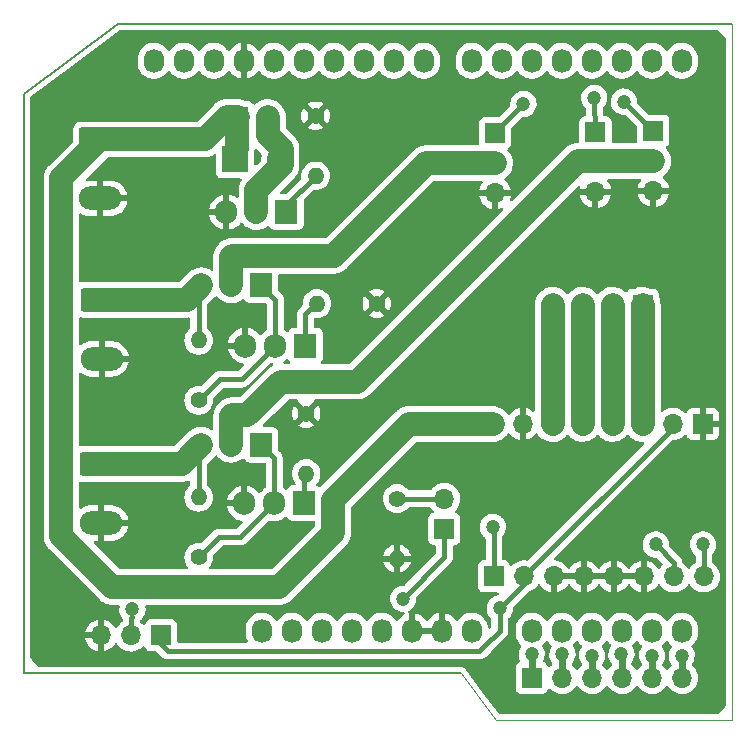
<source format=gbr>
G04 #@! TF.GenerationSoftware,KiCad,Pcbnew,(6.0.5-0)*
G04 #@! TF.CreationDate,2022-06-16T09:16:23+02:00*
G04 #@! TF.ProjectId,BRFEv3_Shield,42524645-7633-45f5-9368-69656c642e6b,rev?*
G04 #@! TF.SameCoordinates,Original*
G04 #@! TF.FileFunction,Copper,L2,Bot*
G04 #@! TF.FilePolarity,Positive*
%FSLAX46Y46*%
G04 Gerber Fmt 4.6, Leading zero omitted, Abs format (unit mm)*
G04 Created by KiCad (PCBNEW (6.0.5-0)) date 2022-06-16 09:16:23*
%MOMM*%
%LPD*%
G01*
G04 APERTURE LIST*
G04 Aperture macros list*
%AMRoundRect*
0 Rectangle with rounded corners*
0 $1 Rounding radius*
0 $2 $3 $4 $5 $6 $7 $8 $9 X,Y pos of 4 corners*
0 Add a 4 corners polygon primitive as box body*
4,1,4,$2,$3,$4,$5,$6,$7,$8,$9,$2,$3,0*
0 Add four circle primitives for the rounded corners*
1,1,$1+$1,$2,$3*
1,1,$1+$1,$4,$5*
1,1,$1+$1,$6,$7*
1,1,$1+$1,$8,$9*
0 Add four rect primitives between the rounded corners*
20,1,$1+$1,$2,$3,$4,$5,0*
20,1,$1+$1,$4,$5,$6,$7,0*
20,1,$1+$1,$6,$7,$8,$9,0*
20,1,$1+$1,$8,$9,$2,$3,0*%
G04 Aperture macros list end*
G04 #@! TA.AperFunction,Profile*
%ADD10C,0.150000*%
G04 #@! TD*
G04 #@! TA.AperFunction,Profile*
%ADD11C,0.100000*%
G04 #@! TD*
G04 #@! TA.AperFunction,ComponentPad*
%ADD12O,1.727200X2.032000*%
G04 #@! TD*
G04 #@! TA.AperFunction,ComponentPad*
%ADD13R,1.700000X1.700000*%
G04 #@! TD*
G04 #@! TA.AperFunction,ComponentPad*
%ADD14O,1.700000X1.700000*%
G04 #@! TD*
G04 #@! TA.AperFunction,ComponentPad*
%ADD15R,1.905000X2.000000*%
G04 #@! TD*
G04 #@! TA.AperFunction,ComponentPad*
%ADD16O,1.905000X2.000000*%
G04 #@! TD*
G04 #@! TA.AperFunction,ComponentPad*
%ADD17RoundRect,0.250000X-1.550000X0.750000X-1.550000X-0.750000X1.550000X-0.750000X1.550000X0.750000X0*%
G04 #@! TD*
G04 #@! TA.AperFunction,ComponentPad*
%ADD18O,3.600000X2.000000*%
G04 #@! TD*
G04 #@! TA.AperFunction,ComponentPad*
%ADD19C,1.400000*%
G04 #@! TD*
G04 #@! TA.AperFunction,ComponentPad*
%ADD20O,1.400000X1.400000*%
G04 #@! TD*
G04 #@! TA.AperFunction,ComponentPad*
%ADD21R,2.200000X2.200000*%
G04 #@! TD*
G04 #@! TA.AperFunction,ComponentPad*
%ADD22O,2.200000X2.200000*%
G04 #@! TD*
G04 #@! TA.AperFunction,ViaPad*
%ADD23C,1.200000*%
G04 #@! TD*
G04 #@! TA.AperFunction,Conductor*
%ADD24C,0.400000*%
G04 #@! TD*
G04 #@! TA.AperFunction,Conductor*
%ADD25C,2.000000*%
G04 #@! TD*
G04 #@! TA.AperFunction,Conductor*
%ADD26C,0.600000*%
G04 #@! TD*
G04 APERTURE END LIST*
D10*
X120998000Y-68365000D02*
X112998000Y-74365000D01*
D11*
X172998000Y-127365000D02*
X152998000Y-127365000D01*
X152998000Y-127365000D02*
X149998000Y-123365000D01*
D10*
X112998000Y-123365000D02*
X112998000Y-74365000D01*
X112998000Y-123365000D02*
X149998000Y-123365000D01*
D11*
X172998000Y-68365000D02*
X172998000Y-127365000D01*
D10*
X120998000Y-68365000D02*
X172998000Y-68365000D01*
D12*
G04 #@! TO.P,P1,1,Pin_1*
G04 #@! TO.N,unconnected-(P1-Pad1)*
X133148000Y-119765000D03*
G04 #@! TO.P,P1,2,Pin_2*
G04 #@! TO.N,/IOREF*
X135688000Y-119765000D03*
G04 #@! TO.P,P1,3,Pin_3*
G04 #@! TO.N,/Reset*
X138228000Y-119765000D03*
G04 #@! TO.P,P1,4,Pin_4*
G04 #@! TO.N,+3V3*
X140768000Y-119765000D03*
G04 #@! TO.P,P1,5,Pin_5*
G04 #@! TO.N,+5V*
X143308000Y-119765000D03*
G04 #@! TO.P,P1,6,Pin_6*
G04 #@! TO.N,GND*
X145848000Y-119765000D03*
G04 #@! TO.P,P1,7,Pin_7*
X148388000Y-119765000D03*
G04 #@! TO.P,P1,8,Pin_8*
G04 #@! TO.N,/Vin*
X150928000Y-119765000D03*
G04 #@! TD*
G04 #@! TO.P,P2,1,Pin_1*
G04 #@! TO.N,/A0*
X156008000Y-119765000D03*
G04 #@! TO.P,P2,2,Pin_2*
G04 #@! TO.N,/A1*
X158548000Y-119765000D03*
G04 #@! TO.P,P2,3,Pin_3*
G04 #@! TO.N,/A2*
X161088000Y-119765000D03*
G04 #@! TO.P,P2,4,Pin_4*
G04 #@! TO.N,/A3*
X163628000Y-119765000D03*
G04 #@! TO.P,P2,5,Pin_5*
G04 #@! TO.N,/A4(SDA)*
X166168000Y-119765000D03*
G04 #@! TO.P,P2,6,Pin_6*
G04 #@! TO.N,/A5(SCL)*
X168708000Y-119765000D03*
G04 #@! TD*
G04 #@! TO.P,P3,1,Pin_1*
G04 #@! TO.N,/A5(SCL)*
X124004000Y-71505000D03*
G04 #@! TO.P,P3,2,Pin_2*
G04 #@! TO.N,/A4(SDA)*
X126544000Y-71505000D03*
G04 #@! TO.P,P3,3,Pin_3*
G04 #@! TO.N,/AREF*
X129084000Y-71505000D03*
G04 #@! TO.P,P3,4,Pin_4*
G04 #@! TO.N,GND*
X131624000Y-71505000D03*
G04 #@! TO.P,P3,5,Pin_5*
G04 #@! TO.N,/13(SCK)*
X134164000Y-71505000D03*
G04 #@! TO.P,P3,6,Pin_6*
G04 #@! TO.N,/12(MISO)*
X136704000Y-71505000D03*
G04 #@! TO.P,P3,7,Pin_7*
G04 #@! TO.N,/11(\u002A\u002A{slash}MOSI)*
X139244000Y-71505000D03*
G04 #@! TO.P,P3,8,Pin_8*
G04 #@! TO.N,/10(\u002A\u002A{slash}SS)*
X141784000Y-71505000D03*
G04 #@! TO.P,P3,9,Pin_9*
G04 #@! TO.N,/9(\u002A\u002A)*
X144324000Y-71505000D03*
G04 #@! TO.P,P3,10,Pin_10*
G04 #@! TO.N,/8*
X146864000Y-71505000D03*
G04 #@! TD*
G04 #@! TO.P,P4,1,Pin_1*
G04 #@! TO.N,/7*
X150928000Y-71505000D03*
G04 #@! TO.P,P4,2,Pin_2*
G04 #@! TO.N,/6(\u002A\u002A)*
X153468000Y-71505000D03*
G04 #@! TO.P,P4,3,Pin_3*
G04 #@! TO.N,/5(\u002A\u002A)*
X156008000Y-71505000D03*
G04 #@! TO.P,P4,4,Pin_4*
G04 #@! TO.N,/4*
X158548000Y-71505000D03*
G04 #@! TO.P,P4,5,Pin_5*
G04 #@! TO.N,/3(\u002A\u002A)*
X161088000Y-71505000D03*
G04 #@! TO.P,P4,6,Pin_6*
G04 #@! TO.N,/2*
X163628000Y-71505000D03*
G04 #@! TO.P,P4,7,Pin_7*
G04 #@! TO.N,/1(Tx)*
X166168000Y-71505000D03*
G04 #@! TO.P,P4,8,Pin_8*
G04 #@! TO.N,/0(Rx)*
X168708000Y-71505000D03*
G04 #@! TD*
D13*
G04 #@! TO.P,J14,1,Pin_1*
G04 #@! TO.N,Net-(J14-Pad1)*
X165398000Y-92165000D03*
D14*
G04 #@! TO.P,J14,2,Pin_2*
G04 #@! TO.N,Net-(J14-Pad2)*
X162858000Y-92165000D03*
G04 #@! TO.P,J14,3,Pin_3*
G04 #@! TO.N,Net-(J14-Pad3)*
X160318000Y-92165000D03*
G04 #@! TO.P,J14,4,Pin_4*
G04 #@! TO.N,Net-(J14-Pad4)*
X157778000Y-92165000D03*
G04 #@! TD*
D13*
G04 #@! TO.P,J6,1,Pin_1*
G04 #@! TO.N,GND*
X170473000Y-102265000D03*
D14*
G04 #@! TO.P,J6,2,Pin_2*
G04 #@! TO.N,+5V*
X167933000Y-102265000D03*
G04 #@! TO.P,J6,3,Pin_3*
G04 #@! TO.N,Net-(J14-Pad1)*
X165393000Y-102265000D03*
G04 #@! TO.P,J6,4,Pin_4*
G04 #@! TO.N,Net-(J14-Pad2)*
X162853000Y-102265000D03*
G04 #@! TO.P,J6,5,Pin_5*
G04 #@! TO.N,Net-(J14-Pad3)*
X160313000Y-102265000D03*
G04 #@! TO.P,J6,6,Pin_6*
G04 #@! TO.N,Net-(J14-Pad4)*
X157773000Y-102265000D03*
G04 #@! TO.P,J6,7,Pin_7*
G04 #@! TO.N,GND*
X155233000Y-102265000D03*
G04 #@! TO.P,J6,8,Pin_8*
G04 #@! TO.N,+12V*
X152693000Y-102265000D03*
G04 #@! TD*
D13*
G04 #@! TO.P,J13,1,Pin_1*
G04 #@! TO.N,/4*
X152898000Y-77640000D03*
D14*
G04 #@! TO.P,J13,2,Pin_2*
G04 #@! TO.N,/pince_control*
X152898000Y-80180000D03*
G04 #@! TO.P,J13,3,Pin_3*
G04 #@! TO.N,GND*
X152898000Y-82720000D03*
G04 #@! TD*
D13*
G04 #@! TO.P,J5,1,Pin_1*
G04 #@! TO.N,/5(\u002A\u002A)*
X152798000Y-115165000D03*
D14*
G04 #@! TO.P,J5,2,Pin_2*
G04 #@! TO.N,+5V*
X155338000Y-115165000D03*
G04 #@! TO.P,J5,3,Pin_3*
G04 #@! TO.N,GND*
X157878000Y-115165000D03*
G04 #@! TO.P,J5,4,Pin_4*
X160418000Y-115165000D03*
G04 #@! TO.P,J5,5,Pin_5*
X162958000Y-115165000D03*
G04 #@! TO.P,J5,6,Pin_6*
X165498000Y-115165000D03*
G04 #@! TO.P,J5,7,Pin_7*
G04 #@! TO.N,/7*
X168038000Y-115165000D03*
G04 #@! TO.P,J5,8,Pin_8*
G04 #@! TO.N,/6(\u002A\u002A)*
X170578000Y-115165000D03*
G04 #@! TD*
D15*
G04 #@! TO.P,Q4,1*
G04 #@! TO.N,/8*
X136738000Y-108970000D03*
D16*
G04 #@! TO.P,Q4,2*
G04 #@! TO.N,Net-(Q3-Pad1)*
X134198000Y-108970000D03*
G04 #@! TO.P,Q4,3*
G04 #@! TO.N,GND*
X131658000Y-108970000D03*
G04 #@! TD*
D13*
G04 #@! TO.P,J4,1,Pin_1*
G04 #@! TO.N,+3V3*
X148598000Y-111140000D03*
D14*
G04 #@! TO.P,J4,2,Pin_2*
G04 #@! TO.N,/11(\u002A\u002A{slash}MOSI)*
X148598000Y-108600000D03*
G04 #@! TD*
D15*
G04 #@! TO.P,Q3,1,G*
G04 #@! TO.N,Net-(Q3-Pad1)*
X133088000Y-104020000D03*
D16*
G04 #@! TO.P,Q3,2,D*
G04 #@! TO.N,/big_servo_control*
X130548000Y-104020000D03*
G04 #@! TO.P,Q3,3,S*
G04 #@! TO.N,+6V*
X128008000Y-104020000D03*
G04 #@! TD*
D17*
G04 #@! TO.P,J1,1,Pin_1*
G04 #@! TO.N,+6V*
X119560500Y-105645000D03*
D18*
G04 #@! TO.P,J1,2,Pin_2*
G04 #@! TO.N,GND*
X119560500Y-110645000D03*
G04 #@! TD*
D13*
G04 #@! TO.P,J7,1,Pin_1*
G04 #@! TO.N,+12V*
X131123000Y-76265000D03*
D14*
G04 #@! TO.P,J7,2,Pin_2*
G04 #@! TO.N,/fan_control_down*
X133663000Y-76265000D03*
G04 #@! TD*
D19*
G04 #@! TO.P,R6,1*
G04 #@! TO.N,Net-(Q5-Pad1)*
X127798000Y-100265000D03*
D20*
G04 #@! TO.P,R6,2*
G04 #@! TO.N,+5V*
X127798000Y-95185000D03*
G04 #@! TD*
D19*
G04 #@! TO.P,R7,1*
G04 #@! TO.N,GND*
X142888000Y-92065000D03*
D20*
G04 #@! TO.P,R7,2*
G04 #@! TO.N,/9(\u002A\u002A)*
X137808000Y-92065000D03*
G04 #@! TD*
D15*
G04 #@! TO.P,Q2,1*
G04 #@! TO.N,/10(\u002A\u002A{slash}SS)*
X135238000Y-84320000D03*
D16*
G04 #@! TO.P,Q2,2*
G04 #@! TO.N,/fan_control_down*
X132698000Y-84320000D03*
G04 #@! TO.P,Q2,3*
G04 #@! TO.N,GND*
X130158000Y-84320000D03*
G04 #@! TD*
D19*
G04 #@! TO.P,R1,1*
G04 #@! TO.N,/11(\u002A\u002A{slash}MOSI)*
X144598000Y-108575000D03*
D20*
G04 #@! TO.P,R1,2*
G04 #@! TO.N,GND*
X144598000Y-113655000D03*
G04 #@! TD*
D19*
G04 #@! TO.P,R4,1*
G04 #@! TO.N,Net-(Q3-Pad1)*
X127798000Y-113555000D03*
D20*
G04 #@! TO.P,R4,2*
G04 #@! TO.N,+6V*
X127798000Y-108475000D03*
G04 #@! TD*
D15*
G04 #@! TO.P,Q6,1*
G04 #@! TO.N,/9(\u002A\u002A)*
X136838000Y-95620000D03*
D16*
G04 #@! TO.P,Q6,2*
G04 #@! TO.N,Net-(Q5-Pad1)*
X134298000Y-95620000D03*
G04 #@! TO.P,Q6,3*
G04 #@! TO.N,GND*
X131758000Y-95620000D03*
G04 #@! TD*
D15*
G04 #@! TO.P,Q5,1,G*
G04 #@! TO.N,Net-(Q5-Pad1)*
X133088000Y-90520000D03*
D16*
G04 #@! TO.P,Q5,2,D*
G04 #@! TO.N,/pince_control*
X130548000Y-90520000D03*
G04 #@! TO.P,Q5,3,S*
G04 #@! TO.N,+5V*
X128008000Y-90520000D03*
G04 #@! TD*
D13*
G04 #@! TO.P,P10,1,Pin_1*
G04 #@! TO.N,/A0*
X156008000Y-123755000D03*
D14*
G04 #@! TO.P,P10,2,Pin_2*
G04 #@! TO.N,/A1*
X158548000Y-123755000D03*
G04 #@! TO.P,P10,3,Pin_3*
G04 #@! TO.N,/A2*
X161088000Y-123755000D03*
G04 #@! TO.P,P10,4,Pin_4*
G04 #@! TO.N,/A3*
X163628000Y-123755000D03*
G04 #@! TO.P,P10,5,Pin_5*
G04 #@! TO.N,/A4(SDA)*
X166168000Y-123755000D03*
G04 #@! TO.P,P10,6,Pin_6*
G04 #@! TO.N,/A5(SCL)*
X168708000Y-123755000D03*
G04 #@! TD*
D13*
G04 #@! TO.P,J8,1,Pin_1*
G04 #@! TO.N,+5V*
X124623000Y-120165000D03*
D14*
G04 #@! TO.P,J8,2,Pin_2*
G04 #@! TO.N,/12(MISO)*
X122083000Y-120165000D03*
G04 #@! TO.P,J8,3,Pin_3*
G04 #@! TO.N,GND*
X119543000Y-120165000D03*
G04 #@! TD*
D19*
G04 #@! TO.P,R5,1*
G04 #@! TO.N,GND*
X136898000Y-101375000D03*
D20*
G04 #@! TO.P,R5,2*
G04 #@! TO.N,/8*
X136898000Y-106455000D03*
G04 #@! TD*
D17*
G04 #@! TO.P,J3,1,Pin_1*
G04 #@! TO.N,+12V*
X119475500Y-78165000D03*
D18*
G04 #@! TO.P,J3,2,Pin_2*
G04 #@! TO.N,GND*
X119475500Y-83165000D03*
G04 #@! TD*
D17*
G04 #@! TO.P,J2,1,Pin_1*
G04 #@! TO.N,+5V*
X119588000Y-91745000D03*
D18*
G04 #@! TO.P,J2,2,Pin_2*
G04 #@! TO.N,GND*
X119588000Y-96745000D03*
G04 #@! TD*
D19*
G04 #@! TO.P,R3,1*
G04 #@! TO.N,GND*
X137698000Y-76175000D03*
D20*
G04 #@! TO.P,R3,2*
G04 #@! TO.N,/10(\u002A\u002A{slash}SS)*
X137698000Y-81255000D03*
G04 #@! TD*
D13*
G04 #@! TO.P,J11,1,Pin_1*
G04 #@! TO.N,/2*
X166298000Y-77440000D03*
D14*
G04 #@! TO.P,J11,2,Pin_2*
G04 #@! TO.N,/big_servo_control*
X166298000Y-79980000D03*
G04 #@! TO.P,J11,3,Pin_3*
G04 #@! TO.N,GND*
X166298000Y-82520000D03*
G04 #@! TD*
D21*
G04 #@! TO.P,D1,1,K*
G04 #@! TO.N,+12V*
X130910818Y-79865000D03*
D22*
G04 #@! TO.P,D1,2,A*
G04 #@! TO.N,/fan_control_down*
X134720818Y-79865000D03*
G04 #@! TD*
D13*
G04 #@! TO.P,J12,1,Pin_1*
G04 #@! TO.N,/3(\u002A\u002A)*
X161398000Y-77540000D03*
D14*
G04 #@! TO.P,J12,2,Pin_2*
G04 #@! TO.N,/big_servo_control*
X161398000Y-80080000D03*
G04 #@! TO.P,J12,3,Pin_3*
G04 #@! TO.N,GND*
X161398000Y-82620000D03*
G04 #@! TD*
D23*
G04 #@! TO.N,+5V*
X153298000Y-117865000D03*
G04 #@! TO.N,/A0*
X155998000Y-121765000D03*
G04 #@! TO.N,/A1*
X158598000Y-121765000D03*
G04 #@! TO.N,/A2*
X161098000Y-121865000D03*
G04 #@! TO.N,/A3*
X163598000Y-121765000D03*
G04 #@! TO.N,/A4(SDA)*
X166198000Y-121865000D03*
G04 #@! TO.N,/A5(SCL)*
X168698000Y-121865000D03*
G04 #@! TO.N,/7*
X166498000Y-112465000D03*
G04 #@! TO.N,/6(\u002A\u002A)*
X170498000Y-112465000D03*
G04 #@! TO.N,/5(\u002A\u002A)*
X152698000Y-110965000D03*
G04 #@! TO.N,/4*
X155298000Y-75165000D03*
G04 #@! TO.N,/3(\u002A\u002A)*
X161298000Y-74665000D03*
G04 #@! TO.N,/2*
X163798000Y-74965000D03*
G04 #@! TO.N,+3V3*
X145098000Y-117065000D03*
G04 #@! TO.N,/12(MISO)*
X122198000Y-117965000D03*
G04 #@! TD*
D24*
G04 #@! TO.N,+5V*
X155338000Y-115165000D02*
X167933000Y-102570000D01*
X124623000Y-120165000D02*
X124623000Y-120890000D01*
D25*
X127048000Y-91480000D02*
X128008000Y-90520000D01*
D24*
X151575465Y-121480520D02*
X151994492Y-121061492D01*
X155338000Y-115165000D02*
X155338000Y-115825000D01*
D25*
X126783000Y-91745000D02*
X128008000Y-90520000D01*
D24*
X153298000Y-119757985D02*
X153298000Y-117865000D01*
X151994492Y-121061492D02*
X153298000Y-119757985D01*
D25*
X119588000Y-91745000D02*
X126783000Y-91745000D01*
D24*
X127798000Y-95185000D02*
X127798000Y-90730000D01*
X124623000Y-120890000D02*
X125213520Y-121480520D01*
X167933000Y-102570000D02*
X167933000Y-102265000D01*
X155338000Y-115825000D02*
X153298000Y-117865000D01*
X127798000Y-90730000D02*
X128008000Y-90520000D01*
X125213520Y-121480520D02*
X151575465Y-121480520D01*
D26*
G04 #@! TO.N,/A0*
X156008000Y-123755000D02*
X156008000Y-121775000D01*
X156008000Y-121775000D02*
X155998000Y-121765000D01*
G04 #@! TO.N,/A1*
X158548000Y-123755000D02*
X158548000Y-121815000D01*
X158548000Y-121815000D02*
X158598000Y-121765000D01*
G04 #@! TO.N,/A2*
X161088000Y-123755000D02*
X161088000Y-121875000D01*
X161088000Y-121875000D02*
X161098000Y-121865000D01*
G04 #@! TO.N,/A3*
X163628000Y-123755000D02*
X163628000Y-121795000D01*
X163628000Y-121795000D02*
X163598000Y-121765000D01*
G04 #@! TO.N,/A4(SDA)*
X166168000Y-123755000D02*
X166168000Y-121895000D01*
X166168000Y-121895000D02*
X166198000Y-121865000D01*
G04 #@! TO.N,/A5(SCL)*
X168708000Y-123755000D02*
X168708000Y-121875000D01*
X168708000Y-121875000D02*
X168698000Y-121865000D01*
D24*
G04 #@! TO.N,/9(\u002A\u002A)*
X136838000Y-92975000D02*
X137748000Y-92065000D01*
X136838000Y-95620000D02*
X136838000Y-92975000D01*
G04 #@! TO.N,/8*
X136738000Y-108970000D02*
X136738000Y-106540000D01*
G04 #@! TO.N,/7*
X168038000Y-115165000D02*
X168038000Y-114005000D01*
X168038000Y-114005000D02*
X166498000Y-112465000D01*
G04 #@! TO.N,/6(\u002A\u002A)*
X170578000Y-112645000D02*
X170398000Y-112465000D01*
X170578000Y-115165000D02*
X170578000Y-112645000D01*
G04 #@! TO.N,/5(\u002A\u002A)*
X152798000Y-111065000D02*
X152698000Y-110965000D01*
X152798000Y-115165000D02*
X152798000Y-111065000D01*
G04 #@! TO.N,/4*
X152898000Y-77565000D02*
X155298000Y-75165000D01*
X152898000Y-77640000D02*
X152898000Y-77565000D01*
G04 #@! TO.N,/3(\u002A\u002A)*
X161398000Y-77540000D02*
X161298000Y-74665000D01*
X161298000Y-74665000D02*
X161398000Y-74765000D01*
G04 #@! TO.N,/2*
X166298000Y-77440000D02*
X166273000Y-77440000D01*
X166273000Y-77440000D02*
X163798000Y-74965000D01*
G04 #@! TO.N,/11(\u002A\u002A{slash}MOSI)*
X144598000Y-108590000D02*
X148588000Y-108590000D01*
X148588000Y-108590000D02*
X148598000Y-108600000D01*
G04 #@! TO.N,/10(\u002A\u002A{slash}SS)*
X137698000Y-81255000D02*
X135238000Y-83715000D01*
X135238000Y-83715000D02*
X135238000Y-84320000D01*
X141787511Y-71508511D02*
X141784000Y-71505000D01*
G04 #@! TO.N,+3V3*
X148598000Y-113565000D02*
X145098000Y-117065000D01*
X148598000Y-111140000D02*
X148598000Y-113565000D01*
X140768000Y-119765000D02*
X140945015Y-119765000D01*
G04 #@! TO.N,/12(MISO)*
X122083000Y-118680000D02*
X122083000Y-120165000D01*
X122198000Y-118565000D02*
X122083000Y-118680000D01*
D25*
G04 #@! TO.N,+6V*
X127098000Y-104930000D02*
X128008000Y-104020000D01*
X119560500Y-105645000D02*
X126383000Y-105645000D01*
X126383000Y-105645000D02*
X128008000Y-104020000D01*
D24*
X127798000Y-104230000D02*
X128008000Y-104020000D01*
X127798000Y-108475000D02*
X127798000Y-104230000D01*
D25*
G04 #@! TO.N,+12V*
X119475500Y-78165000D02*
X128298000Y-78165000D01*
X130198000Y-76265000D02*
X131123000Y-76265000D01*
X116175980Y-111742980D02*
X116175980Y-81464520D01*
X134594522Y-116065000D02*
X120498000Y-116065000D01*
X139190011Y-108665000D02*
X139190011Y-111469511D01*
X131010818Y-76377182D02*
X131123000Y-76265000D01*
X145590011Y-102265000D02*
X139190011Y-108665000D01*
X152693000Y-102265000D02*
X145590011Y-102265000D01*
X120498000Y-116065000D02*
X116175980Y-111742980D01*
X116175980Y-81464520D02*
X119475500Y-78165000D01*
X128298000Y-78165000D02*
X130198000Y-76265000D01*
X131010818Y-78965000D02*
X131010818Y-76377182D01*
X139190011Y-111469511D02*
X134594522Y-116065000D01*
G04 #@! TO.N,Net-(J14-Pad1)*
X165398000Y-102260000D02*
X165393000Y-102265000D01*
X165398000Y-92165000D02*
X165398000Y-102260000D01*
G04 #@! TO.N,Net-(J14-Pad2)*
X162858000Y-102260000D02*
X162853000Y-102265000D01*
X162858000Y-92165000D02*
X162858000Y-102260000D01*
G04 #@! TO.N,Net-(J14-Pad3)*
X160318000Y-92165000D02*
X160318000Y-102260000D01*
X160318000Y-102260000D02*
X160313000Y-102265000D01*
G04 #@! TO.N,Net-(J14-Pad4)*
X157773000Y-102265000D02*
X157773000Y-92170000D01*
X157773000Y-92170000D02*
X157778000Y-92165000D01*
D24*
G04 #@! TO.N,Net-(Q3-Pad1)*
X131328000Y-111840000D02*
X129513000Y-111840000D01*
X131328000Y-111840000D02*
X134198000Y-108970000D01*
X134198000Y-108970000D02*
X134198000Y-105130000D01*
X129513000Y-111840000D02*
X127798000Y-113555000D01*
X134198000Y-105130000D02*
X133088000Y-104020000D01*
D25*
G04 #@! TO.N,/big_servo_control*
X159895919Y-79980000D02*
X166298000Y-79980000D01*
X130635989Y-101520489D02*
X131912690Y-101520489D01*
X130548000Y-104020000D02*
X130548000Y-101608478D01*
X134761720Y-98671459D02*
X141204459Y-98671459D01*
X131912690Y-101520489D02*
X134761720Y-98671459D01*
X130548000Y-101608478D02*
X130635989Y-101520489D01*
X141204459Y-98671459D02*
X159895919Y-79980000D01*
D24*
G04 #@! TO.N,Net-(Q5-Pad1)*
X134298000Y-91730000D02*
X133088000Y-90520000D01*
X129598000Y-98465000D02*
X127798000Y-100265000D01*
X131453000Y-98465000D02*
X129598000Y-98465000D01*
X134298000Y-95620000D02*
X134298000Y-91730000D01*
X131453000Y-98465000D02*
X134298000Y-95620000D01*
D25*
G04 #@! TO.N,/pince_control*
X130635989Y-88020489D02*
X139242511Y-88020489D01*
X130548000Y-90520000D02*
X130548000Y-88108478D01*
X130548000Y-88108478D02*
X130635989Y-88020489D01*
X147083000Y-80180000D02*
X152898000Y-80180000D01*
X139242511Y-88020489D02*
X147083000Y-80180000D01*
G04 #@! TO.N,/fan_control_down*
X133663000Y-77807182D02*
X134820818Y-78965000D01*
X132698000Y-84320000D02*
X132698000Y-82476840D01*
X133663000Y-76265000D02*
X133663000Y-77807182D01*
X134820818Y-80354022D02*
X134820818Y-78965000D01*
X132698000Y-82476840D02*
X134820818Y-80354022D01*
G04 #@! TD*
G04 #@! TA.AperFunction,Conductor*
G04 #@! TO.N,GND*
G36*
X171695447Y-68896740D02*
G01*
X171698210Y-68898700D01*
X171862694Y-69015409D01*
X171873740Y-69024218D01*
X172114043Y-69238965D01*
X172124035Y-69248957D01*
X172338782Y-69489260D01*
X172347591Y-69500306D01*
X172466260Y-69667552D01*
X172489500Y-69740465D01*
X172489500Y-125989535D01*
X172466260Y-126062448D01*
X172347591Y-126229694D01*
X172338782Y-126240740D01*
X172124035Y-126481043D01*
X172114043Y-126491035D01*
X171873740Y-126705782D01*
X171862694Y-126714591D01*
X171766012Y-126783191D01*
X171695447Y-126833260D01*
X171622535Y-126856500D01*
X153315250Y-126856500D01*
X153247129Y-126836498D01*
X153214450Y-126806100D01*
X151806004Y-124928173D01*
X150420456Y-123080776D01*
X150414697Y-123072415D01*
X150394014Y-123039634D01*
X150389224Y-123032042D01*
X150349296Y-122996779D01*
X150343639Y-122991464D01*
X150312303Y-122960149D01*
X150305952Y-122953802D01*
X150298076Y-122949494D01*
X150292558Y-122945361D01*
X150286777Y-122941564D01*
X150280049Y-122935622D01*
X150231827Y-122912982D01*
X150224917Y-122909474D01*
X150186036Y-122888205D01*
X150186035Y-122888205D01*
X150178164Y-122883899D01*
X150169402Y-122881976D01*
X150162936Y-122879554D01*
X150156323Y-122877532D01*
X150148200Y-122873719D01*
X150095553Y-122865522D01*
X150087925Y-122864092D01*
X150044664Y-122854596D01*
X150035894Y-122852671D01*
X149994690Y-122855494D01*
X149984312Y-122856205D01*
X149975700Y-122856500D01*
X114373465Y-122856500D01*
X114300553Y-122833260D01*
X114229988Y-122783191D01*
X114133306Y-122714591D01*
X114122260Y-122705782D01*
X113881957Y-122491035D01*
X113871965Y-122481043D01*
X113657218Y-122240740D01*
X113648409Y-122229694D01*
X113565092Y-122112271D01*
X113529740Y-122062447D01*
X113506500Y-121989535D01*
X113506500Y-120432966D01*
X118211257Y-120432966D01*
X118241565Y-120567446D01*
X118244645Y-120577275D01*
X118324770Y-120774603D01*
X118329413Y-120783794D01*
X118440694Y-120965388D01*
X118446777Y-120973699D01*
X118586213Y-121134667D01*
X118593580Y-121141883D01*
X118757434Y-121277916D01*
X118765881Y-121283831D01*
X118949756Y-121391279D01*
X118959042Y-121395729D01*
X119158001Y-121471703D01*
X119167899Y-121474579D01*
X119271250Y-121495606D01*
X119285299Y-121494410D01*
X119289000Y-121484065D01*
X119289000Y-120437115D01*
X119284525Y-120421876D01*
X119283135Y-120420671D01*
X119275452Y-120419000D01*
X118226225Y-120419000D01*
X118212694Y-120422973D01*
X118211257Y-120432966D01*
X113506500Y-120432966D01*
X113506500Y-119899183D01*
X118207389Y-119899183D01*
X118208912Y-119907607D01*
X118221292Y-119911000D01*
X119270885Y-119911000D01*
X119286124Y-119906525D01*
X119287329Y-119905135D01*
X119289000Y-119897452D01*
X119289000Y-118848102D01*
X119285082Y-118834758D01*
X119270806Y-118832771D01*
X119232324Y-118838660D01*
X119222288Y-118841051D01*
X119019868Y-118907212D01*
X119010359Y-118911209D01*
X118821463Y-119009542D01*
X118812738Y-119015036D01*
X118642433Y-119142905D01*
X118634726Y-119149748D01*
X118487590Y-119303717D01*
X118481104Y-119311727D01*
X118361098Y-119487649D01*
X118356000Y-119496623D01*
X118266338Y-119689783D01*
X118262775Y-119699470D01*
X118207389Y-119899183D01*
X113506500Y-119899183D01*
X113506500Y-81490933D01*
X114662802Y-81490933D01*
X114665673Y-81520215D01*
X114666879Y-81532512D01*
X114667480Y-81544808D01*
X114667480Y-111718964D01*
X114667431Y-111722482D01*
X114664646Y-111822185D01*
X114673702Y-111890051D01*
X114675038Y-111900066D01*
X114675739Y-111906627D01*
X114679956Y-111959038D01*
X114682040Y-111984945D01*
X114689877Y-112016850D01*
X114692406Y-112030238D01*
X114696751Y-112062800D01*
X114698212Y-112067641D01*
X114698213Y-112067643D01*
X114719458Y-112138009D01*
X114721199Y-112144370D01*
X114739943Y-112220686D01*
X114747836Y-112239280D01*
X114752781Y-112250931D01*
X114757418Y-112263741D01*
X114766913Y-112295188D01*
X114769131Y-112299736D01*
X114769134Y-112299743D01*
X114801351Y-112365798D01*
X114804087Y-112371800D01*
X114834792Y-112444136D01*
X114845604Y-112461305D01*
X114852299Y-112471936D01*
X114858925Y-112483840D01*
X114873326Y-112513368D01*
X114876245Y-112517505D01*
X114876245Y-112517506D01*
X114918621Y-112577577D01*
X114922281Y-112583066D01*
X114948374Y-112624500D01*
X114964147Y-112649547D01*
X114967488Y-112653336D01*
X114967492Y-112653342D01*
X114985878Y-112674197D01*
X114994324Y-112684892D01*
X115013254Y-112711727D01*
X115015924Y-112714651D01*
X115020050Y-112719169D01*
X115032889Y-112733230D01*
X115072605Y-112772946D01*
X115078024Y-112778716D01*
X115121330Y-112827838D01*
X115121333Y-112827841D01*
X115124678Y-112831635D01*
X115128592Y-112834850D01*
X115128593Y-112834851D01*
X115156967Y-112858158D01*
X115166087Y-112866428D01*
X119414342Y-117114684D01*
X119416796Y-117117206D01*
X119485332Y-117189681D01*
X119489349Y-117192752D01*
X119489352Y-117192755D01*
X119547761Y-117237412D01*
X119552892Y-117241553D01*
X119612720Y-117292470D01*
X119617046Y-117295090D01*
X119617053Y-117295095D01*
X119640824Y-117309491D01*
X119652071Y-117317163D01*
X119678174Y-117337120D01*
X119747416Y-117374247D01*
X119753137Y-117377510D01*
X119796045Y-117403496D01*
X119820357Y-117418220D01*
X119850834Y-117430534D01*
X119863150Y-117436303D01*
X119892109Y-117451831D01*
X119966433Y-117477423D01*
X119972561Y-117479714D01*
X120004906Y-117492782D01*
X120040733Y-117507258D01*
X120040737Y-117507259D01*
X120045429Y-117509155D01*
X120050368Y-117510277D01*
X120050371Y-117510278D01*
X120077460Y-117516432D01*
X120090559Y-117520163D01*
X120121631Y-117530862D01*
X120199100Y-117544243D01*
X120205504Y-117545523D01*
X120282144Y-117562935D01*
X120314953Y-117564999D01*
X120328453Y-117566585D01*
X120360836Y-117572179D01*
X120364793Y-117572359D01*
X120364796Y-117572359D01*
X120388506Y-117573436D01*
X120388525Y-117573436D01*
X120389925Y-117573500D01*
X120446107Y-117573500D01*
X120454018Y-117573749D01*
X120524412Y-117578178D01*
X120565991Y-117574101D01*
X120578287Y-117573500D01*
X120988040Y-117573500D01*
X121056161Y-117593502D01*
X121102654Y-117647158D01*
X121112758Y-117717432D01*
X121111285Y-117725702D01*
X121110791Y-117728027D01*
X121109078Y-117733543D01*
X121085132Y-117935859D01*
X121098457Y-118139151D01*
X121148605Y-118336610D01*
X121233898Y-118521624D01*
X121237231Y-118526340D01*
X121351397Y-118687881D01*
X121374500Y-118760601D01*
X121374500Y-118935114D01*
X121354498Y-119003235D01*
X121324153Y-119035874D01*
X121318645Y-119040010D01*
X121177965Y-119145635D01*
X121152541Y-119172240D01*
X121079327Y-119248854D01*
X121023629Y-119307138D01*
X121020715Y-119311410D01*
X121020714Y-119311411D01*
X120915898Y-119465066D01*
X120860987Y-119510069D01*
X120790462Y-119518240D01*
X120726715Y-119486986D01*
X120706018Y-119462502D01*
X120625426Y-119337926D01*
X120619136Y-119329757D01*
X120475806Y-119172240D01*
X120468273Y-119165215D01*
X120301139Y-119033222D01*
X120292552Y-119027517D01*
X120106117Y-118924599D01*
X120096705Y-118920369D01*
X119895959Y-118849280D01*
X119885988Y-118846646D01*
X119814837Y-118833972D01*
X119801540Y-118835432D01*
X119797000Y-118849989D01*
X119797000Y-121483517D01*
X119801064Y-121497359D01*
X119814478Y-121499393D01*
X119821184Y-121498534D01*
X119831262Y-121496392D01*
X120035255Y-121435191D01*
X120044842Y-121431433D01*
X120236095Y-121337739D01*
X120244945Y-121332464D01*
X120418328Y-121208792D01*
X120426200Y-121202139D01*
X120577052Y-121051812D01*
X120583730Y-121043965D01*
X120711022Y-120866819D01*
X120712279Y-120867722D01*
X120759373Y-120824362D01*
X120829311Y-120812145D01*
X120894751Y-120839678D01*
X120922579Y-120871511D01*
X120982987Y-120970088D01*
X121129250Y-121138938D01*
X121301126Y-121281632D01*
X121494000Y-121394338D01*
X121702692Y-121474030D01*
X121707760Y-121475061D01*
X121707763Y-121475062D01*
X121802862Y-121494410D01*
X121921597Y-121518567D01*
X121926772Y-121518757D01*
X121926774Y-121518757D01*
X122139673Y-121526564D01*
X122139677Y-121526564D01*
X122144837Y-121526753D01*
X122149957Y-121526097D01*
X122149959Y-121526097D01*
X122361288Y-121499025D01*
X122361289Y-121499025D01*
X122366416Y-121498368D01*
X122371366Y-121496883D01*
X122575429Y-121435661D01*
X122575434Y-121435659D01*
X122580384Y-121434174D01*
X122780994Y-121335896D01*
X122962860Y-121206173D01*
X123071091Y-121098319D01*
X123133462Y-121064404D01*
X123204268Y-121069592D01*
X123261030Y-121112238D01*
X123278012Y-121143341D01*
X123293003Y-121183329D01*
X123322385Y-121261705D01*
X123409739Y-121378261D01*
X123526295Y-121465615D01*
X123662684Y-121516745D01*
X123724866Y-121523500D01*
X124202339Y-121523500D01*
X124270460Y-121543502D01*
X124291435Y-121560405D01*
X124692085Y-121961056D01*
X124697938Y-121967321D01*
X124717317Y-121989535D01*
X124735959Y-122010905D01*
X124788249Y-122047656D01*
X124793491Y-122051548D01*
X124843802Y-122090996D01*
X124850721Y-122094120D01*
X124853013Y-122095508D01*
X124867685Y-122103877D01*
X124870045Y-122105142D01*
X124876259Y-122109510D01*
X124883338Y-122112270D01*
X124883340Y-122112271D01*
X124935795Y-122132722D01*
X124941864Y-122135273D01*
X125000093Y-122161565D01*
X125007566Y-122162950D01*
X125010132Y-122163754D01*
X125026355Y-122168375D01*
X125028947Y-122169040D01*
X125036029Y-122171802D01*
X125043564Y-122172794D01*
X125099381Y-122180142D01*
X125105897Y-122181174D01*
X125111757Y-122182260D01*
X125168706Y-122192815D01*
X125176286Y-122192378D01*
X125176287Y-122192378D01*
X125230900Y-122189229D01*
X125238153Y-122189020D01*
X151546550Y-122189020D01*
X151555119Y-122189312D01*
X151605242Y-122192729D01*
X151605245Y-122192729D01*
X151612818Y-122193245D01*
X151675780Y-122182256D01*
X151682270Y-122181299D01*
X151745707Y-122173622D01*
X151752816Y-122170936D01*
X151755387Y-122170304D01*
X151771716Y-122165837D01*
X151774262Y-122165069D01*
X151781749Y-122163762D01*
X151840277Y-122138071D01*
X151846357Y-122135590D01*
X151899011Y-122115694D01*
X151899013Y-122115693D01*
X151906121Y-122113007D01*
X151912382Y-122108704D01*
X151914782Y-122107449D01*
X151929518Y-122099247D01*
X151931818Y-122097887D01*
X151938771Y-122094835D01*
X151989480Y-122055924D01*
X151994800Y-122052060D01*
X152047446Y-122015877D01*
X152088886Y-121969366D01*
X152093866Y-121964090D01*
X152525885Y-121532069D01*
X153778535Y-120279421D01*
X153784801Y-120273567D01*
X153822664Y-120240537D01*
X153822665Y-120240536D01*
X153828385Y-120235546D01*
X153865136Y-120183256D01*
X153869028Y-120178014D01*
X153908476Y-120127703D01*
X153911600Y-120120784D01*
X153912988Y-120118492D01*
X153921357Y-120103820D01*
X153922622Y-120101460D01*
X153926990Y-120095246D01*
X153950203Y-120035708D01*
X153952759Y-120029627D01*
X153955930Y-120022606D01*
X153977033Y-119975868D01*
X154635900Y-119975868D01*
X154640717Y-120032640D01*
X154648002Y-120118492D01*
X154650626Y-120149420D01*
X154651964Y-120154577D01*
X154651965Y-120154580D01*
X154684816Y-120281146D01*
X154709125Y-120374806D01*
X154711317Y-120379672D01*
X154711318Y-120379675D01*
X154735324Y-120432966D01*
X154804762Y-120587113D01*
X154934804Y-120780272D01*
X155093601Y-120946734D01*
X155126147Y-121009828D01*
X155119416Y-121080505D01*
X155101380Y-121111710D01*
X155064351Y-121158681D01*
X155061662Y-121163792D01*
X155061660Y-121163795D01*
X155041281Y-121202529D01*
X154969492Y-121338978D01*
X154909078Y-121533543D01*
X154885132Y-121735859D01*
X154898457Y-121939151D01*
X154948605Y-122136610D01*
X155011250Y-122272498D01*
X155021605Y-122342733D01*
X154992343Y-122407419D01*
X154941053Y-122443229D01*
X154919705Y-122451232D01*
X154919704Y-122451233D01*
X154911295Y-122454385D01*
X154794739Y-122541739D01*
X154707385Y-122658295D01*
X154656255Y-122794684D01*
X154649500Y-122856866D01*
X154649500Y-124653134D01*
X154656255Y-124715316D01*
X154707385Y-124851705D01*
X154794739Y-124968261D01*
X154911295Y-125055615D01*
X155047684Y-125106745D01*
X155109866Y-125113500D01*
X156906134Y-125113500D01*
X156968316Y-125106745D01*
X157104705Y-125055615D01*
X157221261Y-124968261D01*
X157308615Y-124851705D01*
X157330799Y-124792529D01*
X157352598Y-124734382D01*
X157395240Y-124677618D01*
X157461802Y-124652918D01*
X157531150Y-124668126D01*
X157565817Y-124696114D01*
X157594250Y-124728938D01*
X157766126Y-124871632D01*
X157959000Y-124984338D01*
X158167692Y-125064030D01*
X158172760Y-125065061D01*
X158172763Y-125065062D01*
X158280017Y-125086883D01*
X158386597Y-125108567D01*
X158391772Y-125108757D01*
X158391774Y-125108757D01*
X158604673Y-125116564D01*
X158604677Y-125116564D01*
X158609837Y-125116753D01*
X158614957Y-125116097D01*
X158614959Y-125116097D01*
X158826288Y-125089025D01*
X158826289Y-125089025D01*
X158831416Y-125088368D01*
X158836366Y-125086883D01*
X159040429Y-125025661D01*
X159040434Y-125025659D01*
X159045384Y-125024174D01*
X159245994Y-124925896D01*
X159427860Y-124796173D01*
X159586096Y-124638489D01*
X159716453Y-124457077D01*
X159717776Y-124458028D01*
X159764645Y-124414857D01*
X159834580Y-124402625D01*
X159900026Y-124430144D01*
X159927875Y-124461994D01*
X159987987Y-124560088D01*
X160134250Y-124728938D01*
X160306126Y-124871632D01*
X160499000Y-124984338D01*
X160707692Y-125064030D01*
X160712760Y-125065061D01*
X160712763Y-125065062D01*
X160820017Y-125086883D01*
X160926597Y-125108567D01*
X160931772Y-125108757D01*
X160931774Y-125108757D01*
X161144673Y-125116564D01*
X161144677Y-125116564D01*
X161149837Y-125116753D01*
X161154957Y-125116097D01*
X161154959Y-125116097D01*
X161366288Y-125089025D01*
X161366289Y-125089025D01*
X161371416Y-125088368D01*
X161376366Y-125086883D01*
X161580429Y-125025661D01*
X161580434Y-125025659D01*
X161585384Y-125024174D01*
X161785994Y-124925896D01*
X161967860Y-124796173D01*
X162126096Y-124638489D01*
X162256453Y-124457077D01*
X162257776Y-124458028D01*
X162304645Y-124414857D01*
X162374580Y-124402625D01*
X162440026Y-124430144D01*
X162467875Y-124461994D01*
X162527987Y-124560088D01*
X162674250Y-124728938D01*
X162846126Y-124871632D01*
X163039000Y-124984338D01*
X163247692Y-125064030D01*
X163252760Y-125065061D01*
X163252763Y-125065062D01*
X163360017Y-125086883D01*
X163466597Y-125108567D01*
X163471772Y-125108757D01*
X163471774Y-125108757D01*
X163684673Y-125116564D01*
X163684677Y-125116564D01*
X163689837Y-125116753D01*
X163694957Y-125116097D01*
X163694959Y-125116097D01*
X163906288Y-125089025D01*
X163906289Y-125089025D01*
X163911416Y-125088368D01*
X163916366Y-125086883D01*
X164120429Y-125025661D01*
X164120434Y-125025659D01*
X164125384Y-125024174D01*
X164325994Y-124925896D01*
X164507860Y-124796173D01*
X164666096Y-124638489D01*
X164796453Y-124457077D01*
X164797776Y-124458028D01*
X164844645Y-124414857D01*
X164914580Y-124402625D01*
X164980026Y-124430144D01*
X165007875Y-124461994D01*
X165067987Y-124560088D01*
X165214250Y-124728938D01*
X165386126Y-124871632D01*
X165579000Y-124984338D01*
X165787692Y-125064030D01*
X165792760Y-125065061D01*
X165792763Y-125065062D01*
X165900017Y-125086883D01*
X166006597Y-125108567D01*
X166011772Y-125108757D01*
X166011774Y-125108757D01*
X166224673Y-125116564D01*
X166224677Y-125116564D01*
X166229837Y-125116753D01*
X166234957Y-125116097D01*
X166234959Y-125116097D01*
X166446288Y-125089025D01*
X166446289Y-125089025D01*
X166451416Y-125088368D01*
X166456366Y-125086883D01*
X166660429Y-125025661D01*
X166660434Y-125025659D01*
X166665384Y-125024174D01*
X166865994Y-124925896D01*
X167047860Y-124796173D01*
X167206096Y-124638489D01*
X167336453Y-124457077D01*
X167337776Y-124458028D01*
X167384645Y-124414857D01*
X167454580Y-124402625D01*
X167520026Y-124430144D01*
X167547875Y-124461994D01*
X167607987Y-124560088D01*
X167754250Y-124728938D01*
X167926126Y-124871632D01*
X168119000Y-124984338D01*
X168327692Y-125064030D01*
X168332760Y-125065061D01*
X168332763Y-125065062D01*
X168440017Y-125086883D01*
X168546597Y-125108567D01*
X168551772Y-125108757D01*
X168551774Y-125108757D01*
X168764673Y-125116564D01*
X168764677Y-125116564D01*
X168769837Y-125116753D01*
X168774957Y-125116097D01*
X168774959Y-125116097D01*
X168986288Y-125089025D01*
X168986289Y-125089025D01*
X168991416Y-125088368D01*
X168996366Y-125086883D01*
X169200429Y-125025661D01*
X169200434Y-125025659D01*
X169205384Y-125024174D01*
X169405994Y-124925896D01*
X169587860Y-124796173D01*
X169746096Y-124638489D01*
X169876453Y-124457077D01*
X169897320Y-124414857D01*
X169973136Y-124261453D01*
X169973137Y-124261451D01*
X169975430Y-124256811D01*
X170040370Y-124043069D01*
X170069529Y-123821590D01*
X170071156Y-123755000D01*
X170052852Y-123532361D01*
X169998431Y-123315702D01*
X169909354Y-123110840D01*
X169802301Y-122945361D01*
X169790822Y-122927617D01*
X169790820Y-122927614D01*
X169788014Y-122923277D01*
X169637670Y-122758051D01*
X169633621Y-122754853D01*
X169633616Y-122754848D01*
X169593912Y-122723492D01*
X169552849Y-122665574D01*
X169549617Y-122594651D01*
X169575129Y-122544042D01*
X169611761Y-122499996D01*
X169615458Y-122495551D01*
X169715004Y-122317799D01*
X169716860Y-122312332D01*
X169716862Y-122312327D01*
X169778634Y-122130352D01*
X169778635Y-122130347D01*
X169780490Y-122124883D01*
X169809723Y-121923263D01*
X169811249Y-121865000D01*
X169792608Y-121662126D01*
X169782991Y-121628026D01*
X169738875Y-121471606D01*
X169738874Y-121471604D01*
X169737307Y-121466047D01*
X169726680Y-121444496D01*
X169649756Y-121288510D01*
X169647201Y-121283329D01*
X169628796Y-121258681D01*
X169554991Y-121159845D01*
X169552224Y-121156140D01*
X169527492Y-121089590D01*
X169542666Y-121020234D01*
X169570602Y-120985585D01*
X169691197Y-120880939D01*
X169691199Y-120880937D01*
X169695230Y-120877439D01*
X169698613Y-120873313D01*
X169698617Y-120873309D01*
X169839487Y-120701504D01*
X169842872Y-120697376D01*
X169903114Y-120591547D01*
X169955422Y-120499654D01*
X169958065Y-120495011D01*
X169978239Y-120439435D01*
X170035695Y-120281146D01*
X170035696Y-120281142D01*
X170037515Y-120276131D01*
X170043952Y-120240537D01*
X170060428Y-120149420D01*
X170078950Y-120046993D01*
X170080100Y-120022606D01*
X170080100Y-119554132D01*
X170072325Y-119462502D01*
X170065825Y-119385891D01*
X170065824Y-119385887D01*
X170065374Y-119380580D01*
X170054303Y-119337926D01*
X170008217Y-119160363D01*
X170008216Y-119160359D01*
X170006875Y-119155194D01*
X170001340Y-119142905D01*
X169917311Y-118956369D01*
X169911238Y-118942887D01*
X169781196Y-118749728D01*
X169722308Y-118687997D01*
X169634118Y-118595551D01*
X169620468Y-118581242D01*
X169433650Y-118442246D01*
X169306574Y-118377637D01*
X169230842Y-118339133D01*
X169230841Y-118339133D01*
X169226084Y-118336714D01*
X169087299Y-118293620D01*
X169008807Y-118269247D01*
X169008801Y-118269246D01*
X169003704Y-118267663D01*
X168879340Y-118251180D01*
X168778152Y-118237768D01*
X168778148Y-118237768D01*
X168772868Y-118237068D01*
X168767538Y-118237268D01*
X168767537Y-118237268D01*
X168656523Y-118241435D01*
X168540178Y-118245803D01*
X168502709Y-118253665D01*
X168317514Y-118292523D01*
X168317511Y-118292524D01*
X168312287Y-118293620D01*
X168095710Y-118379150D01*
X167896641Y-118499949D01*
X167892611Y-118503446D01*
X167726317Y-118647748D01*
X167720770Y-118652561D01*
X167717387Y-118656687D01*
X167717383Y-118656691D01*
X167632183Y-118760601D01*
X167573128Y-118832624D01*
X167570490Y-118837259D01*
X167570487Y-118837263D01*
X167547155Y-118878252D01*
X167496073Y-118927558D01*
X167426442Y-118941420D01*
X167360371Y-118915437D01*
X167333133Y-118886287D01*
X167283965Y-118813255D01*
X167241196Y-118749728D01*
X167182308Y-118687997D01*
X167094118Y-118595551D01*
X167080468Y-118581242D01*
X166893650Y-118442246D01*
X166766574Y-118377637D01*
X166690842Y-118339133D01*
X166690841Y-118339133D01*
X166686084Y-118336714D01*
X166547299Y-118293620D01*
X166468807Y-118269247D01*
X166468801Y-118269246D01*
X166463704Y-118267663D01*
X166339340Y-118251180D01*
X166238152Y-118237768D01*
X166238148Y-118237768D01*
X166232868Y-118237068D01*
X166227538Y-118237268D01*
X166227537Y-118237268D01*
X166116523Y-118241435D01*
X166000178Y-118245803D01*
X165962709Y-118253665D01*
X165777514Y-118292523D01*
X165777511Y-118292524D01*
X165772287Y-118293620D01*
X165555710Y-118379150D01*
X165356641Y-118499949D01*
X165352611Y-118503446D01*
X165186317Y-118647748D01*
X165180770Y-118652561D01*
X165177387Y-118656687D01*
X165177383Y-118656691D01*
X165092183Y-118760601D01*
X165033128Y-118832624D01*
X165030490Y-118837259D01*
X165030487Y-118837263D01*
X165007155Y-118878252D01*
X164956073Y-118927558D01*
X164886442Y-118941420D01*
X164820371Y-118915437D01*
X164793133Y-118886287D01*
X164743965Y-118813255D01*
X164701196Y-118749728D01*
X164642308Y-118687997D01*
X164554118Y-118595551D01*
X164540468Y-118581242D01*
X164353650Y-118442246D01*
X164226574Y-118377637D01*
X164150842Y-118339133D01*
X164150841Y-118339133D01*
X164146084Y-118336714D01*
X164007299Y-118293620D01*
X163928807Y-118269247D01*
X163928801Y-118269246D01*
X163923704Y-118267663D01*
X163799340Y-118251180D01*
X163698152Y-118237768D01*
X163698148Y-118237768D01*
X163692868Y-118237068D01*
X163687538Y-118237268D01*
X163687537Y-118237268D01*
X163576523Y-118241435D01*
X163460178Y-118245803D01*
X163422709Y-118253665D01*
X163237514Y-118292523D01*
X163237511Y-118292524D01*
X163232287Y-118293620D01*
X163015710Y-118379150D01*
X162816641Y-118499949D01*
X162812611Y-118503446D01*
X162646317Y-118647748D01*
X162640770Y-118652561D01*
X162637387Y-118656687D01*
X162637383Y-118656691D01*
X162552183Y-118760601D01*
X162493128Y-118832624D01*
X162490490Y-118837259D01*
X162490487Y-118837263D01*
X162467155Y-118878252D01*
X162416073Y-118927558D01*
X162346442Y-118941420D01*
X162280371Y-118915437D01*
X162253133Y-118886287D01*
X162203965Y-118813255D01*
X162161196Y-118749728D01*
X162102308Y-118687997D01*
X162014118Y-118595551D01*
X162000468Y-118581242D01*
X161813650Y-118442246D01*
X161686574Y-118377637D01*
X161610842Y-118339133D01*
X161610841Y-118339133D01*
X161606084Y-118336714D01*
X161467299Y-118293620D01*
X161388807Y-118269247D01*
X161388801Y-118269246D01*
X161383704Y-118267663D01*
X161259340Y-118251180D01*
X161158152Y-118237768D01*
X161158148Y-118237768D01*
X161152868Y-118237068D01*
X161147538Y-118237268D01*
X161147537Y-118237268D01*
X161036523Y-118241435D01*
X160920178Y-118245803D01*
X160882709Y-118253665D01*
X160697514Y-118292523D01*
X160697511Y-118292524D01*
X160692287Y-118293620D01*
X160475710Y-118379150D01*
X160276641Y-118499949D01*
X160272611Y-118503446D01*
X160106317Y-118647748D01*
X160100770Y-118652561D01*
X160097387Y-118656687D01*
X160097383Y-118656691D01*
X160012183Y-118760601D01*
X159953128Y-118832624D01*
X159950490Y-118837259D01*
X159950487Y-118837263D01*
X159927155Y-118878252D01*
X159876073Y-118927558D01*
X159806442Y-118941420D01*
X159740371Y-118915437D01*
X159713133Y-118886287D01*
X159663965Y-118813255D01*
X159621196Y-118749728D01*
X159562308Y-118687997D01*
X159474118Y-118595551D01*
X159460468Y-118581242D01*
X159273650Y-118442246D01*
X159146574Y-118377637D01*
X159070842Y-118339133D01*
X159070841Y-118339133D01*
X159066084Y-118336714D01*
X158927299Y-118293620D01*
X158848807Y-118269247D01*
X158848801Y-118269246D01*
X158843704Y-118267663D01*
X158719340Y-118251180D01*
X158618152Y-118237768D01*
X158618148Y-118237768D01*
X158612868Y-118237068D01*
X158607538Y-118237268D01*
X158607537Y-118237268D01*
X158496523Y-118241435D01*
X158380178Y-118245803D01*
X158342709Y-118253665D01*
X158157514Y-118292523D01*
X158157511Y-118292524D01*
X158152287Y-118293620D01*
X157935710Y-118379150D01*
X157736641Y-118499949D01*
X157732611Y-118503446D01*
X157566317Y-118647748D01*
X157560770Y-118652561D01*
X157557387Y-118656687D01*
X157557383Y-118656691D01*
X157472183Y-118760601D01*
X157413128Y-118832624D01*
X157410490Y-118837259D01*
X157410487Y-118837263D01*
X157387155Y-118878252D01*
X157336073Y-118927558D01*
X157266442Y-118941420D01*
X157200371Y-118915437D01*
X157173133Y-118886287D01*
X157123965Y-118813255D01*
X157081196Y-118749728D01*
X157022308Y-118687997D01*
X156934118Y-118595551D01*
X156920468Y-118581242D01*
X156733650Y-118442246D01*
X156606574Y-118377637D01*
X156530842Y-118339133D01*
X156530841Y-118339133D01*
X156526084Y-118336714D01*
X156387299Y-118293620D01*
X156308807Y-118269247D01*
X156308801Y-118269246D01*
X156303704Y-118267663D01*
X156179340Y-118251180D01*
X156078152Y-118237768D01*
X156078148Y-118237768D01*
X156072868Y-118237068D01*
X156067538Y-118237268D01*
X156067537Y-118237268D01*
X155956523Y-118241435D01*
X155840178Y-118245803D01*
X155802709Y-118253665D01*
X155617514Y-118292523D01*
X155617511Y-118292524D01*
X155612287Y-118293620D01*
X155395710Y-118379150D01*
X155196641Y-118499949D01*
X155192611Y-118503446D01*
X155026317Y-118647748D01*
X155020770Y-118652561D01*
X155017387Y-118656687D01*
X155017383Y-118656691D01*
X154932183Y-118760601D01*
X154873128Y-118832624D01*
X154870490Y-118837259D01*
X154870487Y-118837263D01*
X154808387Y-118946358D01*
X154757935Y-119034989D01*
X154756114Y-119040005D01*
X154756112Y-119040010D01*
X154680305Y-119248854D01*
X154678485Y-119253869D01*
X154677536Y-119259118D01*
X154677535Y-119259121D01*
X154664762Y-119329757D01*
X154637050Y-119483007D01*
X154636855Y-119487146D01*
X154636854Y-119487153D01*
X154635970Y-119505905D01*
X154635900Y-119507394D01*
X154635900Y-119975868D01*
X153977033Y-119975868D01*
X153979045Y-119971412D01*
X153980429Y-119963945D01*
X153981230Y-119961390D01*
X153985859Y-119945137D01*
X153986522Y-119942557D01*
X153989282Y-119935476D01*
X153993094Y-119906525D01*
X153997621Y-119872133D01*
X153998653Y-119865617D01*
X154008912Y-119810265D01*
X154010296Y-119802799D01*
X154006709Y-119740593D01*
X154006500Y-119733339D01*
X154006500Y-118776718D01*
X154026502Y-118708597D01*
X154051928Y-118679846D01*
X154085186Y-118652186D01*
X154215458Y-118495551D01*
X154281883Y-118376941D01*
X154312180Y-118322842D01*
X154312181Y-118322840D01*
X154315004Y-118317799D01*
X154316860Y-118312332D01*
X154316862Y-118312327D01*
X154378634Y-118130352D01*
X154378635Y-118130347D01*
X154380490Y-118124883D01*
X154409723Y-117923263D01*
X154411249Y-117865000D01*
X154407291Y-117821926D01*
X154420975Y-117752262D01*
X154443667Y-117721303D01*
X155663506Y-116501464D01*
X155716394Y-116469873D01*
X155830425Y-116435662D01*
X155830427Y-116435661D01*
X155835384Y-116434174D01*
X156035994Y-116335896D01*
X156217860Y-116206173D01*
X156376096Y-116048489D01*
X156418352Y-115989684D01*
X156506453Y-115867077D01*
X156507640Y-115867930D01*
X156554960Y-115824362D01*
X156624897Y-115812145D01*
X156690338Y-115839678D01*
X156718166Y-115871511D01*
X156775694Y-115965388D01*
X156781777Y-115973699D01*
X156921213Y-116134667D01*
X156928580Y-116141883D01*
X157092434Y-116277916D01*
X157100881Y-116283831D01*
X157284756Y-116391279D01*
X157294042Y-116395729D01*
X157493001Y-116471703D01*
X157502899Y-116474579D01*
X157606250Y-116495606D01*
X157620299Y-116494410D01*
X157624000Y-116484065D01*
X157624000Y-116483517D01*
X158132000Y-116483517D01*
X158136064Y-116497359D01*
X158149478Y-116499393D01*
X158156184Y-116498534D01*
X158166262Y-116496392D01*
X158370255Y-116435191D01*
X158379842Y-116431433D01*
X158571095Y-116337739D01*
X158579945Y-116332464D01*
X158753328Y-116208792D01*
X158761200Y-116202139D01*
X158912052Y-116051812D01*
X158918730Y-116043965D01*
X159046022Y-115866819D01*
X159047147Y-115867627D01*
X159094669Y-115823876D01*
X159164607Y-115811661D01*
X159230046Y-115839197D01*
X159257870Y-115871028D01*
X159315690Y-115965383D01*
X159321777Y-115973699D01*
X159461213Y-116134667D01*
X159468580Y-116141883D01*
X159632434Y-116277916D01*
X159640881Y-116283831D01*
X159824756Y-116391279D01*
X159834042Y-116395729D01*
X160033001Y-116471703D01*
X160042899Y-116474579D01*
X160146250Y-116495606D01*
X160160299Y-116494410D01*
X160164000Y-116484065D01*
X160164000Y-116483517D01*
X160672000Y-116483517D01*
X160676064Y-116497359D01*
X160689478Y-116499393D01*
X160696184Y-116498534D01*
X160706262Y-116496392D01*
X160910255Y-116435191D01*
X160919842Y-116431433D01*
X161111095Y-116337739D01*
X161119945Y-116332464D01*
X161293328Y-116208792D01*
X161301200Y-116202139D01*
X161452052Y-116051812D01*
X161458730Y-116043965D01*
X161586022Y-115866819D01*
X161587147Y-115867627D01*
X161634669Y-115823876D01*
X161704607Y-115811661D01*
X161770046Y-115839197D01*
X161797870Y-115871028D01*
X161855690Y-115965383D01*
X161861777Y-115973699D01*
X162001213Y-116134667D01*
X162008580Y-116141883D01*
X162172434Y-116277916D01*
X162180881Y-116283831D01*
X162364756Y-116391279D01*
X162374042Y-116395729D01*
X162573001Y-116471703D01*
X162582899Y-116474579D01*
X162686250Y-116495606D01*
X162700299Y-116494410D01*
X162704000Y-116484065D01*
X162704000Y-116483517D01*
X163212000Y-116483517D01*
X163216064Y-116497359D01*
X163229478Y-116499393D01*
X163236184Y-116498534D01*
X163246262Y-116496392D01*
X163450255Y-116435191D01*
X163459842Y-116431433D01*
X163651095Y-116337739D01*
X163659945Y-116332464D01*
X163833328Y-116208792D01*
X163841200Y-116202139D01*
X163992052Y-116051812D01*
X163998730Y-116043965D01*
X164126022Y-115866819D01*
X164127147Y-115867627D01*
X164174669Y-115823876D01*
X164244607Y-115811661D01*
X164310046Y-115839197D01*
X164337870Y-115871028D01*
X164395690Y-115965383D01*
X164401777Y-115973699D01*
X164541213Y-116134667D01*
X164548580Y-116141883D01*
X164712434Y-116277916D01*
X164720881Y-116283831D01*
X164904756Y-116391279D01*
X164914042Y-116395729D01*
X165113001Y-116471703D01*
X165122899Y-116474579D01*
X165226250Y-116495606D01*
X165240299Y-116494410D01*
X165244000Y-116484065D01*
X165244000Y-115437115D01*
X165239525Y-115421876D01*
X165238135Y-115420671D01*
X165230452Y-115419000D01*
X163230115Y-115419000D01*
X163214876Y-115423475D01*
X163213671Y-115424865D01*
X163212000Y-115432548D01*
X163212000Y-116483517D01*
X162704000Y-116483517D01*
X162704000Y-115437115D01*
X162699525Y-115421876D01*
X162698135Y-115420671D01*
X162690452Y-115419000D01*
X160690115Y-115419000D01*
X160674876Y-115423475D01*
X160673671Y-115424865D01*
X160672000Y-115432548D01*
X160672000Y-116483517D01*
X160164000Y-116483517D01*
X160164000Y-115437115D01*
X160159525Y-115421876D01*
X160158135Y-115420671D01*
X160150452Y-115419000D01*
X158150115Y-115419000D01*
X158134876Y-115423475D01*
X158133671Y-115424865D01*
X158132000Y-115432548D01*
X158132000Y-116483517D01*
X157624000Y-116483517D01*
X157624000Y-115037000D01*
X157644002Y-114968879D01*
X157697658Y-114922386D01*
X157750000Y-114911000D01*
X160145885Y-114911000D01*
X160161124Y-114906525D01*
X160162329Y-114905135D01*
X160164000Y-114897452D01*
X160164000Y-114892885D01*
X160672000Y-114892885D01*
X160676475Y-114908124D01*
X160677865Y-114909329D01*
X160685548Y-114911000D01*
X162685885Y-114911000D01*
X162701124Y-114906525D01*
X162702329Y-114905135D01*
X162704000Y-114897452D01*
X162704000Y-114892885D01*
X163212000Y-114892885D01*
X163216475Y-114908124D01*
X163217865Y-114909329D01*
X163225548Y-114911000D01*
X165225885Y-114911000D01*
X165241124Y-114906525D01*
X165242329Y-114905135D01*
X165244000Y-114897452D01*
X165244000Y-113848102D01*
X165240082Y-113834758D01*
X165225806Y-113832771D01*
X165187324Y-113838660D01*
X165177288Y-113841051D01*
X164974868Y-113907212D01*
X164965359Y-113911209D01*
X164776463Y-114009542D01*
X164767738Y-114015036D01*
X164597433Y-114142905D01*
X164589726Y-114149748D01*
X164442590Y-114303717D01*
X164436104Y-114311727D01*
X164331193Y-114465521D01*
X164276282Y-114510524D01*
X164205757Y-114518695D01*
X164142010Y-114487441D01*
X164121313Y-114462957D01*
X164040427Y-114337926D01*
X164034136Y-114329757D01*
X163890806Y-114172240D01*
X163883273Y-114165215D01*
X163716139Y-114033222D01*
X163707552Y-114027517D01*
X163521117Y-113924599D01*
X163511705Y-113920369D01*
X163310959Y-113849280D01*
X163300988Y-113846646D01*
X163229837Y-113833972D01*
X163216540Y-113835432D01*
X163212000Y-113849989D01*
X163212000Y-114892885D01*
X162704000Y-114892885D01*
X162704000Y-113848102D01*
X162700082Y-113834758D01*
X162685806Y-113832771D01*
X162647324Y-113838660D01*
X162637288Y-113841051D01*
X162434868Y-113907212D01*
X162425359Y-113911209D01*
X162236463Y-114009542D01*
X162227738Y-114015036D01*
X162057433Y-114142905D01*
X162049726Y-114149748D01*
X161902590Y-114303717D01*
X161896104Y-114311727D01*
X161791193Y-114465521D01*
X161736282Y-114510524D01*
X161665757Y-114518695D01*
X161602010Y-114487441D01*
X161581313Y-114462957D01*
X161500427Y-114337926D01*
X161494136Y-114329757D01*
X161350806Y-114172240D01*
X161343273Y-114165215D01*
X161176139Y-114033222D01*
X161167552Y-114027517D01*
X160981117Y-113924599D01*
X160971705Y-113920369D01*
X160770959Y-113849280D01*
X160760988Y-113846646D01*
X160689837Y-113833972D01*
X160676540Y-113835432D01*
X160672000Y-113849989D01*
X160672000Y-114892885D01*
X160164000Y-114892885D01*
X160164000Y-113848102D01*
X160160082Y-113834758D01*
X160145806Y-113832771D01*
X160107324Y-113838660D01*
X160097288Y-113841051D01*
X159894868Y-113907212D01*
X159885359Y-113911209D01*
X159696463Y-114009542D01*
X159687738Y-114015036D01*
X159517433Y-114142905D01*
X159509726Y-114149748D01*
X159362590Y-114303717D01*
X159356104Y-114311727D01*
X159251193Y-114465521D01*
X159196282Y-114510524D01*
X159125757Y-114518695D01*
X159062010Y-114487441D01*
X159041313Y-114462957D01*
X158960427Y-114337926D01*
X158954136Y-114329757D01*
X158810806Y-114172240D01*
X158803273Y-114165215D01*
X158636139Y-114033222D01*
X158627552Y-114027517D01*
X158441117Y-113924599D01*
X158431705Y-113920369D01*
X158230959Y-113849280D01*
X158220989Y-113846646D01*
X158011327Y-113809301D01*
X158001071Y-113808331D01*
X157999298Y-113808309D01*
X157998611Y-113808098D01*
X157995914Y-113807843D01*
X157995967Y-113807286D01*
X157931427Y-113787473D01*
X157885595Y-113733252D01*
X157876354Y-113662859D01*
X157906636Y-113598645D01*
X157911747Y-113593223D01*
X159069111Y-112435859D01*
X165385132Y-112435859D01*
X165398457Y-112639151D01*
X165448605Y-112836610D01*
X165533898Y-113021624D01*
X165651479Y-113187997D01*
X165797410Y-113330157D01*
X165966803Y-113443342D01*
X165972106Y-113445620D01*
X165972109Y-113445622D01*
X166148680Y-113521483D01*
X166153987Y-113523763D01*
X166222563Y-113539280D01*
X166347055Y-113567450D01*
X166347060Y-113567451D01*
X166352692Y-113568725D01*
X166358463Y-113568952D01*
X166358465Y-113568952D01*
X166556263Y-113576723D01*
X166556198Y-113578384D01*
X166617729Y-113592996D01*
X166644354Y-113613324D01*
X167067223Y-114036193D01*
X167101249Y-114098505D01*
X167096184Y-114169320D01*
X167069223Y-114212337D01*
X166978629Y-114307138D01*
X166975720Y-114311403D01*
X166975714Y-114311411D01*
X166960798Y-114333277D01*
X166871204Y-114464618D01*
X166870898Y-114465066D01*
X166815987Y-114510069D01*
X166745462Y-114518240D01*
X166681715Y-114486986D01*
X166661018Y-114462502D01*
X166580426Y-114337926D01*
X166574136Y-114329757D01*
X166430806Y-114172240D01*
X166423273Y-114165215D01*
X166256139Y-114033222D01*
X166247552Y-114027517D01*
X166061117Y-113924599D01*
X166051705Y-113920369D01*
X165850959Y-113849280D01*
X165840988Y-113846646D01*
X165769837Y-113833972D01*
X165756540Y-113835432D01*
X165752000Y-113849989D01*
X165752000Y-116483517D01*
X165756064Y-116497359D01*
X165769478Y-116499393D01*
X165776184Y-116498534D01*
X165786262Y-116496392D01*
X165990255Y-116435191D01*
X165999842Y-116431433D01*
X166191095Y-116337739D01*
X166199945Y-116332464D01*
X166373328Y-116208792D01*
X166381200Y-116202139D01*
X166532052Y-116051812D01*
X166538730Y-116043965D01*
X166666022Y-115866819D01*
X166667279Y-115867722D01*
X166714373Y-115824362D01*
X166784311Y-115812145D01*
X166849751Y-115839678D01*
X166877579Y-115871511D01*
X166937987Y-115970088D01*
X167084250Y-116138938D01*
X167256126Y-116281632D01*
X167449000Y-116394338D01*
X167657692Y-116474030D01*
X167662760Y-116475061D01*
X167662763Y-116475062D01*
X167757862Y-116494410D01*
X167876597Y-116518567D01*
X167881772Y-116518757D01*
X167881774Y-116518757D01*
X168094673Y-116526564D01*
X168094677Y-116526564D01*
X168099837Y-116526753D01*
X168104957Y-116526097D01*
X168104959Y-116526097D01*
X168316288Y-116499025D01*
X168316289Y-116499025D01*
X168321416Y-116498368D01*
X168326366Y-116496883D01*
X168530429Y-116435661D01*
X168530434Y-116435659D01*
X168535384Y-116434174D01*
X168735994Y-116335896D01*
X168917860Y-116206173D01*
X169076096Y-116048489D01*
X169118352Y-115989684D01*
X169206453Y-115867077D01*
X169207776Y-115868028D01*
X169254645Y-115824857D01*
X169324580Y-115812625D01*
X169390026Y-115840144D01*
X169417875Y-115871994D01*
X169477987Y-115970088D01*
X169624250Y-116138938D01*
X169796126Y-116281632D01*
X169989000Y-116394338D01*
X170197692Y-116474030D01*
X170202760Y-116475061D01*
X170202763Y-116475062D01*
X170297862Y-116494410D01*
X170416597Y-116518567D01*
X170421772Y-116518757D01*
X170421774Y-116518757D01*
X170634673Y-116526564D01*
X170634677Y-116526564D01*
X170639837Y-116526753D01*
X170644957Y-116526097D01*
X170644959Y-116526097D01*
X170856288Y-116499025D01*
X170856289Y-116499025D01*
X170861416Y-116498368D01*
X170866366Y-116496883D01*
X171070429Y-116435661D01*
X171070434Y-116435659D01*
X171075384Y-116434174D01*
X171275994Y-116335896D01*
X171457860Y-116206173D01*
X171616096Y-116048489D01*
X171658352Y-115989684D01*
X171743435Y-115871277D01*
X171746453Y-115867077D01*
X171759995Y-115839678D01*
X171843136Y-115671453D01*
X171843137Y-115671451D01*
X171845430Y-115666811D01*
X171910370Y-115453069D01*
X171939529Y-115231590D01*
X171941156Y-115165000D01*
X171922852Y-114942361D01*
X171868431Y-114725702D01*
X171779354Y-114520840D01*
X171725989Y-114438350D01*
X171660822Y-114337617D01*
X171660820Y-114337614D01*
X171658014Y-114333277D01*
X171507670Y-114168051D01*
X171503619Y-114164852D01*
X171503615Y-114164848D01*
X171334408Y-114031216D01*
X171293345Y-113973298D01*
X171286500Y-113932334D01*
X171286500Y-113296155D01*
X171306502Y-113228034D01*
X171315626Y-113215586D01*
X171411760Y-113099997D01*
X171415458Y-113095551D01*
X171515004Y-112917799D01*
X171516860Y-112912332D01*
X171516862Y-112912327D01*
X171578634Y-112730352D01*
X171578635Y-112730347D01*
X171580490Y-112724883D01*
X171609723Y-112523263D01*
X171611249Y-112465000D01*
X171597506Y-112315428D01*
X171593137Y-112267880D01*
X171593136Y-112267877D01*
X171592608Y-112262126D01*
X171586165Y-112239280D01*
X171538875Y-112071606D01*
X171538874Y-112071604D01*
X171537307Y-112066047D01*
X171533234Y-112057786D01*
X171449756Y-111888510D01*
X171447201Y-111883329D01*
X171428796Y-111858681D01*
X171328758Y-111724715D01*
X171328758Y-111724714D01*
X171325305Y-111720091D01*
X171198329Y-111602715D01*
X171179943Y-111585719D01*
X171179940Y-111585717D01*
X171175703Y-111581800D01*
X171087804Y-111526340D01*
X171008288Y-111476169D01*
X171008283Y-111476167D01*
X171003404Y-111473088D01*
X170814180Y-111397595D01*
X170614366Y-111357849D01*
X170608592Y-111357773D01*
X170608588Y-111357773D01*
X170505452Y-111356424D01*
X170410655Y-111355183D01*
X170404958Y-111356162D01*
X170404957Y-111356162D01*
X170215567Y-111388705D01*
X170209870Y-111389684D01*
X170018734Y-111460198D01*
X170013773Y-111463150D01*
X170013772Y-111463150D01*
X169915487Y-111521624D01*
X169843649Y-111564363D01*
X169690478Y-111698690D01*
X169686911Y-111703215D01*
X169686906Y-111703220D01*
X169600331Y-111813040D01*
X169564351Y-111858681D01*
X169561662Y-111863792D01*
X169561660Y-111863795D01*
X169530994Y-111922082D01*
X169469492Y-112038978D01*
X169409078Y-112233543D01*
X169385132Y-112435859D01*
X169398457Y-112639151D01*
X169448605Y-112836610D01*
X169533898Y-113021624D01*
X169651479Y-113187997D01*
X169797410Y-113330157D01*
X169802207Y-113333363D01*
X169802208Y-113333363D01*
X169813500Y-113340908D01*
X169859029Y-113395384D01*
X169869500Y-113445674D01*
X169869500Y-113935114D01*
X169849498Y-114003235D01*
X169819153Y-114035874D01*
X169767406Y-114074727D01*
X169672965Y-114145635D01*
X169669393Y-114149373D01*
X169561729Y-114262037D01*
X169518629Y-114307138D01*
X169411201Y-114464621D01*
X169356293Y-114509621D01*
X169285768Y-114517792D01*
X169222021Y-114486538D01*
X169201324Y-114462054D01*
X169120822Y-114337617D01*
X169120820Y-114337614D01*
X169118014Y-114333277D01*
X168967670Y-114168051D01*
X168963619Y-114164852D01*
X168963615Y-114164848D01*
X168794370Y-114031186D01*
X168753307Y-113973268D01*
X168748338Y-113953967D01*
X168744563Y-113932334D01*
X168739737Y-113904686D01*
X168738775Y-113898165D01*
X168732859Y-113849280D01*
X168731102Y-113834758D01*
X168728419Y-113827657D01*
X168727778Y-113825048D01*
X168723309Y-113808715D01*
X168722548Y-113806195D01*
X168721243Y-113798717D01*
X168716307Y-113787473D01*
X168695559Y-113740204D01*
X168693068Y-113734099D01*
X168673175Y-113681456D01*
X168673173Y-113681452D01*
X168670487Y-113674344D01*
X168666184Y-113668083D01*
X168664947Y-113665717D01*
X168656720Y-113650937D01*
X168655369Y-113648652D01*
X168652315Y-113641695D01*
X168647695Y-113635675D01*
X168647692Y-113635669D01*
X168613421Y-113591009D01*
X168609541Y-113585668D01*
X168577661Y-113539280D01*
X168577656Y-113539275D01*
X168573357Y-113533019D01*
X168564400Y-113525038D01*
X168526830Y-113491565D01*
X168521554Y-113486584D01*
X167646688Y-112611718D01*
X167612662Y-112549406D01*
X167609826Y-112519324D01*
X167610372Y-112498500D01*
X167611249Y-112465000D01*
X167597506Y-112315428D01*
X167593137Y-112267880D01*
X167593136Y-112267877D01*
X167592608Y-112262126D01*
X167586165Y-112239280D01*
X167538875Y-112071606D01*
X167538874Y-112071604D01*
X167537307Y-112066047D01*
X167533234Y-112057786D01*
X167449756Y-111888510D01*
X167447201Y-111883329D01*
X167428796Y-111858681D01*
X167328758Y-111724715D01*
X167328758Y-111724714D01*
X167325305Y-111720091D01*
X167198329Y-111602715D01*
X167179943Y-111585719D01*
X167179940Y-111585717D01*
X167175703Y-111581800D01*
X167087804Y-111526340D01*
X167008288Y-111476169D01*
X167008283Y-111476167D01*
X167003404Y-111473088D01*
X166814180Y-111397595D01*
X166614366Y-111357849D01*
X166608592Y-111357773D01*
X166608588Y-111357773D01*
X166505452Y-111356424D01*
X166410655Y-111355183D01*
X166404958Y-111356162D01*
X166404957Y-111356162D01*
X166215567Y-111388705D01*
X166209870Y-111389684D01*
X166018734Y-111460198D01*
X166013773Y-111463150D01*
X166013772Y-111463150D01*
X165915487Y-111521624D01*
X165843649Y-111564363D01*
X165690478Y-111698690D01*
X165686911Y-111703215D01*
X165686906Y-111703220D01*
X165600331Y-111813040D01*
X165564351Y-111858681D01*
X165561662Y-111863792D01*
X165561660Y-111863795D01*
X165530994Y-111922082D01*
X165469492Y-112038978D01*
X165409078Y-112233543D01*
X165385132Y-112435859D01*
X159069111Y-112435859D01*
X167843510Y-103661460D01*
X167905822Y-103627434D01*
X167937220Y-103624640D01*
X167966191Y-103625703D01*
X167989674Y-103626564D01*
X167989678Y-103626564D01*
X167994837Y-103626753D01*
X167999957Y-103626097D01*
X167999959Y-103626097D01*
X168211288Y-103599025D01*
X168211289Y-103599025D01*
X168216416Y-103598368D01*
X168221366Y-103596883D01*
X168425429Y-103535661D01*
X168425434Y-103535659D01*
X168430384Y-103534174D01*
X168630994Y-103435896D01*
X168812860Y-103306173D01*
X168850509Y-103268656D01*
X168921479Y-103197933D01*
X168983851Y-103164017D01*
X169054658Y-103169205D01*
X169111419Y-103211851D01*
X169128401Y-103242954D01*
X169169676Y-103353054D01*
X169178214Y-103368649D01*
X169254715Y-103470724D01*
X169267276Y-103483285D01*
X169369351Y-103559786D01*
X169384946Y-103568324D01*
X169505394Y-103613478D01*
X169520649Y-103617105D01*
X169571514Y-103622631D01*
X169578328Y-103623000D01*
X170200885Y-103623000D01*
X170216124Y-103618525D01*
X170217329Y-103617135D01*
X170219000Y-103609452D01*
X170219000Y-103604884D01*
X170727000Y-103604884D01*
X170731475Y-103620123D01*
X170732865Y-103621328D01*
X170740548Y-103622999D01*
X171367669Y-103622999D01*
X171374490Y-103622629D01*
X171425352Y-103617105D01*
X171440604Y-103613479D01*
X171561054Y-103568324D01*
X171576649Y-103559786D01*
X171678724Y-103483285D01*
X171691285Y-103470724D01*
X171767786Y-103368649D01*
X171776324Y-103353054D01*
X171821478Y-103232606D01*
X171825105Y-103217351D01*
X171830631Y-103166486D01*
X171831000Y-103159672D01*
X171831000Y-102537115D01*
X171826525Y-102521876D01*
X171825135Y-102520671D01*
X171817452Y-102519000D01*
X170745115Y-102519000D01*
X170729876Y-102523475D01*
X170728671Y-102524865D01*
X170727000Y-102532548D01*
X170727000Y-103604884D01*
X170219000Y-103604884D01*
X170219000Y-101992885D01*
X170727000Y-101992885D01*
X170731475Y-102008124D01*
X170732865Y-102009329D01*
X170740548Y-102011000D01*
X171812884Y-102011000D01*
X171828123Y-102006525D01*
X171829328Y-102005135D01*
X171830999Y-101997452D01*
X171830999Y-101370331D01*
X171830629Y-101363510D01*
X171825105Y-101312648D01*
X171821479Y-101297396D01*
X171776324Y-101176946D01*
X171767786Y-101161351D01*
X171691285Y-101059276D01*
X171678724Y-101046715D01*
X171576649Y-100970214D01*
X171561054Y-100961676D01*
X171440606Y-100916522D01*
X171425351Y-100912895D01*
X171374486Y-100907369D01*
X171367672Y-100907000D01*
X170745115Y-100907000D01*
X170729876Y-100911475D01*
X170728671Y-100912865D01*
X170727000Y-100920548D01*
X170727000Y-101992885D01*
X170219000Y-101992885D01*
X170219000Y-100925116D01*
X170214525Y-100909877D01*
X170213135Y-100908672D01*
X170205452Y-100907001D01*
X169578331Y-100907001D01*
X169571510Y-100907371D01*
X169520648Y-100912895D01*
X169505396Y-100916521D01*
X169384946Y-100961676D01*
X169369351Y-100970214D01*
X169267276Y-101046715D01*
X169254715Y-101059276D01*
X169178214Y-101161351D01*
X169169676Y-101176946D01*
X169128297Y-101287322D01*
X169085655Y-101344087D01*
X169019093Y-101368786D01*
X168949744Y-101353578D01*
X168917121Y-101327891D01*
X168866151Y-101271876D01*
X168866148Y-101271873D01*
X168862670Y-101268051D01*
X168858619Y-101264852D01*
X168858615Y-101264848D01*
X168691414Y-101132800D01*
X168691410Y-101132798D01*
X168687359Y-101129598D01*
X168673431Y-101121909D01*
X168605968Y-101084668D01*
X168491789Y-101021638D01*
X168486920Y-101019914D01*
X168486916Y-101019912D01*
X168286087Y-100948795D01*
X168286083Y-100948794D01*
X168281212Y-100947069D01*
X168276119Y-100946162D01*
X168276116Y-100946161D01*
X168066373Y-100908800D01*
X168066367Y-100908799D01*
X168061284Y-100907894D01*
X167987452Y-100906992D01*
X167843081Y-100905228D01*
X167843079Y-100905228D01*
X167837911Y-100905165D01*
X167617091Y-100938955D01*
X167404756Y-101008357D01*
X167343463Y-101040264D01*
X167260708Y-101083344D01*
X167206607Y-101111507D01*
X167202474Y-101114610D01*
X167202471Y-101114612D01*
X167108153Y-101185428D01*
X167041668Y-101210334D01*
X166972272Y-101195342D01*
X166921999Y-101145211D01*
X166906500Y-101084668D01*
X166906500Y-92103999D01*
X166903601Y-92067965D01*
X166892346Y-91928076D01*
X166892345Y-91928071D01*
X166891940Y-91923035D01*
X166883493Y-91888642D01*
X166835244Y-91692208D01*
X166834037Y-91687294D01*
X166820572Y-91655571D01*
X166766516Y-91528224D01*
X166756500Y-91478992D01*
X166756500Y-91266866D01*
X166749745Y-91204684D01*
X166698615Y-91068295D01*
X166611261Y-90951739D01*
X166494705Y-90864385D01*
X166358316Y-90813255D01*
X166296134Y-90806500D01*
X166091793Y-90806500D01*
X166046639Y-90798131D01*
X165830022Y-90714980D01*
X165830018Y-90714979D01*
X165825298Y-90713167D01*
X165820348Y-90712133D01*
X165820345Y-90712132D01*
X165592631Y-90664560D01*
X165592627Y-90664560D01*
X165587680Y-90663526D01*
X165345183Y-90652514D01*
X165340163Y-90653095D01*
X165340159Y-90653095D01*
X165109071Y-90679833D01*
X165109067Y-90679834D01*
X165104044Y-90680415D01*
X165099180Y-90681791D01*
X165099177Y-90681792D01*
X165017229Y-90704981D01*
X164870468Y-90746510D01*
X164865892Y-90748644D01*
X164865886Y-90748646D01*
X164767134Y-90794695D01*
X164713884Y-90806500D01*
X164499866Y-90806500D01*
X164437684Y-90813255D01*
X164301295Y-90864385D01*
X164184739Y-90951739D01*
X164111256Y-91049788D01*
X164100306Y-91064398D01*
X164043447Y-91106913D01*
X163972628Y-91111939D01*
X163912146Y-91079571D01*
X163909302Y-91076345D01*
X163777239Y-90967868D01*
X163725628Y-90925474D01*
X163725625Y-90925472D01*
X163721722Y-90922266D01*
X163592337Y-90846962D01*
X163516290Y-90802701D01*
X163516288Y-90802700D01*
X163511922Y-90800159D01*
X163478225Y-90787224D01*
X163290022Y-90714980D01*
X163290018Y-90714979D01*
X163285298Y-90713167D01*
X163280348Y-90712133D01*
X163280345Y-90712132D01*
X163052631Y-90664560D01*
X163052627Y-90664560D01*
X163047680Y-90663526D01*
X162805183Y-90652514D01*
X162800163Y-90653095D01*
X162800159Y-90653095D01*
X162569071Y-90679833D01*
X162569067Y-90679834D01*
X162564044Y-90680415D01*
X162559180Y-90681791D01*
X162559177Y-90681792D01*
X162477229Y-90704981D01*
X162330468Y-90746510D01*
X162325892Y-90748644D01*
X162325886Y-90748646D01*
X162115046Y-90846962D01*
X162115042Y-90846964D01*
X162110464Y-90849099D01*
X162106283Y-90851940D01*
X162106282Y-90851941D01*
X162035408Y-90900107D01*
X161909693Y-90985544D01*
X161733319Y-91152332D01*
X161730241Y-91156358D01*
X161730240Y-91156359D01*
X161688535Y-91210907D01*
X161631270Y-91252875D01*
X161560407Y-91257220D01*
X161493925Y-91217703D01*
X161372650Y-91080142D01*
X161372647Y-91080139D01*
X161369302Y-91076345D01*
X161359502Y-91068295D01*
X161185628Y-90925474D01*
X161185625Y-90925472D01*
X161181722Y-90922266D01*
X161052337Y-90846962D01*
X160976290Y-90802701D01*
X160976288Y-90802700D01*
X160971922Y-90800159D01*
X160938225Y-90787224D01*
X160750022Y-90714980D01*
X160750018Y-90714979D01*
X160745298Y-90713167D01*
X160740348Y-90712133D01*
X160740345Y-90712132D01*
X160512631Y-90664560D01*
X160512627Y-90664560D01*
X160507680Y-90663526D01*
X160265183Y-90652514D01*
X160260163Y-90653095D01*
X160260159Y-90653095D01*
X160029071Y-90679833D01*
X160029067Y-90679834D01*
X160024044Y-90680415D01*
X160019180Y-90681791D01*
X160019177Y-90681792D01*
X159937229Y-90704981D01*
X159790468Y-90746510D01*
X159785892Y-90748644D01*
X159785886Y-90748646D01*
X159575046Y-90846962D01*
X159575042Y-90846964D01*
X159570464Y-90849099D01*
X159566283Y-90851940D01*
X159566282Y-90851941D01*
X159495408Y-90900107D01*
X159369693Y-90985544D01*
X159193319Y-91152332D01*
X159149410Y-91209763D01*
X159092146Y-91251729D01*
X159021283Y-91256074D01*
X158956269Y-91218194D01*
X158813551Y-91061897D01*
X158813549Y-91061895D01*
X158810142Y-91058164D01*
X158712917Y-90981105D01*
X158623871Y-90910527D01*
X158623865Y-90910523D01*
X158619902Y-90907382D01*
X158451482Y-90813255D01*
X158412422Y-90791425D01*
X158412419Y-90791424D01*
X158408002Y-90788955D01*
X158287606Y-90745134D01*
X158184652Y-90707661D01*
X158184647Y-90707660D01*
X158179895Y-90705930D01*
X158174926Y-90704982D01*
X158174922Y-90704981D01*
X157946422Y-90661393D01*
X157941447Y-90660444D01*
X157785949Y-90656100D01*
X157703850Y-90653807D01*
X157703847Y-90653807D01*
X157698795Y-90653666D01*
X157693782Y-90654335D01*
X157693780Y-90654335D01*
X157502683Y-90679833D01*
X157458180Y-90685771D01*
X157453339Y-90687233D01*
X157453337Y-90687233D01*
X157230643Y-90754468D01*
X157230639Y-90754470D01*
X157225792Y-90755933D01*
X157007612Y-90862346D01*
X156916187Y-90926840D01*
X156858027Y-90967868D01*
X156856314Y-90969054D01*
X156824693Y-90990544D01*
X156821946Y-90993142D01*
X156818255Y-90995924D01*
X156809253Y-91002274D01*
X156787750Y-91021909D01*
X156723334Y-91086325D01*
X156720812Y-91088779D01*
X156648319Y-91157332D01*
X156645252Y-91161344D01*
X156600592Y-91219757D01*
X156596448Y-91224892D01*
X156568255Y-91258019D01*
X156545530Y-91284720D01*
X156542911Y-91289045D01*
X156542907Y-91289050D01*
X156528509Y-91312824D01*
X156520837Y-91324071D01*
X156500880Y-91350174D01*
X156498490Y-91354632D01*
X156498489Y-91354633D01*
X156487968Y-91374255D01*
X156465919Y-91415377D01*
X156463761Y-91419401D01*
X156460496Y-91425126D01*
X156419779Y-91492358D01*
X156417887Y-91497041D01*
X156407471Y-91522823D01*
X156401696Y-91535151D01*
X156386169Y-91564109D01*
X156384523Y-91568890D01*
X156384521Y-91568894D01*
X156360588Y-91638401D01*
X156358278Y-91644579D01*
X156353906Y-91655400D01*
X156328845Y-91717429D01*
X156327723Y-91722368D01*
X156321568Y-91749460D01*
X156317837Y-91762559D01*
X156307138Y-91793631D01*
X156293757Y-91871100D01*
X156292477Y-91877504D01*
X156275065Y-91954144D01*
X156273001Y-91986953D01*
X156271415Y-92000453D01*
X156265821Y-92032836D01*
X156265641Y-92036793D01*
X156265641Y-92036796D01*
X156265110Y-92048502D01*
X156264500Y-92061925D01*
X156264500Y-92118108D01*
X156264251Y-92126019D01*
X156259822Y-92196413D01*
X156260316Y-92201448D01*
X156263899Y-92237992D01*
X156264500Y-92250288D01*
X156264500Y-101089045D01*
X156244498Y-101157166D01*
X156190842Y-101203659D01*
X156120568Y-101213763D01*
X156060408Y-101187927D01*
X155991139Y-101133222D01*
X155982552Y-101127517D01*
X155796117Y-101024599D01*
X155786705Y-101020369D01*
X155585959Y-100949280D01*
X155575988Y-100946646D01*
X155504837Y-100933972D01*
X155491540Y-100935432D01*
X155487000Y-100949989D01*
X155487000Y-103583517D01*
X155491064Y-103597359D01*
X155504478Y-103599393D01*
X155511184Y-103598534D01*
X155521262Y-103596392D01*
X155725255Y-103535191D01*
X155734842Y-103531433D01*
X155926095Y-103437739D01*
X155934945Y-103432464D01*
X156108328Y-103308792D01*
X156116200Y-103302139D01*
X156267052Y-103151812D01*
X156273725Y-103143970D01*
X156308442Y-103095657D01*
X156364437Y-103052010D01*
X156435140Y-103045564D01*
X156498104Y-103078367D01*
X156517384Y-103102041D01*
X156548727Y-103151812D01*
X156561167Y-103171567D01*
X156564512Y-103175361D01*
X156718350Y-103349858D01*
X156718353Y-103349861D01*
X156721698Y-103353655D01*
X156725606Y-103356865D01*
X156725607Y-103356866D01*
X156894663Y-103495729D01*
X156909278Y-103507734D01*
X156956454Y-103535191D01*
X157113448Y-103626564D01*
X157119078Y-103629841D01*
X157123801Y-103631654D01*
X157340978Y-103715020D01*
X157340982Y-103715021D01*
X157345702Y-103716833D01*
X157350652Y-103717867D01*
X157350655Y-103717868D01*
X157578369Y-103765440D01*
X157578373Y-103765440D01*
X157583320Y-103766474D01*
X157825817Y-103777486D01*
X157830837Y-103776905D01*
X157830841Y-103776905D01*
X158061929Y-103750167D01*
X158061933Y-103750166D01*
X158066956Y-103749585D01*
X158071820Y-103748209D01*
X158071823Y-103748208D01*
X158295669Y-103684866D01*
X158295668Y-103684866D01*
X158300532Y-103683490D01*
X158305108Y-103681356D01*
X158305114Y-103681354D01*
X158515954Y-103583038D01*
X158515958Y-103583036D01*
X158520536Y-103580901D01*
X158529839Y-103574579D01*
X158664172Y-103483285D01*
X158721307Y-103444456D01*
X158897681Y-103277668D01*
X158941590Y-103220237D01*
X158998854Y-103178271D01*
X159069717Y-103173926D01*
X159134731Y-103211806D01*
X159277449Y-103368103D01*
X159280858Y-103371836D01*
X159368094Y-103440978D01*
X159467129Y-103519473D01*
X159467135Y-103519477D01*
X159471098Y-103522618D01*
X159552879Y-103568324D01*
X159666195Y-103631654D01*
X159682998Y-103641045D01*
X159777749Y-103675532D01*
X159906348Y-103722339D01*
X159906353Y-103722340D01*
X159911105Y-103724070D01*
X159916074Y-103725018D01*
X159916078Y-103725019D01*
X160127976Y-103765440D01*
X160149553Y-103769556D01*
X160305051Y-103773900D01*
X160387150Y-103776193D01*
X160387153Y-103776193D01*
X160392205Y-103776334D01*
X160397218Y-103775665D01*
X160397220Y-103775665D01*
X160627806Y-103744898D01*
X160632820Y-103744229D01*
X160637661Y-103742767D01*
X160637663Y-103742767D01*
X160860357Y-103675532D01*
X160860361Y-103675530D01*
X160865208Y-103674067D01*
X161083388Y-103567654D01*
X161232993Y-103462118D01*
X161234686Y-103460946D01*
X161266307Y-103439456D01*
X161269054Y-103436858D01*
X161272745Y-103434076D01*
X161281747Y-103427726D01*
X161303250Y-103408091D01*
X161367666Y-103343675D01*
X161370188Y-103341221D01*
X161439012Y-103276138D01*
X161439014Y-103276135D01*
X161442681Y-103272668D01*
X161482229Y-103220941D01*
X161539494Y-103178973D01*
X161610358Y-103174628D01*
X161675372Y-103212508D01*
X161817449Y-103368103D01*
X161820858Y-103371836D01*
X161908094Y-103440978D01*
X162007129Y-103519473D01*
X162007135Y-103519477D01*
X162011098Y-103522618D01*
X162092879Y-103568324D01*
X162206195Y-103631654D01*
X162222998Y-103641045D01*
X162317749Y-103675532D01*
X162446348Y-103722339D01*
X162446353Y-103722340D01*
X162451105Y-103724070D01*
X162456074Y-103725018D01*
X162456078Y-103725019D01*
X162667976Y-103765440D01*
X162689553Y-103769556D01*
X162845051Y-103773900D01*
X162927150Y-103776193D01*
X162927153Y-103776193D01*
X162932205Y-103776334D01*
X162937218Y-103775665D01*
X162937220Y-103775665D01*
X163167806Y-103744898D01*
X163172820Y-103744229D01*
X163177661Y-103742767D01*
X163177663Y-103742767D01*
X163400357Y-103675532D01*
X163400361Y-103675530D01*
X163405208Y-103674067D01*
X163623388Y-103567654D01*
X163772993Y-103462118D01*
X163774686Y-103460946D01*
X163806307Y-103439456D01*
X163809054Y-103436858D01*
X163812745Y-103434076D01*
X163821747Y-103427726D01*
X163843250Y-103408091D01*
X163907666Y-103343675D01*
X163910188Y-103341221D01*
X163979012Y-103276138D01*
X163979014Y-103276135D01*
X163982681Y-103272668D01*
X164022229Y-103220941D01*
X164079494Y-103178973D01*
X164150358Y-103174628D01*
X164215372Y-103212508D01*
X164357449Y-103368103D01*
X164360858Y-103371836D01*
X164448094Y-103440978D01*
X164547129Y-103519473D01*
X164547135Y-103519477D01*
X164551098Y-103522618D01*
X164632879Y-103568324D01*
X164746195Y-103631654D01*
X164762998Y-103641045D01*
X164857749Y-103675532D01*
X164986348Y-103722339D01*
X164986353Y-103722340D01*
X164991105Y-103724070D01*
X164996074Y-103725018D01*
X164996078Y-103725019D01*
X165207976Y-103765440D01*
X165229553Y-103769556D01*
X165425381Y-103775026D01*
X165492917Y-103796922D01*
X165537893Y-103851855D01*
X165546031Y-103922384D01*
X165510958Y-103990072D01*
X155705316Y-113795714D01*
X155643004Y-113829740D01*
X155594125Y-113830666D01*
X155471373Y-113808800D01*
X155471367Y-113808799D01*
X155466284Y-113807894D01*
X155392452Y-113806992D01*
X155248081Y-113805228D01*
X155248079Y-113805228D01*
X155242911Y-113805165D01*
X155022091Y-113838955D01*
X154809756Y-113908357D01*
X154611607Y-114011507D01*
X154607474Y-114014610D01*
X154607471Y-114014612D01*
X154519598Y-114080589D01*
X154432965Y-114145635D01*
X154376537Y-114204684D01*
X154352283Y-114230064D01*
X154290759Y-114265494D01*
X154219846Y-114262037D01*
X154162060Y-114220791D01*
X154143207Y-114187243D01*
X154101767Y-114076703D01*
X154098615Y-114068295D01*
X154011261Y-113951739D01*
X153894705Y-113864385D01*
X153758316Y-113813255D01*
X153696134Y-113806500D01*
X153632500Y-113806500D01*
X153564379Y-113786498D01*
X153517886Y-113732842D01*
X153506500Y-113680500D01*
X153506500Y-111772108D01*
X153526502Y-111703987D01*
X153535626Y-111691539D01*
X153579286Y-111639043D01*
X153615458Y-111595551D01*
X153692378Y-111458200D01*
X153712180Y-111422842D01*
X153712181Y-111422840D01*
X153715004Y-111417799D01*
X153716860Y-111412332D01*
X153716862Y-111412327D01*
X153778634Y-111230352D01*
X153778635Y-111230347D01*
X153780490Y-111224883D01*
X153809723Y-111023263D01*
X153811249Y-110965000D01*
X153792608Y-110762126D01*
X153737307Y-110566047D01*
X153726680Y-110544496D01*
X153649756Y-110388510D01*
X153647201Y-110383329D01*
X153637671Y-110370566D01*
X153528758Y-110224715D01*
X153528758Y-110224714D01*
X153525305Y-110220091D01*
X153429654Y-110131672D01*
X153379943Y-110085719D01*
X153379940Y-110085717D01*
X153375703Y-110081800D01*
X153274798Y-110018134D01*
X153208288Y-109976169D01*
X153208283Y-109976167D01*
X153203404Y-109973088D01*
X153014180Y-109897595D01*
X152814366Y-109857849D01*
X152808592Y-109857773D01*
X152808588Y-109857773D01*
X152705452Y-109856424D01*
X152610655Y-109855183D01*
X152604958Y-109856162D01*
X152604957Y-109856162D01*
X152415567Y-109888705D01*
X152409870Y-109889684D01*
X152218734Y-109960198D01*
X152213773Y-109963150D01*
X152213772Y-109963150D01*
X152091140Y-110036109D01*
X152043649Y-110064363D01*
X151890478Y-110198690D01*
X151886911Y-110203215D01*
X151886906Y-110203220D01*
X151843702Y-110258025D01*
X151764351Y-110358681D01*
X151761662Y-110363792D01*
X151761660Y-110363795D01*
X151725429Y-110432659D01*
X151669492Y-110538978D01*
X151609078Y-110733543D01*
X151585132Y-110935859D01*
X151598457Y-111139151D01*
X151648605Y-111336610D01*
X151733898Y-111521624D01*
X151851479Y-111687997D01*
X151884424Y-111720091D01*
X151989227Y-111822185D01*
X151997410Y-111830157D01*
X152002206Y-111833362D01*
X152002209Y-111833364D01*
X152013488Y-111840900D01*
X152031726Y-111853086D01*
X152033502Y-111854273D01*
X152079030Y-111908750D01*
X152089500Y-111959038D01*
X152089500Y-113680500D01*
X152069498Y-113748621D01*
X152015842Y-113795114D01*
X151963500Y-113806500D01*
X151899866Y-113806500D01*
X151837684Y-113813255D01*
X151701295Y-113864385D01*
X151584739Y-113951739D01*
X151497385Y-114068295D01*
X151446255Y-114204684D01*
X151439500Y-114266866D01*
X151439500Y-116063134D01*
X151446255Y-116125316D01*
X151497385Y-116261705D01*
X151584739Y-116378261D01*
X151701295Y-116465615D01*
X151837684Y-116516745D01*
X151899866Y-116523500D01*
X153081670Y-116523500D01*
X153149791Y-116543502D01*
X153196284Y-116597158D01*
X153206388Y-116667432D01*
X153176894Y-116732012D01*
X153117168Y-116770396D01*
X153103007Y-116773680D01*
X153009870Y-116789684D01*
X152818734Y-116860198D01*
X152643649Y-116964363D01*
X152490478Y-117098690D01*
X152486911Y-117103215D01*
X152486906Y-117103220D01*
X152421644Y-117186005D01*
X152364351Y-117258681D01*
X152361662Y-117263792D01*
X152361660Y-117263795D01*
X152335761Y-117313022D01*
X152269492Y-117438978D01*
X152209078Y-117633543D01*
X152185132Y-117835859D01*
X152198457Y-118039151D01*
X152248605Y-118236610D01*
X152333898Y-118421624D01*
X152451479Y-118587997D01*
X152522355Y-118657041D01*
X152551422Y-118685357D01*
X152586259Y-118747218D01*
X152589500Y-118775611D01*
X152589500Y-119412324D01*
X152569498Y-119480445D01*
X152552594Y-119501420D01*
X152507445Y-119546568D01*
X152445133Y-119580593D01*
X152374317Y-119575527D01*
X152317482Y-119532980D01*
X152292802Y-119468125D01*
X152292543Y-119465066D01*
X152289933Y-119434311D01*
X152285825Y-119385891D01*
X152285824Y-119385887D01*
X152285374Y-119380580D01*
X152274303Y-119337926D01*
X152228217Y-119160363D01*
X152228216Y-119160359D01*
X152226875Y-119155194D01*
X152221340Y-119142905D01*
X152137311Y-118956369D01*
X152131238Y-118942887D01*
X152001196Y-118749728D01*
X151942308Y-118687997D01*
X151854118Y-118595551D01*
X151840468Y-118581242D01*
X151653650Y-118442246D01*
X151526574Y-118377637D01*
X151450842Y-118339133D01*
X151450841Y-118339133D01*
X151446084Y-118336714D01*
X151307299Y-118293620D01*
X151228807Y-118269247D01*
X151228801Y-118269246D01*
X151223704Y-118267663D01*
X151099340Y-118251180D01*
X150998152Y-118237768D01*
X150998148Y-118237768D01*
X150992868Y-118237068D01*
X150987538Y-118237268D01*
X150987537Y-118237268D01*
X150876523Y-118241435D01*
X150760178Y-118245803D01*
X150722709Y-118253665D01*
X150537514Y-118292523D01*
X150537511Y-118292524D01*
X150532287Y-118293620D01*
X150315710Y-118379150D01*
X150116641Y-118499949D01*
X150112611Y-118503446D01*
X149946317Y-118647748D01*
X149940770Y-118652561D01*
X149937387Y-118656687D01*
X149937383Y-118656691D01*
X149852183Y-118760601D01*
X149793128Y-118832624D01*
X149766878Y-118878739D01*
X149715798Y-118928044D01*
X149646168Y-118941906D01*
X149580096Y-118915923D01*
X149552857Y-118886773D01*
X149463785Y-118754470D01*
X149457124Y-118746184D01*
X149303820Y-118585480D01*
X149295852Y-118578431D01*
X149117664Y-118445856D01*
X149108634Y-118440257D01*
X148910653Y-118339598D01*
X148900792Y-118335595D01*
X148688699Y-118269737D01*
X148678304Y-118267452D01*
X148659959Y-118265020D01*
X148645792Y-118267217D01*
X148642000Y-118280401D01*
X148642000Y-119893000D01*
X148621998Y-119961121D01*
X148568342Y-120007614D01*
X148516000Y-120019000D01*
X145720000Y-120019000D01*
X145651879Y-119998998D01*
X145605386Y-119945342D01*
X145594000Y-119893000D01*
X145594000Y-119492885D01*
X146102000Y-119492885D01*
X146106475Y-119508124D01*
X146107865Y-119509329D01*
X146115548Y-119511000D01*
X148115885Y-119511000D01*
X148131124Y-119506525D01*
X148132329Y-119505135D01*
X148134000Y-119497452D01*
X148134000Y-118282512D01*
X148130027Y-118268981D01*
X148119420Y-118267456D01*
X147997657Y-118293004D01*
X147987461Y-118296064D01*
X147780903Y-118377637D01*
X147771366Y-118382371D01*
X147581497Y-118497586D01*
X147572907Y-118503850D01*
X147405163Y-118649411D01*
X147397743Y-118657041D01*
X147256927Y-118828780D01*
X147250905Y-118837542D01*
X147227190Y-118879202D01*
X147176107Y-118928508D01*
X147106476Y-118942369D01*
X147040406Y-118916385D01*
X147013168Y-118887236D01*
X146923785Y-118754469D01*
X146917124Y-118746184D01*
X146763820Y-118585480D01*
X146755852Y-118578431D01*
X146577664Y-118445856D01*
X146568634Y-118440257D01*
X146370653Y-118339598D01*
X146360792Y-118335595D01*
X146148699Y-118269737D01*
X146138304Y-118267452D01*
X146119959Y-118265020D01*
X146105792Y-118267217D01*
X146102000Y-118280401D01*
X146102000Y-119492885D01*
X145594000Y-119492885D01*
X145594000Y-118282512D01*
X145589525Y-118267273D01*
X145580042Y-118259056D01*
X145541658Y-118199330D01*
X145541658Y-118128333D01*
X145580041Y-118068607D01*
X145600988Y-118053897D01*
X145723504Y-117985285D01*
X145723508Y-117985282D01*
X145728551Y-117982458D01*
X145885186Y-117852186D01*
X146015458Y-117695551D01*
X146100200Y-117544233D01*
X146112180Y-117522842D01*
X146112181Y-117522840D01*
X146115004Y-117517799D01*
X146116860Y-117512332D01*
X146116862Y-117512327D01*
X146178634Y-117330352D01*
X146178635Y-117330347D01*
X146180490Y-117324883D01*
X146209723Y-117123263D01*
X146211249Y-117065000D01*
X146207291Y-117021927D01*
X146220975Y-116952263D01*
X146243667Y-116921304D01*
X149078528Y-114086443D01*
X149084793Y-114080589D01*
X149122664Y-114047552D01*
X149122665Y-114047551D01*
X149128385Y-114042561D01*
X149165136Y-113990271D01*
X149169028Y-113985029D01*
X149208476Y-113934718D01*
X149211600Y-113927799D01*
X149212988Y-113925507D01*
X149221357Y-113910835D01*
X149222622Y-113908475D01*
X149226990Y-113902261D01*
X149250203Y-113842723D01*
X149252759Y-113836642D01*
X149253306Y-113835432D01*
X149279045Y-113778427D01*
X149280430Y-113770954D01*
X149281234Y-113768388D01*
X149285855Y-113752165D01*
X149286520Y-113749573D01*
X149289282Y-113742491D01*
X149297622Y-113679139D01*
X149298654Y-113672623D01*
X149308911Y-113617281D01*
X149310295Y-113609814D01*
X149306709Y-113547620D01*
X149306500Y-113540367D01*
X149306500Y-112624500D01*
X149326502Y-112556379D01*
X149380158Y-112509886D01*
X149432500Y-112498500D01*
X149496134Y-112498500D01*
X149558316Y-112491745D01*
X149694705Y-112440615D01*
X149811261Y-112353261D01*
X149898615Y-112236705D01*
X149949745Y-112100316D01*
X149956500Y-112038134D01*
X149956500Y-110241866D01*
X149949745Y-110179684D01*
X149898615Y-110043295D01*
X149811261Y-109926739D01*
X149694705Y-109839385D01*
X149682132Y-109834672D01*
X149576203Y-109794960D01*
X149519439Y-109752318D01*
X149494739Y-109685756D01*
X149509947Y-109616408D01*
X149531493Y-109587727D01*
X149591517Y-109527912D01*
X149636096Y-109483489D01*
X149668629Y-109438215D01*
X149763435Y-109306277D01*
X149766453Y-109302077D01*
X149772501Y-109289841D01*
X149863136Y-109106453D01*
X149863137Y-109106451D01*
X149865430Y-109101811D01*
X149930370Y-108888069D01*
X149959529Y-108666590D01*
X149961156Y-108600000D01*
X149942852Y-108377361D01*
X149888431Y-108160702D01*
X149799354Y-107955840D01*
X149733807Y-107854520D01*
X149680822Y-107772617D01*
X149680820Y-107772614D01*
X149678014Y-107768277D01*
X149527670Y-107603051D01*
X149523619Y-107599852D01*
X149523615Y-107599848D01*
X149356414Y-107467800D01*
X149356410Y-107467798D01*
X149352359Y-107464598D01*
X149347416Y-107461869D01*
X149290045Y-107430199D01*
X149156789Y-107356638D01*
X149151920Y-107354914D01*
X149151916Y-107354912D01*
X148951087Y-107283795D01*
X148951083Y-107283794D01*
X148946212Y-107282069D01*
X148941119Y-107281162D01*
X148941116Y-107281161D01*
X148731373Y-107243800D01*
X148731367Y-107243799D01*
X148726284Y-107242894D01*
X148652452Y-107241992D01*
X148508081Y-107240228D01*
X148508079Y-107240228D01*
X148502911Y-107240165D01*
X148282091Y-107273955D01*
X148069756Y-107343357D01*
X147871607Y-107446507D01*
X147867474Y-107449610D01*
X147867471Y-107449612D01*
X147697100Y-107577530D01*
X147692965Y-107580635D01*
X147689393Y-107584373D01*
X147577529Y-107701432D01*
X147538629Y-107742138D01*
X147481077Y-107826507D01*
X147426168Y-107871507D01*
X147376991Y-107881500D01*
X145653304Y-107881500D01*
X145585183Y-107861498D01*
X145550091Y-107827771D01*
X145530460Y-107799735D01*
X145530458Y-107799732D01*
X145527301Y-107795224D01*
X145377776Y-107645699D01*
X145204558Y-107524411D01*
X145199580Y-107522090D01*
X145199577Y-107522088D01*
X145017892Y-107437367D01*
X145017891Y-107437366D01*
X145012910Y-107435044D01*
X145007602Y-107433622D01*
X145007600Y-107433621D01*
X144813970Y-107381738D01*
X144813968Y-107381738D01*
X144808655Y-107380314D01*
X144598000Y-107361884D01*
X144387345Y-107380314D01*
X144382032Y-107381738D01*
X144382030Y-107381738D01*
X144188400Y-107433621D01*
X144188398Y-107433622D01*
X144183090Y-107435044D01*
X144178109Y-107437366D01*
X144178108Y-107437367D01*
X143996423Y-107522088D01*
X143996420Y-107522090D01*
X143991442Y-107524411D01*
X143818224Y-107645699D01*
X143668699Y-107795224D01*
X143547411Y-107968442D01*
X143545090Y-107973420D01*
X143545088Y-107973423D01*
X143460367Y-108155108D01*
X143458044Y-108160090D01*
X143456622Y-108165398D01*
X143456621Y-108165400D01*
X143404738Y-108359030D01*
X143403314Y-108364345D01*
X143384884Y-108575000D01*
X143403314Y-108785655D01*
X143458044Y-108989910D01*
X143460366Y-108994891D01*
X143460367Y-108994892D01*
X143540213Y-109166121D01*
X143547411Y-109181558D01*
X143668699Y-109354776D01*
X143818224Y-109504301D01*
X143991442Y-109625589D01*
X143996420Y-109627910D01*
X143996423Y-109627912D01*
X144178108Y-109712633D01*
X144183090Y-109714956D01*
X144188398Y-109716378D01*
X144188400Y-109716379D01*
X144382030Y-109768262D01*
X144382032Y-109768262D01*
X144387345Y-109769686D01*
X144598000Y-109788116D01*
X144808655Y-109769686D01*
X144813968Y-109768262D01*
X144813970Y-109768262D01*
X145007600Y-109716379D01*
X145007602Y-109716378D01*
X145012910Y-109714956D01*
X145017892Y-109712633D01*
X145199577Y-109627912D01*
X145199580Y-109627910D01*
X145204558Y-109625589D01*
X145377776Y-109504301D01*
X145527301Y-109354776D01*
X145530460Y-109350264D01*
X145533995Y-109346052D01*
X145535372Y-109347207D01*
X145584528Y-109307906D01*
X145632297Y-109298500D01*
X147362106Y-109298500D01*
X147430227Y-109318502D01*
X147469539Y-109358665D01*
X147497987Y-109405088D01*
X147644250Y-109573938D01*
X147648230Y-109577242D01*
X147652981Y-109581187D01*
X147692616Y-109640090D01*
X147694113Y-109711071D01*
X147656997Y-109771593D01*
X147616724Y-109796112D01*
X147501295Y-109839385D01*
X147384739Y-109926739D01*
X147297385Y-110043295D01*
X147246255Y-110179684D01*
X147239500Y-110241866D01*
X147239500Y-112038134D01*
X147246255Y-112100316D01*
X147297385Y-112236705D01*
X147384739Y-112353261D01*
X147501295Y-112440615D01*
X147637684Y-112491745D01*
X147699866Y-112498500D01*
X147763500Y-112498500D01*
X147831621Y-112518502D01*
X147878114Y-112572158D01*
X147889500Y-112624500D01*
X147889500Y-113219340D01*
X147869498Y-113287461D01*
X147852595Y-113308435D01*
X145240915Y-115920115D01*
X145178603Y-115954141D01*
X145150171Y-115957009D01*
X145094028Y-115956274D01*
X145010655Y-115955183D01*
X145004958Y-115956162D01*
X145004957Y-115956162D01*
X144901204Y-115973990D01*
X144809870Y-115989684D01*
X144618734Y-116060198D01*
X144613773Y-116063150D01*
X144613772Y-116063150D01*
X144522486Y-116117460D01*
X144443649Y-116164363D01*
X144290478Y-116298690D01*
X144286911Y-116303215D01*
X144286906Y-116303220D01*
X144217130Y-116391731D01*
X144164351Y-116458681D01*
X144161662Y-116463792D01*
X144161660Y-116463795D01*
X144119724Y-116543502D01*
X144069492Y-116638978D01*
X144009078Y-116833543D01*
X143985132Y-117035859D01*
X143998457Y-117239151D01*
X144048605Y-117436610D01*
X144133898Y-117621624D01*
X144251479Y-117787997D01*
X144397410Y-117930157D01*
X144402206Y-117933362D01*
X144402209Y-117933364D01*
X144531203Y-118019555D01*
X144566803Y-118043342D01*
X144572106Y-118045620D01*
X144572109Y-118045622D01*
X144743294Y-118119169D01*
X144753987Y-118123763D01*
X144796502Y-118133383D01*
X144947055Y-118167450D01*
X144947060Y-118167451D01*
X144952692Y-118168725D01*
X144958463Y-118168952D01*
X144958465Y-118168952D01*
X145126759Y-118175564D01*
X145194042Y-118198225D01*
X145238392Y-118253665D01*
X145245729Y-118324281D01*
X145213724Y-118387654D01*
X145187177Y-118409186D01*
X145041497Y-118497586D01*
X145032907Y-118503850D01*
X144865163Y-118649411D01*
X144857743Y-118657041D01*
X144716927Y-118828780D01*
X144710898Y-118837551D01*
X144687467Y-118878715D01*
X144636385Y-118928022D01*
X144566755Y-118941884D01*
X144500684Y-118915901D01*
X144473445Y-118886751D01*
X144467397Y-118877767D01*
X144381196Y-118749728D01*
X144322308Y-118687997D01*
X144234118Y-118595551D01*
X144220468Y-118581242D01*
X144033650Y-118442246D01*
X143906574Y-118377637D01*
X143830842Y-118339133D01*
X143830841Y-118339133D01*
X143826084Y-118336714D01*
X143687299Y-118293620D01*
X143608807Y-118269247D01*
X143608801Y-118269246D01*
X143603704Y-118267663D01*
X143479340Y-118251180D01*
X143378152Y-118237768D01*
X143378148Y-118237768D01*
X143372868Y-118237068D01*
X143367538Y-118237268D01*
X143367537Y-118237268D01*
X143256523Y-118241435D01*
X143140178Y-118245803D01*
X143102709Y-118253665D01*
X142917514Y-118292523D01*
X142917511Y-118292524D01*
X142912287Y-118293620D01*
X142695710Y-118379150D01*
X142496641Y-118499949D01*
X142492611Y-118503446D01*
X142326317Y-118647748D01*
X142320770Y-118652561D01*
X142317387Y-118656687D01*
X142317383Y-118656691D01*
X142232183Y-118760601D01*
X142173128Y-118832624D01*
X142170490Y-118837259D01*
X142170487Y-118837263D01*
X142147155Y-118878252D01*
X142096073Y-118927558D01*
X142026442Y-118941420D01*
X141960371Y-118915437D01*
X141933133Y-118886287D01*
X141883965Y-118813255D01*
X141841196Y-118749728D01*
X141782308Y-118687997D01*
X141694118Y-118595551D01*
X141680468Y-118581242D01*
X141493650Y-118442246D01*
X141366574Y-118377637D01*
X141290842Y-118339133D01*
X141290841Y-118339133D01*
X141286084Y-118336714D01*
X141147299Y-118293620D01*
X141068807Y-118269247D01*
X141068801Y-118269246D01*
X141063704Y-118267663D01*
X140939340Y-118251180D01*
X140838152Y-118237768D01*
X140838148Y-118237768D01*
X140832868Y-118237068D01*
X140827538Y-118237268D01*
X140827537Y-118237268D01*
X140716523Y-118241435D01*
X140600178Y-118245803D01*
X140562709Y-118253665D01*
X140377514Y-118292523D01*
X140377511Y-118292524D01*
X140372287Y-118293620D01*
X140155710Y-118379150D01*
X139956641Y-118499949D01*
X139952611Y-118503446D01*
X139786317Y-118647748D01*
X139780770Y-118652561D01*
X139777387Y-118656687D01*
X139777383Y-118656691D01*
X139692183Y-118760601D01*
X139633128Y-118832624D01*
X139630490Y-118837259D01*
X139630487Y-118837263D01*
X139607155Y-118878252D01*
X139556073Y-118927558D01*
X139486442Y-118941420D01*
X139420371Y-118915437D01*
X139393133Y-118886287D01*
X139343965Y-118813255D01*
X139301196Y-118749728D01*
X139242308Y-118687997D01*
X139154118Y-118595551D01*
X139140468Y-118581242D01*
X138953650Y-118442246D01*
X138826574Y-118377637D01*
X138750842Y-118339133D01*
X138750841Y-118339133D01*
X138746084Y-118336714D01*
X138607299Y-118293620D01*
X138528807Y-118269247D01*
X138528801Y-118269246D01*
X138523704Y-118267663D01*
X138399340Y-118251180D01*
X138298152Y-118237768D01*
X138298148Y-118237768D01*
X138292868Y-118237068D01*
X138287538Y-118237268D01*
X138287537Y-118237268D01*
X138176523Y-118241435D01*
X138060178Y-118245803D01*
X138022709Y-118253665D01*
X137837514Y-118292523D01*
X137837511Y-118292524D01*
X137832287Y-118293620D01*
X137615710Y-118379150D01*
X137416641Y-118499949D01*
X137412611Y-118503446D01*
X137246317Y-118647748D01*
X137240770Y-118652561D01*
X137237387Y-118656687D01*
X137237383Y-118656691D01*
X137152183Y-118760601D01*
X137093128Y-118832624D01*
X137090490Y-118837259D01*
X137090487Y-118837263D01*
X137067155Y-118878252D01*
X137016073Y-118927558D01*
X136946442Y-118941420D01*
X136880371Y-118915437D01*
X136853133Y-118886287D01*
X136803965Y-118813255D01*
X136761196Y-118749728D01*
X136702308Y-118687997D01*
X136614118Y-118595551D01*
X136600468Y-118581242D01*
X136413650Y-118442246D01*
X136286574Y-118377637D01*
X136210842Y-118339133D01*
X136210841Y-118339133D01*
X136206084Y-118336714D01*
X136067299Y-118293620D01*
X135988807Y-118269247D01*
X135988801Y-118269246D01*
X135983704Y-118267663D01*
X135859340Y-118251180D01*
X135758152Y-118237768D01*
X135758148Y-118237768D01*
X135752868Y-118237068D01*
X135747538Y-118237268D01*
X135747537Y-118237268D01*
X135636523Y-118241435D01*
X135520178Y-118245803D01*
X135482709Y-118253665D01*
X135297514Y-118292523D01*
X135297511Y-118292524D01*
X135292287Y-118293620D01*
X135075710Y-118379150D01*
X134876641Y-118499949D01*
X134872611Y-118503446D01*
X134706317Y-118647748D01*
X134700770Y-118652561D01*
X134697387Y-118656687D01*
X134697383Y-118656691D01*
X134612183Y-118760601D01*
X134553128Y-118832624D01*
X134550490Y-118837259D01*
X134550487Y-118837263D01*
X134527155Y-118878252D01*
X134476073Y-118927558D01*
X134406442Y-118941420D01*
X134340371Y-118915437D01*
X134313133Y-118886287D01*
X134263965Y-118813255D01*
X134221196Y-118749728D01*
X134162308Y-118687997D01*
X134074118Y-118595551D01*
X134060468Y-118581242D01*
X133873650Y-118442246D01*
X133746574Y-118377637D01*
X133670842Y-118339133D01*
X133670841Y-118339133D01*
X133666084Y-118336714D01*
X133527299Y-118293620D01*
X133448807Y-118269247D01*
X133448801Y-118269246D01*
X133443704Y-118267663D01*
X133319340Y-118251180D01*
X133218152Y-118237768D01*
X133218148Y-118237768D01*
X133212868Y-118237068D01*
X133207538Y-118237268D01*
X133207537Y-118237268D01*
X133096523Y-118241435D01*
X132980178Y-118245803D01*
X132942709Y-118253665D01*
X132757514Y-118292523D01*
X132757511Y-118292524D01*
X132752287Y-118293620D01*
X132535710Y-118379150D01*
X132336641Y-118499949D01*
X132332611Y-118503446D01*
X132166317Y-118647748D01*
X132160770Y-118652561D01*
X132157387Y-118656687D01*
X132157383Y-118656691D01*
X132072183Y-118760601D01*
X132013128Y-118832624D01*
X132010490Y-118837259D01*
X132010487Y-118837263D01*
X131948387Y-118946358D01*
X131897935Y-119034989D01*
X131896114Y-119040005D01*
X131896112Y-119040010D01*
X131820305Y-119248854D01*
X131818485Y-119253869D01*
X131817536Y-119259118D01*
X131817535Y-119259121D01*
X131804762Y-119329757D01*
X131777050Y-119483007D01*
X131776855Y-119487146D01*
X131776854Y-119487153D01*
X131775970Y-119505905D01*
X131775900Y-119507394D01*
X131775900Y-119975868D01*
X131780717Y-120032640D01*
X131788002Y-120118492D01*
X131790626Y-120149420D01*
X131791964Y-120154577D01*
X131791965Y-120154580D01*
X131824816Y-120281146D01*
X131849125Y-120374806D01*
X131851317Y-120379672D01*
X131851318Y-120379675D01*
X131938242Y-120572639D01*
X131944223Y-120585916D01*
X131944762Y-120587113D01*
X131944518Y-120587223D01*
X131959612Y-120653985D01*
X131935344Y-120720705D01*
X131878856Y-120763713D01*
X131833864Y-120772020D01*
X126107500Y-120772020D01*
X126039379Y-120752018D01*
X125992886Y-120698362D01*
X125981500Y-120646020D01*
X125981500Y-119266866D01*
X125974745Y-119204684D01*
X125923615Y-119068295D01*
X125836261Y-118951739D01*
X125719705Y-118864385D01*
X125583316Y-118813255D01*
X125521134Y-118806500D01*
X123724866Y-118806500D01*
X123662684Y-118813255D01*
X123526295Y-118864385D01*
X123409739Y-118951739D01*
X123322385Y-119068295D01*
X123319233Y-119076703D01*
X123277919Y-119186907D01*
X123235277Y-119243671D01*
X123168716Y-119268371D01*
X123099367Y-119253163D01*
X123066743Y-119227476D01*
X123016151Y-119171875D01*
X123016142Y-119171866D01*
X123012670Y-119168051D01*
X123008619Y-119164852D01*
X123008615Y-119164848D01*
X122864095Y-119050713D01*
X122823032Y-118992796D01*
X122819800Y-118921873D01*
X122855426Y-118860461D01*
X122861617Y-118854957D01*
X122881212Y-118838660D01*
X122985186Y-118752186D01*
X123115458Y-118595551D01*
X123199291Y-118445856D01*
X123212180Y-118422842D01*
X123212181Y-118422840D01*
X123215004Y-118417799D01*
X123216860Y-118412332D01*
X123216862Y-118412327D01*
X123278634Y-118230352D01*
X123278635Y-118230347D01*
X123280490Y-118224883D01*
X123309723Y-118023263D01*
X123311249Y-117965000D01*
X123292608Y-117762126D01*
X123284591Y-117733701D01*
X123285350Y-117662711D01*
X123324370Y-117603399D01*
X123389263Y-117574598D01*
X123405860Y-117573500D01*
X134570506Y-117573500D01*
X134574024Y-117573549D01*
X134668672Y-117576193D01*
X134668675Y-117576193D01*
X134673727Y-117576334D01*
X134751620Y-117565941D01*
X134758161Y-117565242D01*
X134786854Y-117562933D01*
X134831445Y-117559346D01*
X134831449Y-117559345D01*
X134836487Y-117558940D01*
X134868400Y-117551101D01*
X134881780Y-117548574D01*
X134914342Y-117544229D01*
X134919183Y-117542768D01*
X134919185Y-117542767D01*
X134989551Y-117521522D01*
X134995914Y-117519781D01*
X135003393Y-117517944D01*
X135072228Y-117501037D01*
X135102474Y-117488199D01*
X135115285Y-117483561D01*
X135146730Y-117474067D01*
X135151278Y-117471849D01*
X135151285Y-117471846D01*
X135217340Y-117439629D01*
X135223342Y-117436893D01*
X135273500Y-117415602D01*
X135295678Y-117406188D01*
X135323478Y-117388681D01*
X135335382Y-117382055D01*
X135364910Y-117367654D01*
X135429122Y-117322357D01*
X135434608Y-117318699D01*
X135496808Y-117279529D01*
X135496809Y-117279528D01*
X135501089Y-117276833D01*
X135504878Y-117273492D01*
X135504884Y-117273488D01*
X135525739Y-117255102D01*
X135536434Y-117246656D01*
X135549538Y-117237412D01*
X135563269Y-117227726D01*
X135584772Y-117208091D01*
X135624488Y-117168375D01*
X135630258Y-117162956D01*
X135679380Y-117119650D01*
X135679383Y-117119647D01*
X135683177Y-117116302D01*
X135709701Y-117084011D01*
X135717971Y-117074892D01*
X138871341Y-113921522D01*
X143418801Y-113921522D01*
X143457092Y-114064423D01*
X143460842Y-114074727D01*
X143545521Y-114256323D01*
X143550998Y-114265811D01*
X143665925Y-114429942D01*
X143672981Y-114438350D01*
X143814650Y-114580019D01*
X143823058Y-114587075D01*
X143987189Y-114702002D01*
X143996677Y-114707479D01*
X144178273Y-114792158D01*
X144188577Y-114795908D01*
X144326503Y-114832866D01*
X144340599Y-114832530D01*
X144344000Y-114824588D01*
X144344000Y-114819439D01*
X144852000Y-114819439D01*
X144855973Y-114832970D01*
X144864522Y-114834199D01*
X145007423Y-114795908D01*
X145017727Y-114792158D01*
X145199323Y-114707479D01*
X145208811Y-114702002D01*
X145372942Y-114587075D01*
X145381350Y-114580019D01*
X145523019Y-114438350D01*
X145530075Y-114429942D01*
X145645002Y-114265811D01*
X145650479Y-114256323D01*
X145735158Y-114074727D01*
X145738908Y-114064423D01*
X145775866Y-113926497D01*
X145775530Y-113912401D01*
X145767588Y-113909000D01*
X144870115Y-113909000D01*
X144854876Y-113913475D01*
X144853671Y-113914865D01*
X144852000Y-113922548D01*
X144852000Y-114819439D01*
X144344000Y-114819439D01*
X144344000Y-113927115D01*
X144339525Y-113911876D01*
X144338135Y-113910671D01*
X144330452Y-113909000D01*
X143433561Y-113909000D01*
X143420030Y-113912973D01*
X143418801Y-113921522D01*
X138871341Y-113921522D01*
X139409360Y-113383503D01*
X143420134Y-113383503D01*
X143420470Y-113397599D01*
X143428412Y-113401000D01*
X144325885Y-113401000D01*
X144341124Y-113396525D01*
X144342329Y-113395135D01*
X144344000Y-113387452D01*
X144344000Y-113382885D01*
X144852000Y-113382885D01*
X144856475Y-113398124D01*
X144857865Y-113399329D01*
X144865548Y-113401000D01*
X145762439Y-113401000D01*
X145775970Y-113397027D01*
X145777199Y-113388478D01*
X145738908Y-113245577D01*
X145735158Y-113235273D01*
X145650479Y-113053677D01*
X145645002Y-113044189D01*
X145530075Y-112880058D01*
X145523019Y-112871650D01*
X145381350Y-112729981D01*
X145372942Y-112722925D01*
X145208811Y-112607998D01*
X145199323Y-112602521D01*
X145017727Y-112517842D01*
X145007423Y-112514092D01*
X144869497Y-112477134D01*
X144855401Y-112477470D01*
X144852000Y-112485412D01*
X144852000Y-113382885D01*
X144344000Y-113382885D01*
X144344000Y-112490561D01*
X144340027Y-112477030D01*
X144331478Y-112475801D01*
X144188577Y-112514092D01*
X144178273Y-112517842D01*
X143996677Y-112602521D01*
X143987189Y-112607998D01*
X143823058Y-112722925D01*
X143814650Y-112729981D01*
X143672981Y-112871650D01*
X143665925Y-112880058D01*
X143550998Y-113044189D01*
X143545521Y-113053677D01*
X143460842Y-113235273D01*
X143457092Y-113245577D01*
X143420134Y-113383503D01*
X139409360Y-113383503D01*
X140239677Y-112553186D01*
X140242199Y-112550732D01*
X140311023Y-112485649D01*
X140311025Y-112485646D01*
X140314692Y-112482179D01*
X140362422Y-112419750D01*
X140366563Y-112414619D01*
X140414202Y-112358644D01*
X140414203Y-112358643D01*
X140417481Y-112354791D01*
X140420100Y-112350466D01*
X140420104Y-112350461D01*
X140434502Y-112326687D01*
X140442174Y-112315440D01*
X140462131Y-112289337D01*
X140499254Y-112220103D01*
X140502518Y-112214379D01*
X140524470Y-112178132D01*
X140543232Y-112147153D01*
X140555539Y-112116692D01*
X140561319Y-112104352D01*
X140563483Y-112100316D01*
X140576842Y-112075402D01*
X140580064Y-112066047D01*
X140602423Y-112001110D01*
X140604733Y-111994932D01*
X140632269Y-111926777D01*
X140634166Y-111922082D01*
X140641443Y-111890050D01*
X140645174Y-111876952D01*
X140655873Y-111845880D01*
X140669254Y-111768411D01*
X140670537Y-111761993D01*
X140678588Y-111726559D01*
X140687946Y-111685367D01*
X140690010Y-111652558D01*
X140691596Y-111639058D01*
X140697190Y-111606675D01*
X140697695Y-111595551D01*
X140698447Y-111579005D01*
X140698447Y-111578986D01*
X140698511Y-111577586D01*
X140698511Y-111521403D01*
X140698760Y-111513491D01*
X140702871Y-111448152D01*
X140703189Y-111443098D01*
X140699112Y-111401519D01*
X140698511Y-111389223D01*
X140698511Y-109342031D01*
X140718513Y-109273910D01*
X140735416Y-109252936D01*
X146177947Y-103810405D01*
X146240259Y-103776379D01*
X146267042Y-103773500D01*
X152754001Y-103773500D01*
X152756509Y-103773298D01*
X152756514Y-103773298D01*
X152929924Y-103759346D01*
X152929929Y-103759345D01*
X152934965Y-103758940D01*
X152939873Y-103757734D01*
X152939876Y-103757734D01*
X153165792Y-103702244D01*
X153170706Y-103701037D01*
X153175358Y-103699062D01*
X153175362Y-103699061D01*
X153338433Y-103629841D01*
X153394156Y-103606188D01*
X153526862Y-103522618D01*
X153595288Y-103479528D01*
X153595291Y-103479526D01*
X153599567Y-103476833D01*
X153677540Y-103408091D01*
X153777858Y-103319650D01*
X153777861Y-103319647D01*
X153781655Y-103316302D01*
X153787513Y-103309171D01*
X153883282Y-103192578D01*
X153935734Y-103128722D01*
X153946990Y-103109382D01*
X153998542Y-103060568D01*
X154068302Y-103047374D01*
X154134121Y-103073990D01*
X154151126Y-103090263D01*
X154276218Y-103234673D01*
X154283580Y-103241883D01*
X154447434Y-103377916D01*
X154455881Y-103383831D01*
X154639756Y-103491279D01*
X154649042Y-103495729D01*
X154848001Y-103571703D01*
X154857899Y-103574579D01*
X154961250Y-103595606D01*
X154975299Y-103594410D01*
X154979000Y-103584065D01*
X154979000Y-100948102D01*
X154975082Y-100934758D01*
X154960806Y-100932771D01*
X154922324Y-100938660D01*
X154912288Y-100941051D01*
X154709868Y-101007212D01*
X154700359Y-101011209D01*
X154511463Y-101109542D01*
X154502738Y-101115036D01*
X154332433Y-101242905D01*
X154324726Y-101249748D01*
X154177590Y-101403717D01*
X154171109Y-101411722D01*
X154158137Y-101430737D01*
X154103226Y-101475739D01*
X154032701Y-101483910D01*
X153968954Y-101452656D01*
X153949837Y-101430555D01*
X153915803Y-101380475D01*
X153872456Y-101316693D01*
X153705668Y-101140319D01*
X153667984Y-101111507D01*
X153516846Y-100995953D01*
X153516842Y-100995950D01*
X153512826Y-100992880D01*
X153429316Y-100948102D01*
X153303352Y-100880561D01*
X153298891Y-100878169D01*
X153069369Y-100799138D01*
X152952184Y-100778897D01*
X152834074Y-100758496D01*
X152834068Y-100758495D01*
X152830164Y-100757821D01*
X152826203Y-100757641D01*
X152826202Y-100757641D01*
X152802494Y-100756564D01*
X152802475Y-100756564D01*
X152801075Y-100756500D01*
X145614027Y-100756500D01*
X145610509Y-100756451D01*
X145515861Y-100753807D01*
X145515858Y-100753807D01*
X145510806Y-100753666D01*
X145432913Y-100764059D01*
X145426372Y-100764758D01*
X145397679Y-100767067D01*
X145353088Y-100770654D01*
X145353084Y-100770655D01*
X145348046Y-100771060D01*
X145316133Y-100778899D01*
X145302753Y-100781426D01*
X145270191Y-100785771D01*
X145265350Y-100787232D01*
X145265348Y-100787233D01*
X145194982Y-100808478D01*
X145188621Y-100810219D01*
X145112305Y-100828963D01*
X145107645Y-100830941D01*
X145082060Y-100841801D01*
X145069250Y-100846438D01*
X145037803Y-100855933D01*
X145033255Y-100858151D01*
X145033248Y-100858154D01*
X144967193Y-100890371D01*
X144961191Y-100893107D01*
X144927588Y-100907371D01*
X144888855Y-100923812D01*
X144866051Y-100938173D01*
X144861055Y-100941319D01*
X144849151Y-100947945D01*
X144819623Y-100962346D01*
X144757443Y-101006210D01*
X144755414Y-101007641D01*
X144749925Y-101011301D01*
X144690583Y-101048671D01*
X144683444Y-101053167D01*
X144679655Y-101056508D01*
X144679649Y-101056512D01*
X144658794Y-101074898D01*
X144648099Y-101083344D01*
X144621264Y-101102274D01*
X144618340Y-101104944D01*
X144611153Y-101111507D01*
X144599761Y-101121909D01*
X144560045Y-101161625D01*
X144554275Y-101167044D01*
X144505153Y-101210350D01*
X144505150Y-101210353D01*
X144501356Y-101213698D01*
X144498146Y-101217606D01*
X144498145Y-101217607D01*
X144474832Y-101245989D01*
X144466562Y-101255108D01*
X138165971Y-107555699D01*
X138103659Y-107589725D01*
X138032844Y-107584660D01*
X138001311Y-107567430D01*
X137937205Y-107519385D01*
X137928796Y-107516233D01*
X137928795Y-107516232D01*
X137833509Y-107480511D01*
X137776744Y-107437870D01*
X137752044Y-107371308D01*
X137767251Y-107301959D01*
X137788643Y-107273434D01*
X137827301Y-107234776D01*
X137948589Y-107061558D01*
X138037956Y-106869910D01*
X138092686Y-106665655D01*
X138111116Y-106455000D01*
X138092686Y-106244345D01*
X138037956Y-106040090D01*
X137948589Y-105848442D01*
X137827301Y-105675224D01*
X137677776Y-105525699D01*
X137504558Y-105404411D01*
X137499580Y-105402090D01*
X137499577Y-105402088D01*
X137317892Y-105317367D01*
X137317891Y-105317366D01*
X137312910Y-105315044D01*
X137307602Y-105313622D01*
X137307600Y-105313621D01*
X137113970Y-105261738D01*
X137113968Y-105261738D01*
X137108655Y-105260314D01*
X136898000Y-105241884D01*
X136687345Y-105260314D01*
X136682032Y-105261738D01*
X136682030Y-105261738D01*
X136488400Y-105313621D01*
X136488398Y-105313622D01*
X136483090Y-105315044D01*
X136478109Y-105317366D01*
X136478108Y-105317367D01*
X136296423Y-105402088D01*
X136296420Y-105402090D01*
X136291442Y-105404411D01*
X136118224Y-105525699D01*
X135968699Y-105675224D01*
X135847411Y-105848442D01*
X135758044Y-106040090D01*
X135703314Y-106244345D01*
X135684884Y-106455000D01*
X135703314Y-106665655D01*
X135758044Y-106869910D01*
X135847411Y-107061558D01*
X135968699Y-107234776D01*
X135980328Y-107246405D01*
X136014354Y-107308717D01*
X136009289Y-107379532D01*
X135966742Y-107436368D01*
X135900222Y-107461179D01*
X135891233Y-107461500D01*
X135737366Y-107461500D01*
X135675184Y-107468255D01*
X135538795Y-107519385D01*
X135422239Y-107606739D01*
X135334885Y-107723295D01*
X135327427Y-107743189D01*
X135284787Y-107799953D01*
X135218226Y-107824654D01*
X135148877Y-107809447D01*
X135131353Y-107797842D01*
X135027860Y-107716109D01*
X135009276Y-107701432D01*
X134971606Y-107680637D01*
X134921636Y-107630206D01*
X134906500Y-107570329D01*
X134906500Y-105158912D01*
X134906792Y-105150342D01*
X134910209Y-105100224D01*
X134910209Y-105100220D01*
X134910725Y-105092648D01*
X134907671Y-105075146D01*
X134899739Y-105029701D01*
X134898776Y-105023175D01*
X134892014Y-104967298D01*
X134891102Y-104959758D01*
X134888419Y-104952657D01*
X134887778Y-104950048D01*
X134883315Y-104933738D01*
X134882550Y-104931202D01*
X134881243Y-104923716D01*
X134855556Y-104865200D01*
X134853065Y-104859096D01*
X134833173Y-104806452D01*
X134833172Y-104806451D01*
X134830487Y-104799344D01*
X134826183Y-104793081D01*
X134824946Y-104790715D01*
X134816701Y-104775903D01*
X134815368Y-104773649D01*
X134812315Y-104766695D01*
X134773413Y-104715998D01*
X134769541Y-104710668D01*
X134737661Y-104664280D01*
X134737656Y-104664275D01*
X134733357Y-104658019D01*
X134686829Y-104616564D01*
X134681554Y-104611584D01*
X134585905Y-104515935D01*
X134551879Y-104453623D01*
X134549000Y-104426840D01*
X134549000Y-102971866D01*
X134542245Y-102909684D01*
X134491115Y-102773295D01*
X134403761Y-102656739D01*
X134287205Y-102569385D01*
X134150816Y-102518255D01*
X134088634Y-102511500D01*
X133359210Y-102511500D01*
X133291089Y-102491498D01*
X133244596Y-102437842D01*
X133237611Y-102389261D01*
X136248294Y-102389261D01*
X136257590Y-102401276D01*
X136287189Y-102422001D01*
X136296677Y-102427479D01*
X136478277Y-102512159D01*
X136488571Y-102515907D01*
X136682122Y-102567769D01*
X136692909Y-102569671D01*
X136892525Y-102587135D01*
X136903475Y-102587135D01*
X137103091Y-102569671D01*
X137113878Y-102567769D01*
X137307429Y-102515907D01*
X137317723Y-102512159D01*
X137499323Y-102427479D01*
X137508811Y-102422001D01*
X137539248Y-102400689D01*
X137547623Y-102390212D01*
X137540554Y-102376764D01*
X136910812Y-101747022D01*
X136896868Y-101739408D01*
X136895035Y-101739539D01*
X136888420Y-101743790D01*
X136254724Y-102377486D01*
X136248294Y-102389261D01*
X133237611Y-102389261D01*
X133234492Y-102367568D01*
X133263986Y-102302988D01*
X133270115Y-102296405D01*
X134186045Y-101380475D01*
X135685865Y-101380475D01*
X135703329Y-101580091D01*
X135705231Y-101590878D01*
X135757093Y-101784429D01*
X135760841Y-101794723D01*
X135845521Y-101976323D01*
X135850999Y-101985811D01*
X135872311Y-102016248D01*
X135882788Y-102024623D01*
X135896236Y-102017554D01*
X136525978Y-101387812D01*
X136532356Y-101376132D01*
X137262408Y-101376132D01*
X137262539Y-101377965D01*
X137266790Y-101384580D01*
X137900486Y-102018276D01*
X137912261Y-102024706D01*
X137924276Y-102015410D01*
X137945001Y-101985811D01*
X137950479Y-101976323D01*
X138035159Y-101794723D01*
X138038907Y-101784429D01*
X138090769Y-101590878D01*
X138092671Y-101580091D01*
X138110135Y-101380475D01*
X138110135Y-101369525D01*
X138092671Y-101169909D01*
X138090769Y-101159122D01*
X138038907Y-100965571D01*
X138035159Y-100955277D01*
X137950479Y-100773677D01*
X137945001Y-100764189D01*
X137923689Y-100733752D01*
X137913212Y-100725377D01*
X137899764Y-100732446D01*
X137270022Y-101362188D01*
X137262408Y-101376132D01*
X136532356Y-101376132D01*
X136533592Y-101373868D01*
X136533461Y-101372035D01*
X136529210Y-101365420D01*
X135895514Y-100731724D01*
X135883739Y-100725294D01*
X135871724Y-100734590D01*
X135850999Y-100764189D01*
X135845521Y-100773677D01*
X135760841Y-100955277D01*
X135757093Y-100965571D01*
X135705231Y-101159122D01*
X135703329Y-101169909D01*
X135685865Y-101369525D01*
X135685865Y-101380475D01*
X134186045Y-101380475D01*
X135349656Y-100216864D01*
X135411968Y-100182838D01*
X135438751Y-100179959D01*
X136130099Y-100179959D01*
X136198220Y-100199961D01*
X136244713Y-100253617D01*
X136254817Y-100323891D01*
X136249473Y-100336234D01*
X136247256Y-100357654D01*
X136255446Y-100373236D01*
X136885188Y-101002978D01*
X136899132Y-101010592D01*
X136900965Y-101010461D01*
X136907580Y-101006210D01*
X137541276Y-100372514D01*
X137548890Y-100358570D01*
X137547435Y-100338221D01*
X137539111Y-100316941D01*
X137553099Y-100247337D01*
X137602498Y-100196344D01*
X137664631Y-100179959D01*
X141180443Y-100179959D01*
X141183961Y-100180008D01*
X141278609Y-100182652D01*
X141278612Y-100182652D01*
X141283664Y-100182793D01*
X141361557Y-100172400D01*
X141368098Y-100171701D01*
X141396791Y-100169392D01*
X141441382Y-100165805D01*
X141441386Y-100165804D01*
X141446424Y-100165399D01*
X141478337Y-100157560D01*
X141491717Y-100155033D01*
X141524279Y-100150688D01*
X141529120Y-100149227D01*
X141529122Y-100149226D01*
X141599488Y-100127981D01*
X141605851Y-100126240D01*
X141657138Y-100113643D01*
X141682165Y-100107496D01*
X141712411Y-100094658D01*
X141725222Y-100090020D01*
X141756667Y-100080526D01*
X141761215Y-100078308D01*
X141761222Y-100078305D01*
X141827277Y-100046088D01*
X141833279Y-100043352D01*
X141889359Y-100019547D01*
X141905615Y-100012647D01*
X141933415Y-99995140D01*
X141945319Y-99988514D01*
X141974847Y-99974113D01*
X142039059Y-99928816D01*
X142044545Y-99925158D01*
X142106745Y-99885988D01*
X142106746Y-99885987D01*
X142111026Y-99883292D01*
X142114815Y-99879951D01*
X142114821Y-99879947D01*
X142135676Y-99861561D01*
X142146371Y-99853115D01*
X142150659Y-99850090D01*
X142173206Y-99834185D01*
X142194709Y-99814550D01*
X142234425Y-99774834D01*
X142240195Y-99769415D01*
X142289317Y-99726109D01*
X142289320Y-99726106D01*
X142293114Y-99722761D01*
X142319638Y-99690470D01*
X142327908Y-99681351D01*
X159121294Y-82887966D01*
X160066257Y-82887966D01*
X160096565Y-83022446D01*
X160099645Y-83032275D01*
X160179770Y-83229603D01*
X160184413Y-83238794D01*
X160295694Y-83420388D01*
X160301777Y-83428699D01*
X160441213Y-83589667D01*
X160448580Y-83596883D01*
X160612434Y-83732916D01*
X160620881Y-83738831D01*
X160804756Y-83846279D01*
X160814042Y-83850729D01*
X161013001Y-83926703D01*
X161022899Y-83929579D01*
X161126250Y-83950606D01*
X161140299Y-83949410D01*
X161144000Y-83939065D01*
X161144000Y-83938517D01*
X161652000Y-83938517D01*
X161656064Y-83952359D01*
X161669478Y-83954393D01*
X161676184Y-83953534D01*
X161686262Y-83951392D01*
X161890255Y-83890191D01*
X161899842Y-83886433D01*
X162091095Y-83792739D01*
X162099945Y-83787464D01*
X162273328Y-83663792D01*
X162281200Y-83657139D01*
X162432052Y-83506812D01*
X162438730Y-83498965D01*
X162563003Y-83326020D01*
X162568313Y-83317183D01*
X162662670Y-83126267D01*
X162666469Y-83116672D01*
X162728377Y-82912910D01*
X162730555Y-82902837D01*
X162731986Y-82891962D01*
X162729775Y-82877778D01*
X162716617Y-82874000D01*
X161670115Y-82874000D01*
X161654876Y-82878475D01*
X161653671Y-82879865D01*
X161652000Y-82887548D01*
X161652000Y-83938517D01*
X161144000Y-83938517D01*
X161144000Y-82892115D01*
X161139525Y-82876876D01*
X161138135Y-82875671D01*
X161130452Y-82874000D01*
X160081225Y-82874000D01*
X160067694Y-82877973D01*
X160066257Y-82887966D01*
X159121294Y-82887966D01*
X159221294Y-82787966D01*
X164966257Y-82787966D01*
X164996565Y-82922446D01*
X164999645Y-82932275D01*
X165079770Y-83129603D01*
X165084413Y-83138794D01*
X165195694Y-83320388D01*
X165201777Y-83328699D01*
X165341213Y-83489667D01*
X165348580Y-83496883D01*
X165512434Y-83632916D01*
X165520881Y-83638831D01*
X165704756Y-83746279D01*
X165714042Y-83750729D01*
X165913001Y-83826703D01*
X165922899Y-83829579D01*
X166026250Y-83850606D01*
X166040299Y-83849410D01*
X166044000Y-83839065D01*
X166044000Y-83838517D01*
X166552000Y-83838517D01*
X166556064Y-83852359D01*
X166569478Y-83854393D01*
X166576184Y-83853534D01*
X166586262Y-83851392D01*
X166790255Y-83790191D01*
X166799842Y-83786433D01*
X166991095Y-83692739D01*
X166999945Y-83687464D01*
X167173328Y-83563792D01*
X167181200Y-83557139D01*
X167332052Y-83406812D01*
X167338730Y-83398965D01*
X167463003Y-83226020D01*
X167468313Y-83217183D01*
X167562670Y-83026267D01*
X167566469Y-83016672D01*
X167628377Y-82812910D01*
X167630555Y-82802837D01*
X167631986Y-82791962D01*
X167629775Y-82777778D01*
X167616617Y-82774000D01*
X166570115Y-82774000D01*
X166554876Y-82778475D01*
X166553671Y-82779865D01*
X166552000Y-82787548D01*
X166552000Y-83838517D01*
X166044000Y-83838517D01*
X166044000Y-82792115D01*
X166039525Y-82776876D01*
X166038135Y-82775671D01*
X166030452Y-82774000D01*
X164981225Y-82774000D01*
X164967694Y-82777973D01*
X164966257Y-82787966D01*
X159221294Y-82787966D01*
X159880287Y-82128973D01*
X159942599Y-82094947D01*
X160013414Y-82100012D01*
X160070250Y-82142559D01*
X160095061Y-82209079D01*
X160090799Y-82251740D01*
X160062389Y-82354183D01*
X160063912Y-82362607D01*
X160076292Y-82366000D01*
X162716344Y-82366000D01*
X162729875Y-82362027D01*
X162731180Y-82352947D01*
X162689214Y-82185875D01*
X162685894Y-82176124D01*
X162600972Y-81980814D01*
X162596105Y-81971739D01*
X162480426Y-81792926D01*
X162474136Y-81784757D01*
X162396375Y-81699300D01*
X162365323Y-81635454D01*
X162373717Y-81564956D01*
X162418894Y-81510187D01*
X162489568Y-81488500D01*
X165119207Y-81488500D01*
X165187328Y-81508502D01*
X165233821Y-81562158D01*
X165243925Y-81632432D01*
X165223295Y-81685504D01*
X165116098Y-81842649D01*
X165111000Y-81851623D01*
X165021338Y-82044783D01*
X165017775Y-82054470D01*
X164962389Y-82254183D01*
X164963912Y-82262607D01*
X164976292Y-82266000D01*
X167616344Y-82266000D01*
X167629875Y-82262027D01*
X167631180Y-82252947D01*
X167589214Y-82085875D01*
X167585894Y-82076124D01*
X167500972Y-81880814D01*
X167496105Y-81871739D01*
X167380426Y-81692926D01*
X167374136Y-81684757D01*
X167230806Y-81527240D01*
X167223273Y-81520215D01*
X167123550Y-81441459D01*
X167082487Y-81383542D01*
X167079255Y-81312619D01*
X167114880Y-81251207D01*
X167134500Y-81235957D01*
X167200283Y-81194531D01*
X167200285Y-81194530D01*
X167204567Y-81191833D01*
X167250166Y-81151633D01*
X167382858Y-81034650D01*
X167382861Y-81034647D01*
X167386655Y-81031302D01*
X167462391Y-80939099D01*
X167537526Y-80847628D01*
X167537528Y-80847625D01*
X167540734Y-80843722D01*
X167653652Y-80649710D01*
X167660299Y-80638290D01*
X167660300Y-80638288D01*
X167662841Y-80633922D01*
X167687425Y-80569878D01*
X167748020Y-80412022D01*
X167748021Y-80412018D01*
X167749833Y-80407298D01*
X167755094Y-80382116D01*
X167798440Y-80174631D01*
X167798440Y-80174627D01*
X167799474Y-80169680D01*
X167810486Y-79927183D01*
X167795979Y-79801801D01*
X167783167Y-79691071D01*
X167783166Y-79691067D01*
X167782585Y-79686044D01*
X167779838Y-79676334D01*
X167724861Y-79482052D01*
X167716490Y-79452468D01*
X167714356Y-79447892D01*
X167714354Y-79447886D01*
X167616038Y-79237046D01*
X167616036Y-79237042D01*
X167613901Y-79232464D01*
X167477456Y-79031693D01*
X167473977Y-79028014D01*
X167473973Y-79028009D01*
X167379126Y-78927711D01*
X167346854Y-78864473D01*
X167353894Y-78793826D01*
X167395109Y-78740312D01*
X167418688Y-78722641D01*
X167511261Y-78653261D01*
X167598615Y-78536705D01*
X167649745Y-78400316D01*
X167656500Y-78338134D01*
X167656500Y-76541866D01*
X167649745Y-76479684D01*
X167598615Y-76343295D01*
X167511261Y-76226739D01*
X167394705Y-76139385D01*
X167258316Y-76088255D01*
X167196134Y-76081500D01*
X165968661Y-76081500D01*
X165900540Y-76061498D01*
X165879571Y-76044600D01*
X164946687Y-75111717D01*
X164912663Y-75049406D01*
X164909826Y-75019324D01*
X164910848Y-74980329D01*
X164911249Y-74965000D01*
X164898638Y-74827756D01*
X164893137Y-74767880D01*
X164893136Y-74767877D01*
X164892608Y-74762126D01*
X164891021Y-74756500D01*
X164838875Y-74571606D01*
X164838874Y-74571604D01*
X164837307Y-74566047D01*
X164831438Y-74554144D01*
X164749756Y-74388510D01*
X164747201Y-74383329D01*
X164728796Y-74358681D01*
X164628758Y-74224715D01*
X164628758Y-74224714D01*
X164625305Y-74220091D01*
X164475703Y-74081800D01*
X164429675Y-74052759D01*
X164308288Y-73976169D01*
X164308283Y-73976167D01*
X164303404Y-73973088D01*
X164114180Y-73897595D01*
X163914366Y-73857849D01*
X163908592Y-73857773D01*
X163908588Y-73857773D01*
X163805452Y-73856424D01*
X163710655Y-73855183D01*
X163704958Y-73856162D01*
X163704957Y-73856162D01*
X163515567Y-73888705D01*
X163509870Y-73889684D01*
X163318734Y-73960198D01*
X163313773Y-73963150D01*
X163313772Y-73963150D01*
X163152704Y-74058976D01*
X163143649Y-74064363D01*
X162990478Y-74198690D01*
X162986911Y-74203215D01*
X162986906Y-74203220D01*
X162927389Y-74278718D01*
X162864351Y-74358681D01*
X162861662Y-74363792D01*
X162861660Y-74363795D01*
X162829609Y-74424715D01*
X162769492Y-74538978D01*
X162709078Y-74733543D01*
X162685132Y-74935859D01*
X162698457Y-75139151D01*
X162748605Y-75336610D01*
X162833898Y-75521624D01*
X162951479Y-75687997D01*
X162955613Y-75692024D01*
X163077192Y-75810461D01*
X163097410Y-75830157D01*
X163102206Y-75833362D01*
X163102209Y-75833364D01*
X163240264Y-75925609D01*
X163266803Y-75943342D01*
X163272106Y-75945620D01*
X163272109Y-75945622D01*
X163440862Y-76018124D01*
X163453987Y-76023763D01*
X163526817Y-76040243D01*
X163647055Y-76067450D01*
X163647060Y-76067451D01*
X163652692Y-76068725D01*
X163658463Y-76068952D01*
X163658465Y-76068952D01*
X163856263Y-76076723D01*
X163856198Y-76078384D01*
X163917729Y-76092996D01*
X163944354Y-76113324D01*
X164902595Y-77071565D01*
X164936621Y-77133877D01*
X164939500Y-77160660D01*
X164939500Y-78338134D01*
X164939609Y-78339136D01*
X164923426Y-78407788D01*
X164872364Y-78457115D01*
X164813899Y-78471500D01*
X162882500Y-78471500D01*
X162814379Y-78451498D01*
X162767886Y-78397842D01*
X162756500Y-78345500D01*
X162756500Y-76641866D01*
X162749745Y-76579684D01*
X162698615Y-76443295D01*
X162611261Y-76326739D01*
X162494705Y-76239385D01*
X162358316Y-76188255D01*
X162302440Y-76182185D01*
X162299531Y-76181869D01*
X162296134Y-76181500D01*
X162181370Y-76181500D01*
X162113249Y-76161498D01*
X162066756Y-76107842D01*
X162055446Y-76059880D01*
X162037887Y-75555058D01*
X162055509Y-75486283D01*
X162077369Y-75460678D01*
X162076658Y-75459967D01*
X162080746Y-75455879D01*
X162085186Y-75452186D01*
X162215458Y-75295551D01*
X162290460Y-75161625D01*
X162312180Y-75122842D01*
X162312181Y-75122840D01*
X162315004Y-75117799D01*
X162316860Y-75112332D01*
X162316862Y-75112327D01*
X162378634Y-74930352D01*
X162378635Y-74930347D01*
X162380490Y-74924883D01*
X162409723Y-74723263D01*
X162411249Y-74665000D01*
X162392608Y-74462126D01*
X162379648Y-74416175D01*
X162338875Y-74271606D01*
X162338874Y-74271604D01*
X162337307Y-74266047D01*
X162326680Y-74244496D01*
X162249756Y-74088510D01*
X162247201Y-74083329D01*
X162238010Y-74071020D01*
X162128758Y-73924715D01*
X162128758Y-73924714D01*
X162125305Y-73920091D01*
X161975703Y-73781800D01*
X161929675Y-73752759D01*
X161808288Y-73676169D01*
X161808283Y-73676167D01*
X161803404Y-73673088D01*
X161614180Y-73597595D01*
X161414366Y-73557849D01*
X161408592Y-73557773D01*
X161408588Y-73557773D01*
X161305452Y-73556424D01*
X161210655Y-73555183D01*
X161204958Y-73556162D01*
X161204957Y-73556162D01*
X161015567Y-73588705D01*
X161009870Y-73589684D01*
X160818734Y-73660198D01*
X160643649Y-73764363D01*
X160490478Y-73898690D01*
X160486911Y-73903215D01*
X160486906Y-73903220D01*
X160433514Y-73970948D01*
X160364351Y-74058681D01*
X160361662Y-74063792D01*
X160361660Y-74063795D01*
X160344470Y-74096468D01*
X160269492Y-74238978D01*
X160209078Y-74433543D01*
X160185132Y-74635859D01*
X160198457Y-74839151D01*
X160248605Y-75036610D01*
X160333898Y-75221624D01*
X160451479Y-75387997D01*
X160494958Y-75430352D01*
X160583684Y-75516786D01*
X160618521Y-75578648D01*
X160621686Y-75602660D01*
X160637285Y-76051120D01*
X160619663Y-76119895D01*
X160567656Y-76168225D01*
X160511361Y-76181500D01*
X160499866Y-76181500D01*
X160496469Y-76181869D01*
X160493560Y-76182185D01*
X160437684Y-76188255D01*
X160301295Y-76239385D01*
X160184739Y-76326739D01*
X160097385Y-76443295D01*
X160046255Y-76579684D01*
X160039500Y-76641866D01*
X160039500Y-78345320D01*
X160019498Y-78413441D01*
X159965842Y-78459934D01*
X159909982Y-78471271D01*
X159821770Y-78468807D01*
X159821767Y-78468807D01*
X159816714Y-78468666D01*
X159811701Y-78469335D01*
X159811698Y-78469335D01*
X159738830Y-78479057D01*
X159732273Y-78479758D01*
X159658999Y-78485654D01*
X159658998Y-78485654D01*
X159653954Y-78486060D01*
X159649043Y-78487266D01*
X159649038Y-78487267D01*
X159622058Y-78493894D01*
X159608669Y-78496424D01*
X159596234Y-78498083D01*
X159576099Y-78500770D01*
X159500868Y-78523484D01*
X159494523Y-78525220D01*
X159418213Y-78543963D01*
X159413561Y-78545938D01*
X159413557Y-78545939D01*
X159387971Y-78556800D01*
X159375158Y-78561438D01*
X159343711Y-78570932D01*
X159273057Y-78605392D01*
X159267123Y-78608097D01*
X159194763Y-78638812D01*
X159190483Y-78641507D01*
X159190472Y-78641513D01*
X159166966Y-78656316D01*
X159155059Y-78662944D01*
X159143328Y-78668666D01*
X159125531Y-78677346D01*
X159061322Y-78722641D01*
X159055833Y-78726301D01*
X159027901Y-78743891D01*
X158989352Y-78768167D01*
X158985563Y-78771508D01*
X158985557Y-78771512D01*
X158964702Y-78789898D01*
X158954007Y-78798344D01*
X158930412Y-78814988D01*
X158930408Y-78814992D01*
X158927172Y-78817274D01*
X158924250Y-78819942D01*
X158924245Y-78819946D01*
X158906728Y-78835941D01*
X158905669Y-78836908D01*
X158865945Y-78876632D01*
X158860175Y-78882051D01*
X158811061Y-78925350D01*
X158811058Y-78925353D01*
X158807264Y-78928698D01*
X158804054Y-78932606D01*
X158804053Y-78932607D01*
X158780745Y-78960983D01*
X158772475Y-78970102D01*
X154358209Y-83384368D01*
X154295897Y-83418394D01*
X154225082Y-83413329D01*
X154168246Y-83370782D01*
X154143435Y-83304262D01*
X154156156Y-83239447D01*
X154162672Y-83226263D01*
X154166469Y-83216672D01*
X154228377Y-83012910D01*
X154230555Y-83002837D01*
X154231986Y-82991962D01*
X154229775Y-82977778D01*
X154216617Y-82974000D01*
X153170115Y-82974000D01*
X153154876Y-82978475D01*
X153153671Y-82979865D01*
X153152000Y-82987548D01*
X153152000Y-84038517D01*
X153156064Y-84052359D01*
X153169478Y-84054393D01*
X153176184Y-84053534D01*
X153186262Y-84051392D01*
X153390255Y-83990191D01*
X153399842Y-83986433D01*
X153418520Y-83977283D01*
X153488494Y-83965276D01*
X153553851Y-83993006D01*
X153593841Y-84051668D01*
X153595768Y-84122639D01*
X153563048Y-84179529D01*
X140616523Y-97126054D01*
X140554211Y-97160080D01*
X140527428Y-97162959D01*
X138270975Y-97162959D01*
X138202854Y-97142957D01*
X138156361Y-97089301D01*
X138146257Y-97019027D01*
X138170149Y-96961394D01*
X138175356Y-96954447D01*
X138241115Y-96866705D01*
X138292245Y-96730316D01*
X138299000Y-96668134D01*
X138299000Y-94571866D01*
X138292245Y-94509684D01*
X138241115Y-94373295D01*
X138153761Y-94256739D01*
X138037205Y-94169385D01*
X137900816Y-94118255D01*
X137838634Y-94111500D01*
X137672500Y-94111500D01*
X137604379Y-94091498D01*
X137557886Y-94037842D01*
X137546500Y-93985500D01*
X137546500Y-93392743D01*
X137566502Y-93324622D01*
X137620158Y-93278129D01*
X137683482Y-93267222D01*
X137808000Y-93278116D01*
X138018655Y-93259686D01*
X138023968Y-93258262D01*
X138023970Y-93258262D01*
X138217600Y-93206379D01*
X138217602Y-93206378D01*
X138222910Y-93204956D01*
X138228908Y-93202159D01*
X138409577Y-93117912D01*
X138409580Y-93117910D01*
X138414558Y-93115589D01*
X138466440Y-93079261D01*
X142238294Y-93079261D01*
X142247590Y-93091276D01*
X142277189Y-93112001D01*
X142286677Y-93117479D01*
X142468277Y-93202159D01*
X142478571Y-93205907D01*
X142672122Y-93257769D01*
X142682909Y-93259671D01*
X142882525Y-93277135D01*
X142893475Y-93277135D01*
X143093091Y-93259671D01*
X143103878Y-93257769D01*
X143297429Y-93205907D01*
X143307723Y-93202159D01*
X143489323Y-93117479D01*
X143498811Y-93112001D01*
X143529248Y-93090689D01*
X143537623Y-93080212D01*
X143530554Y-93066764D01*
X142900812Y-92437022D01*
X142886868Y-92429408D01*
X142885035Y-92429539D01*
X142878420Y-92433790D01*
X142244724Y-93067486D01*
X142238294Y-93079261D01*
X138466440Y-93079261D01*
X138587776Y-92994301D01*
X138737301Y-92844776D01*
X138858589Y-92671558D01*
X138912935Y-92555014D01*
X138945633Y-92484892D01*
X138945634Y-92484891D01*
X138947956Y-92479910D01*
X139002686Y-92275655D01*
X139020637Y-92070475D01*
X141675865Y-92070475D01*
X141693329Y-92270091D01*
X141695231Y-92280878D01*
X141747093Y-92474429D01*
X141750841Y-92484723D01*
X141835521Y-92666323D01*
X141840999Y-92675811D01*
X141862311Y-92706248D01*
X141872788Y-92714623D01*
X141886236Y-92707554D01*
X142515978Y-92077812D01*
X142522356Y-92066132D01*
X143252408Y-92066132D01*
X143252539Y-92067965D01*
X143256790Y-92074580D01*
X143890486Y-92708276D01*
X143902261Y-92714706D01*
X143914276Y-92705410D01*
X143935001Y-92675811D01*
X143940479Y-92666323D01*
X144025159Y-92484723D01*
X144028907Y-92474429D01*
X144080769Y-92280878D01*
X144082671Y-92270091D01*
X144100135Y-92070475D01*
X144100135Y-92059525D01*
X144082671Y-91859909D01*
X144080769Y-91849122D01*
X144028907Y-91655571D01*
X144025159Y-91645277D01*
X143940479Y-91463677D01*
X143935001Y-91454189D01*
X143913689Y-91423752D01*
X143903212Y-91415377D01*
X143889764Y-91422446D01*
X143260022Y-92052188D01*
X143252408Y-92066132D01*
X142522356Y-92066132D01*
X142523592Y-92063868D01*
X142523461Y-92062035D01*
X142519210Y-92055420D01*
X141885514Y-91421724D01*
X141873739Y-91415294D01*
X141861724Y-91424590D01*
X141840999Y-91454189D01*
X141835521Y-91463677D01*
X141750841Y-91645277D01*
X141747093Y-91655571D01*
X141695231Y-91849122D01*
X141693329Y-91859909D01*
X141675865Y-92059525D01*
X141675865Y-92070475D01*
X139020637Y-92070475D01*
X139021116Y-92065000D01*
X139002686Y-91854345D01*
X138997744Y-91835901D01*
X138949379Y-91655400D01*
X138949378Y-91655398D01*
X138947956Y-91650090D01*
X138909352Y-91567304D01*
X138860912Y-91463423D01*
X138860910Y-91463420D01*
X138858589Y-91458442D01*
X138737301Y-91285224D01*
X138587776Y-91135699D01*
X138465082Y-91049788D01*
X142238377Y-91049788D01*
X142245446Y-91063236D01*
X142875188Y-91692978D01*
X142889132Y-91700592D01*
X142890965Y-91700461D01*
X142897580Y-91696210D01*
X143531276Y-91062514D01*
X143537706Y-91050739D01*
X143528410Y-91038724D01*
X143498811Y-91017999D01*
X143489323Y-91012521D01*
X143307723Y-90927841D01*
X143297429Y-90924093D01*
X143103878Y-90872231D01*
X143093091Y-90870329D01*
X142893475Y-90852865D01*
X142882525Y-90852865D01*
X142682909Y-90870329D01*
X142672122Y-90872231D01*
X142478571Y-90924093D01*
X142468277Y-90927841D01*
X142286677Y-91012521D01*
X142277189Y-91017999D01*
X142246752Y-91039311D01*
X142238377Y-91049788D01*
X138465082Y-91049788D01*
X138414558Y-91014411D01*
X138409580Y-91012090D01*
X138409577Y-91012088D01*
X138227892Y-90927367D01*
X138227891Y-90927366D01*
X138222910Y-90925044D01*
X138217602Y-90923622D01*
X138217600Y-90923621D01*
X138023970Y-90871738D01*
X138023968Y-90871738D01*
X138018655Y-90870314D01*
X137808000Y-90851884D01*
X137597345Y-90870314D01*
X137592032Y-90871738D01*
X137592030Y-90871738D01*
X137398400Y-90923621D01*
X137398398Y-90923622D01*
X137393090Y-90925044D01*
X137388109Y-90927366D01*
X137388108Y-90927367D01*
X137206423Y-91012088D01*
X137206420Y-91012090D01*
X137201442Y-91014411D01*
X137028224Y-91135699D01*
X136878699Y-91285224D01*
X136757411Y-91458442D01*
X136755090Y-91463420D01*
X136755088Y-91463423D01*
X136706648Y-91567304D01*
X136668044Y-91650090D01*
X136666622Y-91655398D01*
X136666621Y-91655400D01*
X136618256Y-91835901D01*
X136613314Y-91854345D01*
X136594884Y-92065000D01*
X136595363Y-92070475D01*
X136601923Y-92145456D01*
X136587934Y-92215061D01*
X136565497Y-92245533D01*
X136357480Y-92453550D01*
X136351215Y-92459404D01*
X136307615Y-92497439D01*
X136303248Y-92503653D01*
X136270872Y-92549719D01*
X136266939Y-92555014D01*
X136227524Y-92605282D01*
X136224401Y-92612198D01*
X136223017Y-92614484D01*
X136214643Y-92629165D01*
X136213378Y-92631525D01*
X136209010Y-92637739D01*
X136206250Y-92644818D01*
X136206249Y-92644820D01*
X136185798Y-92697275D01*
X136183247Y-92703344D01*
X136156955Y-92761573D01*
X136155571Y-92769040D01*
X136154770Y-92771595D01*
X136150141Y-92787848D01*
X136149478Y-92790428D01*
X136146718Y-92797509D01*
X136139983Y-92848671D01*
X136138379Y-92860852D01*
X136137348Y-92867359D01*
X136125704Y-92930186D01*
X136126141Y-92937766D01*
X136126141Y-92937767D01*
X136129291Y-92992392D01*
X136129500Y-92999646D01*
X136129500Y-93985500D01*
X136109498Y-94053621D01*
X136055842Y-94100114D01*
X136003500Y-94111500D01*
X135837366Y-94111500D01*
X135775184Y-94118255D01*
X135638795Y-94169385D01*
X135522239Y-94256739D01*
X135434885Y-94373295D01*
X135427427Y-94393189D01*
X135384787Y-94449953D01*
X135318226Y-94474654D01*
X135248877Y-94459447D01*
X135231353Y-94447842D01*
X135162148Y-94393188D01*
X135109276Y-94351432D01*
X135071606Y-94330637D01*
X135021636Y-94280206D01*
X135006500Y-94220329D01*
X135006500Y-91758912D01*
X135006792Y-91750342D01*
X135010209Y-91700224D01*
X135010209Y-91700220D01*
X135010725Y-91692648D01*
X134999739Y-91629703D01*
X134998777Y-91623182D01*
X134992964Y-91575146D01*
X134991102Y-91559758D01*
X134988416Y-91552650D01*
X134987779Y-91550056D01*
X134983318Y-91533750D01*
X134982548Y-91531199D01*
X134981242Y-91523716D01*
X134961610Y-91478992D01*
X134955561Y-91465212D01*
X134953069Y-91459105D01*
X134933173Y-91406452D01*
X134933173Y-91406451D01*
X134930487Y-91399344D01*
X134926184Y-91393083D01*
X134924947Y-91390717D01*
X134916720Y-91375937D01*
X134915369Y-91373652D01*
X134912315Y-91366695D01*
X134907695Y-91360675D01*
X134907692Y-91360669D01*
X134879617Y-91324083D01*
X134873413Y-91315998D01*
X134869541Y-91310668D01*
X134837661Y-91264280D01*
X134837656Y-91264275D01*
X134833357Y-91258019D01*
X134826298Y-91251729D01*
X134786830Y-91216565D01*
X134781554Y-91211584D01*
X134585905Y-91015935D01*
X134551879Y-90953623D01*
X134549000Y-90926840D01*
X134549000Y-89654989D01*
X134569002Y-89586868D01*
X134622658Y-89540375D01*
X134675000Y-89528989D01*
X139218495Y-89528989D01*
X139222013Y-89529038D01*
X139316661Y-89531682D01*
X139316664Y-89531682D01*
X139321716Y-89531823D01*
X139399609Y-89521430D01*
X139406150Y-89520731D01*
X139434843Y-89518422D01*
X139479434Y-89514835D01*
X139479438Y-89514834D01*
X139484476Y-89514429D01*
X139516389Y-89506590D01*
X139529769Y-89504063D01*
X139562331Y-89499718D01*
X139567172Y-89498257D01*
X139567174Y-89498256D01*
X139637540Y-89477011D01*
X139643903Y-89475270D01*
X139720217Y-89456526D01*
X139750463Y-89443688D01*
X139763274Y-89439050D01*
X139789873Y-89431019D01*
X139794719Y-89429556D01*
X139799267Y-89427338D01*
X139799274Y-89427335D01*
X139865329Y-89395118D01*
X139871331Y-89392382D01*
X139916015Y-89373414D01*
X139943667Y-89361677D01*
X139971467Y-89344170D01*
X139983371Y-89337544D01*
X140012899Y-89323143D01*
X140077111Y-89277846D01*
X140082597Y-89274188D01*
X140144797Y-89235018D01*
X140144798Y-89235017D01*
X140149078Y-89232322D01*
X140152867Y-89228981D01*
X140152873Y-89228977D01*
X140173728Y-89210591D01*
X140184423Y-89202145D01*
X140187374Y-89200063D01*
X140211258Y-89183215D01*
X140232761Y-89163580D01*
X140272477Y-89123864D01*
X140278247Y-89118445D01*
X140327369Y-89075139D01*
X140327372Y-89075136D01*
X140331166Y-89071791D01*
X140344852Y-89055130D01*
X140357690Y-89039500D01*
X140365960Y-89030381D01*
X146408375Y-82987966D01*
X151566257Y-82987966D01*
X151596565Y-83122446D01*
X151599645Y-83132275D01*
X151679770Y-83329603D01*
X151684413Y-83338794D01*
X151795694Y-83520388D01*
X151801777Y-83528699D01*
X151941213Y-83689667D01*
X151948580Y-83696883D01*
X152112434Y-83832916D01*
X152120881Y-83838831D01*
X152304756Y-83946279D01*
X152314042Y-83950729D01*
X152513001Y-84026703D01*
X152522899Y-84029579D01*
X152626250Y-84050606D01*
X152640299Y-84049410D01*
X152644000Y-84039065D01*
X152644000Y-82992115D01*
X152639525Y-82976876D01*
X152638135Y-82975671D01*
X152630452Y-82974000D01*
X151581225Y-82974000D01*
X151567694Y-82977973D01*
X151566257Y-82987966D01*
X146408375Y-82987966D01*
X147670936Y-81725405D01*
X147733248Y-81691379D01*
X147760031Y-81688500D01*
X151719207Y-81688500D01*
X151787328Y-81708502D01*
X151833821Y-81762158D01*
X151843925Y-81832432D01*
X151823295Y-81885504D01*
X151716098Y-82042649D01*
X151711000Y-82051623D01*
X151621338Y-82244783D01*
X151617775Y-82254470D01*
X151562389Y-82454183D01*
X151563912Y-82462607D01*
X151576292Y-82466000D01*
X154216344Y-82466000D01*
X154229875Y-82462027D01*
X154231180Y-82452947D01*
X154189214Y-82285875D01*
X154185894Y-82276124D01*
X154100972Y-82080814D01*
X154096105Y-82071739D01*
X153980426Y-81892926D01*
X153974136Y-81884757D01*
X153830806Y-81727240D01*
X153823273Y-81720215D01*
X153723550Y-81641459D01*
X153682487Y-81583542D01*
X153679255Y-81512619D01*
X153714880Y-81451207D01*
X153734500Y-81435957D01*
X153800283Y-81394531D01*
X153800285Y-81394530D01*
X153804567Y-81391833D01*
X153929775Y-81281448D01*
X153982858Y-81234650D01*
X153982861Y-81234647D01*
X153986655Y-81231302D01*
X153989866Y-81227393D01*
X154137526Y-81047628D01*
X154137528Y-81047625D01*
X154140734Y-81043722D01*
X154232751Y-80885621D01*
X154260299Y-80838290D01*
X154260300Y-80838288D01*
X154262841Y-80833922D01*
X154300746Y-80735175D01*
X154348020Y-80612022D01*
X154348021Y-80612018D01*
X154349833Y-80607298D01*
X154356621Y-80574808D01*
X154398440Y-80374631D01*
X154398440Y-80374627D01*
X154399474Y-80369680D01*
X154410486Y-80127183D01*
X154409905Y-80122159D01*
X154383167Y-79891071D01*
X154383166Y-79891067D01*
X154382585Y-79886044D01*
X154378027Y-79869934D01*
X154317866Y-79657331D01*
X154316490Y-79652468D01*
X154314356Y-79647892D01*
X154314354Y-79647886D01*
X154216038Y-79437046D01*
X154216036Y-79437042D01*
X154213901Y-79432464D01*
X154077456Y-79231693D01*
X154073977Y-79228014D01*
X154073973Y-79228009D01*
X153979126Y-79127711D01*
X153946854Y-79064473D01*
X153953894Y-78993826D01*
X153995109Y-78940312D01*
X154011923Y-78927711D01*
X154111261Y-78853261D01*
X154198615Y-78736705D01*
X154249745Y-78600316D01*
X154256500Y-78538134D01*
X154256500Y-77260660D01*
X154276502Y-77192539D01*
X154293405Y-77171565D01*
X155155627Y-76309343D01*
X155217939Y-76275317D01*
X155249669Y-76272535D01*
X155287888Y-76274036D01*
X155356263Y-76276723D01*
X155557883Y-76247490D01*
X155563347Y-76245635D01*
X155563352Y-76245634D01*
X155745327Y-76183862D01*
X155745332Y-76183860D01*
X155750799Y-76182004D01*
X155758012Y-76177965D01*
X155861702Y-76119895D01*
X155928551Y-76082458D01*
X156085186Y-75952186D01*
X156215458Y-75795551D01*
X156315004Y-75617799D01*
X156316860Y-75612332D01*
X156316862Y-75612327D01*
X156378634Y-75430352D01*
X156378635Y-75430347D01*
X156380490Y-75424883D01*
X156409723Y-75223263D01*
X156411249Y-75165000D01*
X156397864Y-75019324D01*
X156393137Y-74967880D01*
X156393136Y-74967877D01*
X156392608Y-74962126D01*
X156391040Y-74956566D01*
X156338875Y-74771606D01*
X156338874Y-74771604D01*
X156337307Y-74766047D01*
X156334545Y-74760445D01*
X156249756Y-74588510D01*
X156247201Y-74583329D01*
X156228796Y-74558681D01*
X156128758Y-74424715D01*
X156128758Y-74424714D01*
X156125305Y-74420091D01*
X155975703Y-74281800D01*
X155929675Y-74252759D01*
X155808288Y-74176169D01*
X155808283Y-74176167D01*
X155803404Y-74173088D01*
X155614180Y-74097595D01*
X155414366Y-74057849D01*
X155408592Y-74057773D01*
X155408588Y-74057773D01*
X155305452Y-74056424D01*
X155210655Y-74055183D01*
X155204958Y-74056162D01*
X155204957Y-74056162D01*
X155046854Y-74083329D01*
X155009870Y-74089684D01*
X154818734Y-74160198D01*
X154813773Y-74163150D01*
X154813772Y-74163150D01*
X154726957Y-74214800D01*
X154643649Y-74264363D01*
X154490478Y-74398690D01*
X154486911Y-74403215D01*
X154486906Y-74403220D01*
X154458479Y-74439280D01*
X154364351Y-74558681D01*
X154361662Y-74563792D01*
X154361660Y-74563795D01*
X154351383Y-74583329D01*
X154269492Y-74738978D01*
X154235439Y-74848646D01*
X154212100Y-74923812D01*
X154209078Y-74933543D01*
X154185132Y-75135859D01*
X154185510Y-75141625D01*
X154190012Y-75210316D01*
X154174508Y-75279600D01*
X154153381Y-75307648D01*
X153216434Y-76244596D01*
X153154123Y-76278620D01*
X153127340Y-76281500D01*
X151999866Y-76281500D01*
X151937684Y-76288255D01*
X151801295Y-76339385D01*
X151684739Y-76426739D01*
X151597385Y-76543295D01*
X151546255Y-76679684D01*
X151539500Y-76741866D01*
X151539500Y-78538134D01*
X151539609Y-78539136D01*
X151523426Y-78607788D01*
X151472364Y-78657115D01*
X151413899Y-78671500D01*
X147107016Y-78671500D01*
X147103498Y-78671451D01*
X147008850Y-78668807D01*
X147008847Y-78668807D01*
X147003795Y-78668666D01*
X146925902Y-78679059D01*
X146919361Y-78679758D01*
X146890668Y-78682067D01*
X146846077Y-78685654D01*
X146846073Y-78685655D01*
X146841035Y-78686060D01*
X146809122Y-78693899D01*
X146795742Y-78696426D01*
X146763180Y-78700771D01*
X146758339Y-78702232D01*
X146758337Y-78702233D01*
X146687971Y-78723478D01*
X146681610Y-78725219D01*
X146605294Y-78743963D01*
X146600634Y-78745941D01*
X146575049Y-78756801D01*
X146562239Y-78761438D01*
X146530792Y-78770933D01*
X146526244Y-78773151D01*
X146526237Y-78773154D01*
X146460182Y-78805371D01*
X146454180Y-78808107D01*
X146409496Y-78827075D01*
X146381844Y-78838812D01*
X146358900Y-78853261D01*
X146354044Y-78856319D01*
X146342140Y-78862945D01*
X146312612Y-78877346D01*
X146308475Y-78880265D01*
X146308474Y-78880265D01*
X146248403Y-78922641D01*
X146242914Y-78926301D01*
X146187841Y-78960983D01*
X146176433Y-78968167D01*
X146172644Y-78971508D01*
X146172638Y-78971512D01*
X146151783Y-78989898D01*
X146141088Y-78998344D01*
X146114253Y-79017274D01*
X146111329Y-79019944D01*
X146093876Y-79035881D01*
X146092750Y-79036909D01*
X146053034Y-79076625D01*
X146047264Y-79082044D01*
X145998142Y-79125350D01*
X145998139Y-79125353D01*
X145994345Y-79128698D01*
X145991135Y-79132606D01*
X145991134Y-79132607D01*
X145967821Y-79160989D01*
X145959551Y-79170108D01*
X138654575Y-86475084D01*
X138592263Y-86509110D01*
X138565480Y-86511989D01*
X130659991Y-86511989D01*
X130656472Y-86511940D01*
X130561839Y-86509296D01*
X130561836Y-86509296D01*
X130556784Y-86509155D01*
X130478891Y-86519548D01*
X130472350Y-86520247D01*
X130443657Y-86522556D01*
X130399066Y-86526143D01*
X130399062Y-86526144D01*
X130394024Y-86526549D01*
X130362111Y-86534388D01*
X130348731Y-86536915D01*
X130316169Y-86541260D01*
X130311328Y-86542721D01*
X130311326Y-86542722D01*
X130240960Y-86563967D01*
X130234599Y-86565708D01*
X130158283Y-86584452D01*
X130153623Y-86586430D01*
X130128038Y-86597290D01*
X130115228Y-86601927D01*
X130083781Y-86611422D01*
X130079233Y-86613640D01*
X130079226Y-86613643D01*
X130013171Y-86645860D01*
X130007169Y-86648596D01*
X129962485Y-86667564D01*
X129934833Y-86679301D01*
X129910521Y-86694612D01*
X129907033Y-86696808D01*
X129895129Y-86703434D01*
X129865601Y-86717835D01*
X129861464Y-86720754D01*
X129861463Y-86720754D01*
X129801392Y-86763130D01*
X129795903Y-86766790D01*
X129733703Y-86805960D01*
X129729422Y-86808656D01*
X129725633Y-86811997D01*
X129725627Y-86812001D01*
X129704772Y-86830387D01*
X129694077Y-86838833D01*
X129667242Y-86857763D01*
X129645739Y-86877398D01*
X129606023Y-86917114D01*
X129600253Y-86922533D01*
X129551131Y-86965839D01*
X129551128Y-86965842D01*
X129547334Y-86969187D01*
X129544124Y-86973095D01*
X129544123Y-86973096D01*
X129520810Y-87001478D01*
X129512540Y-87010597D01*
X129498334Y-87024803D01*
X129495812Y-87027257D01*
X129423319Y-87095810D01*
X129420252Y-87099822D01*
X129375592Y-87158235D01*
X129371448Y-87163370D01*
X129320530Y-87223198D01*
X129317911Y-87227523D01*
X129317907Y-87227528D01*
X129303509Y-87251302D01*
X129295837Y-87262549D01*
X129275880Y-87288652D01*
X129273490Y-87293110D01*
X129273489Y-87293111D01*
X129238761Y-87357879D01*
X129235496Y-87363604D01*
X129194779Y-87430836D01*
X129192884Y-87435527D01*
X129182473Y-87461295D01*
X129176693Y-87473636D01*
X129161169Y-87502587D01*
X129159523Y-87507368D01*
X129159521Y-87507372D01*
X129135588Y-87576879D01*
X129133278Y-87583057D01*
X129103845Y-87655907D01*
X129102723Y-87660846D01*
X129096568Y-87687938D01*
X129092837Y-87701037D01*
X129082138Y-87732109D01*
X129068757Y-87809578D01*
X129067477Y-87815982D01*
X129050065Y-87892622D01*
X129048001Y-87925431D01*
X129046415Y-87938931D01*
X129040821Y-87971314D01*
X129039500Y-88000403D01*
X129039500Y-88056586D01*
X129039251Y-88064497D01*
X129034822Y-88134891D01*
X129035316Y-88139926D01*
X129038899Y-88176470D01*
X129039500Y-88188766D01*
X129039500Y-89153817D01*
X129019498Y-89221938D01*
X128965842Y-89268431D01*
X128895568Y-89278535D01*
X128850532Y-89261254D01*
X128849902Y-89262381D01*
X128642416Y-89146420D01*
X128642412Y-89146418D01*
X128638003Y-89143954D01*
X128409895Y-89060929D01*
X128388602Y-89056867D01*
X128385225Y-89056100D01*
X128382485Y-89055130D01*
X128338039Y-89047213D01*
X128336564Y-89046940D01*
X128272636Y-89034746D01*
X128176414Y-89016391D01*
X128176408Y-89016390D01*
X128171447Y-89015444D01*
X128166398Y-89015303D01*
X128161356Y-89014755D01*
X128161356Y-89014751D01*
X128156212Y-89014224D01*
X128156196Y-89014392D01*
X128151057Y-89013906D01*
X128145963Y-89012999D01*
X128036640Y-89011664D01*
X128034687Y-89011624D01*
X127999237Y-89010634D01*
X127933849Y-89008807D01*
X127933847Y-89008807D01*
X127928795Y-89008666D01*
X127923784Y-89009335D01*
X127918724Y-89009600D01*
X127918716Y-89009454D01*
X127916060Y-89009615D01*
X127916071Y-89009766D01*
X127910908Y-89010127D01*
X127905737Y-89010064D01*
X127821247Y-89022992D01*
X127818899Y-89023329D01*
X127688180Y-89040771D01*
X127670982Y-89045963D01*
X127670780Y-89046018D01*
X127668256Y-89046404D01*
X127654282Y-89050971D01*
X127651561Y-89051826D01*
X127460643Y-89109467D01*
X127460638Y-89109469D01*
X127455792Y-89110932D01*
X127237612Y-89217346D01*
X127212561Y-89235018D01*
X127062982Y-89340535D01*
X127039253Y-89357274D01*
X127017750Y-89376909D01*
X126195064Y-90199595D01*
X126132752Y-90233621D01*
X126105969Y-90236500D01*
X117987600Y-90236500D01*
X117984354Y-90236837D01*
X117984350Y-90236837D01*
X117888692Y-90246762D01*
X117888688Y-90246763D01*
X117881834Y-90247474D01*
X117875292Y-90249657D01*
X117875290Y-90249657D01*
X117850357Y-90257975D01*
X117779407Y-90260560D01*
X117718323Y-90224377D01*
X117686498Y-90160913D01*
X117684480Y-90138452D01*
X117684480Y-84555289D01*
X117704482Y-84487168D01*
X117758138Y-84440675D01*
X117828412Y-84430571D01*
X117870021Y-84444245D01*
X118065347Y-84548978D01*
X118074599Y-84553020D01*
X118294471Y-84628727D01*
X118304243Y-84631236D01*
X118534471Y-84671004D01*
X118542343Y-84671859D01*
X118566051Y-84672936D01*
X118568884Y-84673000D01*
X119203385Y-84673000D01*
X119218624Y-84668525D01*
X119219829Y-84667135D01*
X119221500Y-84659452D01*
X119221500Y-84654885D01*
X119729500Y-84654885D01*
X119733975Y-84670124D01*
X119735365Y-84671329D01*
X119743048Y-84673000D01*
X120333956Y-84673000D01*
X120338988Y-84672798D01*
X120512343Y-84658850D01*
X120522296Y-84657238D01*
X120748133Y-84601767D01*
X120757703Y-84598584D01*
X120777664Y-84590111D01*
X128710798Y-84590111D01*
X128711751Y-84601704D01*
X128713433Y-84611866D01*
X128769422Y-84834771D01*
X128772741Y-84844519D01*
X128864385Y-85055289D01*
X128869251Y-85064364D01*
X128994085Y-85257327D01*
X129000378Y-85265498D01*
X129155050Y-85435480D01*
X129162583Y-85442506D01*
X129342944Y-85584945D01*
X129351531Y-85590650D01*
X129552722Y-85701714D01*
X129562134Y-85705944D01*
X129778768Y-85782659D01*
X129788739Y-85785293D01*
X129886163Y-85802647D01*
X129899460Y-85801187D01*
X129904000Y-85786630D01*
X129904000Y-84592115D01*
X129899525Y-84576876D01*
X129898135Y-84575671D01*
X129890452Y-84574000D01*
X128727588Y-84574000D01*
X128712859Y-84578325D01*
X128710798Y-84590111D01*
X120777664Y-84590111D01*
X120971765Y-84507720D01*
X120980707Y-84503045D01*
X121177487Y-84379126D01*
X121185560Y-84373086D01*
X121360000Y-84219297D01*
X121367004Y-84212044D01*
X121501762Y-84047987D01*
X128713099Y-84047987D01*
X128715747Y-84062608D01*
X128728124Y-84066000D01*
X129885885Y-84066000D01*
X129901124Y-84061525D01*
X129902329Y-84060135D01*
X129904000Y-84052452D01*
X129904000Y-82851904D01*
X129900082Y-82838560D01*
X129885806Y-82836573D01*
X129823485Y-82846110D01*
X129813457Y-82848499D01*
X129595012Y-82919898D01*
X129585503Y-82923895D01*
X129381656Y-83030011D01*
X129372931Y-83035505D01*
X129189148Y-83173493D01*
X129181441Y-83180336D01*
X129022661Y-83346491D01*
X129016174Y-83354501D01*
X128886670Y-83544347D01*
X128881571Y-83553321D01*
X128784813Y-83761769D01*
X128781250Y-83771456D01*
X128719835Y-83992908D01*
X128717904Y-84003030D01*
X128713099Y-84047987D01*
X121501762Y-84047987D01*
X121514610Y-84032346D01*
X121520366Y-84024064D01*
X121637341Y-83823081D01*
X121641703Y-83813976D01*
X121725037Y-83596885D01*
X121727888Y-83587196D01*
X121759321Y-83436736D01*
X121758198Y-83422675D01*
X121748090Y-83419000D01*
X119747615Y-83419000D01*
X119732376Y-83423475D01*
X119731171Y-83424865D01*
X119729500Y-83432548D01*
X119729500Y-84654885D01*
X119221500Y-84654885D01*
X119221500Y-82892885D01*
X119729500Y-82892885D01*
X119733975Y-82908124D01*
X119735365Y-82909329D01*
X119743048Y-82911000D01*
X121746090Y-82911000D01*
X121760176Y-82906864D01*
X121762225Y-82893886D01*
X121760175Y-82876170D01*
X121758215Y-82866273D01*
X121694896Y-82642506D01*
X121691384Y-82633062D01*
X121593101Y-82422295D01*
X121588122Y-82413529D01*
X121457413Y-82221198D01*
X121451081Y-82213323D01*
X121291314Y-82044374D01*
X121283805Y-82037613D01*
X121099074Y-81896375D01*
X121090595Y-81890911D01*
X120885653Y-81781022D01*
X120876401Y-81776980D01*
X120656529Y-81701273D01*
X120646757Y-81698764D01*
X120416529Y-81658996D01*
X120408657Y-81658141D01*
X120384949Y-81657064D01*
X120382116Y-81657000D01*
X119747615Y-81657000D01*
X119732376Y-81661475D01*
X119731171Y-81662865D01*
X119729500Y-81670548D01*
X119729500Y-82892885D01*
X119221500Y-82892885D01*
X119221500Y-81675115D01*
X119217025Y-81659876D01*
X119215635Y-81658671D01*
X119207952Y-81657000D01*
X118617044Y-81657000D01*
X118612012Y-81657202D01*
X118438657Y-81671150D01*
X118423704Y-81673572D01*
X118423348Y-81671376D01*
X118361725Y-81668613D01*
X118303778Y-81627593D01*
X118277208Y-81561756D01*
X118290449Y-81492005D01*
X118313508Y-81460333D01*
X120063436Y-79710405D01*
X120125748Y-79676379D01*
X120152531Y-79673500D01*
X128273984Y-79673500D01*
X128277502Y-79673549D01*
X128372150Y-79676193D01*
X128372153Y-79676193D01*
X128377205Y-79676334D01*
X128455098Y-79665941D01*
X128461639Y-79665242D01*
X128490332Y-79662933D01*
X128534923Y-79659346D01*
X128534927Y-79659345D01*
X128539965Y-79658940D01*
X128571878Y-79651101D01*
X128585258Y-79648574D01*
X128617820Y-79644229D01*
X128622661Y-79642768D01*
X128622663Y-79642767D01*
X128693029Y-79621522D01*
X128699392Y-79619781D01*
X128708553Y-79617531D01*
X128775706Y-79601037D01*
X128805952Y-79588199D01*
X128818763Y-79583561D01*
X128845362Y-79575530D01*
X128850208Y-79574067D01*
X128854756Y-79571849D01*
X128854763Y-79571846D01*
X128920818Y-79539629D01*
X128926820Y-79536893D01*
X128981725Y-79513587D01*
X128999156Y-79506188D01*
X129026956Y-79488681D01*
X129038860Y-79482055D01*
X129068388Y-79467654D01*
X129103687Y-79442753D01*
X129170881Y-79419830D01*
X129239802Y-79436874D01*
X129288566Y-79488474D01*
X129302318Y-79545713D01*
X129302318Y-81013134D01*
X129309073Y-81075316D01*
X129360203Y-81211705D01*
X129447557Y-81328261D01*
X129564113Y-81415615D01*
X129700502Y-81466745D01*
X129762684Y-81473500D01*
X131313749Y-81473500D01*
X131381870Y-81493502D01*
X131428363Y-81547158D01*
X131438467Y-81617432D01*
X131424793Y-81659041D01*
X131403207Y-81699300D01*
X131388761Y-81726241D01*
X131385496Y-81731966D01*
X131344779Y-81799198D01*
X131342884Y-81803889D01*
X131332473Y-81829657D01*
X131326693Y-81841998D01*
X131311169Y-81870949D01*
X131309523Y-81875730D01*
X131309521Y-81875734D01*
X131285588Y-81945241D01*
X131283278Y-81951419D01*
X131253845Y-82024269D01*
X131246984Y-82054470D01*
X131246568Y-82056300D01*
X131242837Y-82069399D01*
X131232138Y-82100471D01*
X131218757Y-82177940D01*
X131217477Y-82184344D01*
X131200065Y-82260984D01*
X131198001Y-82293793D01*
X131196415Y-82307293D01*
X131190821Y-82339676D01*
X131190641Y-82343633D01*
X131190641Y-82343636D01*
X131189626Y-82366000D01*
X131189500Y-82368765D01*
X131189500Y-82424948D01*
X131189251Y-82432859D01*
X131184822Y-82503253D01*
X131185316Y-82508288D01*
X131188899Y-82544832D01*
X131189500Y-82557128D01*
X131189500Y-82965928D01*
X131169498Y-83034049D01*
X131115842Y-83080542D01*
X131045568Y-83090646D01*
X130985407Y-83064809D01*
X130973058Y-83055056D01*
X130964469Y-83049350D01*
X130763278Y-82938286D01*
X130753866Y-82934056D01*
X130537232Y-82857341D01*
X130527261Y-82854707D01*
X130429837Y-82837353D01*
X130416540Y-82838813D01*
X130412000Y-82853370D01*
X130412000Y-85788096D01*
X130415918Y-85801440D01*
X130430194Y-85803427D01*
X130492515Y-85793890D01*
X130502543Y-85791501D01*
X130720988Y-85720102D01*
X130730497Y-85716105D01*
X130934344Y-85609989D01*
X130943069Y-85604495D01*
X131126852Y-85466507D01*
X131134559Y-85459664D01*
X131293339Y-85293509D01*
X131299823Y-85285502D01*
X131312402Y-85267062D01*
X131367313Y-85222059D01*
X131437837Y-85213886D01*
X131501585Y-85245140D01*
X131511002Y-85254737D01*
X131520489Y-85265498D01*
X131643350Y-85404858D01*
X131643353Y-85404861D01*
X131646698Y-85408655D01*
X131650606Y-85411865D01*
X131650607Y-85411866D01*
X131827294Y-85556997D01*
X131834278Y-85562734D01*
X131906030Y-85604495D01*
X132029027Y-85676081D01*
X132044078Y-85684841D01*
X132048801Y-85686654D01*
X132265972Y-85770018D01*
X132265979Y-85770020D01*
X132270702Y-85771833D01*
X132301418Y-85778250D01*
X132317708Y-85782813D01*
X132323515Y-85784870D01*
X132386780Y-85796140D01*
X132390432Y-85796846D01*
X132508320Y-85821474D01*
X132513371Y-85821703D01*
X132513376Y-85821704D01*
X132522110Y-85822100D01*
X132527840Y-85822360D01*
X132544209Y-85824182D01*
X132560037Y-85827001D01*
X132588560Y-85827350D01*
X132653726Y-85828146D01*
X132657901Y-85828267D01*
X132745762Y-85832257D01*
X132745769Y-85832257D01*
X132750817Y-85832486D01*
X132767491Y-85830557D01*
X132783507Y-85829731D01*
X132790214Y-85829813D01*
X132795094Y-85829873D01*
X132795096Y-85829873D01*
X132800263Y-85829936D01*
X132882962Y-85817282D01*
X132887517Y-85816669D01*
X132991956Y-85804585D01*
X133015095Y-85798037D01*
X133030331Y-85794730D01*
X133037744Y-85793596D01*
X133080202Y-85779719D01*
X133084993Y-85778258D01*
X133225532Y-85738490D01*
X133230108Y-85736356D01*
X133230114Y-85736354D01*
X133440954Y-85638038D01*
X133440958Y-85638036D01*
X133445536Y-85635901D01*
X133643956Y-85501054D01*
X133711539Y-85479308D01*
X133780151Y-85497552D01*
X133828008Y-85549995D01*
X133831021Y-85556997D01*
X133831733Y-85558297D01*
X133834885Y-85566705D01*
X133922239Y-85683261D01*
X134038795Y-85770615D01*
X134175184Y-85821745D01*
X134237366Y-85828500D01*
X136238634Y-85828500D01*
X136300816Y-85821745D01*
X136437205Y-85770615D01*
X136553761Y-85683261D01*
X136641115Y-85566705D01*
X136692245Y-85430316D01*
X136699000Y-85368134D01*
X136699000Y-83308160D01*
X136719002Y-83240039D01*
X136735905Y-83219065D01*
X137462294Y-82492676D01*
X137524606Y-82458650D01*
X137562371Y-82456250D01*
X137692525Y-82467637D01*
X137698000Y-82468116D01*
X137908655Y-82449686D01*
X137913968Y-82448262D01*
X137913970Y-82448262D01*
X138107600Y-82396379D01*
X138107602Y-82396378D01*
X138112910Y-82394956D01*
X138117892Y-82392633D01*
X138299577Y-82307912D01*
X138299580Y-82307910D01*
X138304558Y-82305589D01*
X138477776Y-82184301D01*
X138627301Y-82034776D01*
X138748589Y-81861558D01*
X138757407Y-81842649D01*
X138835633Y-81674892D01*
X138835634Y-81674891D01*
X138837956Y-81669910D01*
X138840869Y-81659041D01*
X138891262Y-81470970D01*
X138891262Y-81470968D01*
X138892686Y-81465655D01*
X138911116Y-81255000D01*
X138892686Y-81044345D01*
X138884006Y-81011949D01*
X138839379Y-80845400D01*
X138839378Y-80845398D01*
X138837956Y-80840090D01*
X138833101Y-80829679D01*
X138750912Y-80653423D01*
X138750910Y-80653420D01*
X138748589Y-80648442D01*
X138627301Y-80475224D01*
X138477776Y-80325699D01*
X138304558Y-80204411D01*
X138299580Y-80202090D01*
X138299577Y-80202088D01*
X138117892Y-80117367D01*
X138117891Y-80117366D01*
X138112910Y-80115044D01*
X138107602Y-80113622D01*
X138107600Y-80113621D01*
X137913970Y-80061738D01*
X137913968Y-80061738D01*
X137908655Y-80060314D01*
X137698000Y-80041884D01*
X137487345Y-80060314D01*
X137482032Y-80061738D01*
X137482030Y-80061738D01*
X137288400Y-80113621D01*
X137288398Y-80113622D01*
X137283090Y-80115044D01*
X137278109Y-80117366D01*
X137278108Y-80117367D01*
X137096423Y-80202088D01*
X137096420Y-80202090D01*
X137091442Y-80204411D01*
X136918224Y-80325699D01*
X136768699Y-80475224D01*
X136647411Y-80648442D01*
X136645090Y-80653420D01*
X136645088Y-80653423D01*
X136562899Y-80829679D01*
X136558044Y-80840090D01*
X136556622Y-80845398D01*
X136556621Y-80845400D01*
X136511994Y-81011949D01*
X136503314Y-81044345D01*
X136484884Y-81255000D01*
X136485363Y-81260475D01*
X136496750Y-81390629D01*
X136482761Y-81460234D01*
X136460324Y-81490706D01*
X135176435Y-82774595D01*
X135114123Y-82808621D01*
X135087340Y-82811500D01*
X134800871Y-82811500D01*
X134732750Y-82791498D01*
X134686257Y-82737842D01*
X134676153Y-82667568D01*
X134705647Y-82602988D01*
X134711776Y-82596405D01*
X135870484Y-81437697D01*
X135873006Y-81435243D01*
X135941830Y-81370160D01*
X135941832Y-81370157D01*
X135945499Y-81366690D01*
X135993229Y-81304261D01*
X135997370Y-81299130D01*
X136045009Y-81243155D01*
X136045010Y-81243154D01*
X136048288Y-81239302D01*
X136050907Y-81234977D01*
X136050911Y-81234972D01*
X136065309Y-81211198D01*
X136072981Y-81199951D01*
X136092938Y-81173848D01*
X136130061Y-81104614D01*
X136133325Y-81098890D01*
X136158640Y-81057090D01*
X136174039Y-81031664D01*
X136186346Y-81001203D01*
X136192126Y-80988863D01*
X136205258Y-80964372D01*
X136207649Y-80959913D01*
X136233230Y-80885621D01*
X136235540Y-80879443D01*
X136263076Y-80811288D01*
X136264973Y-80806593D01*
X136272250Y-80774561D01*
X136275981Y-80761463D01*
X136286680Y-80730391D01*
X136300061Y-80652922D01*
X136301344Y-80646504D01*
X136301756Y-80644694D01*
X136318753Y-80569878D01*
X136320817Y-80537069D01*
X136322403Y-80523569D01*
X136327997Y-80491186D01*
X136329318Y-80462097D01*
X136329318Y-80405914D01*
X136329567Y-80398002D01*
X136330647Y-80380845D01*
X136333996Y-80327609D01*
X136329919Y-80286030D01*
X136329318Y-80273734D01*
X136329318Y-79933155D01*
X136329706Y-79923269D01*
X136333904Y-79869930D01*
X136334292Y-79865000D01*
X136329706Y-79806731D01*
X136329318Y-79796845D01*
X136329318Y-78989016D01*
X136329367Y-78985498D01*
X136332011Y-78890850D01*
X136332011Y-78890847D01*
X136332152Y-78885795D01*
X136321759Y-78807902D01*
X136321059Y-78801353D01*
X136320454Y-78793826D01*
X136316345Y-78742756D01*
X136315164Y-78728077D01*
X136315163Y-78728073D01*
X136314758Y-78723035D01*
X136306919Y-78691122D01*
X136304391Y-78677738D01*
X136303200Y-78668807D01*
X136300047Y-78645180D01*
X136298585Y-78640337D01*
X136277340Y-78569971D01*
X136275599Y-78563608D01*
X136270477Y-78542756D01*
X136256855Y-78487294D01*
X136244017Y-78457048D01*
X136239379Y-78444237D01*
X136231348Y-78417638D01*
X136229885Y-78412792D01*
X136227667Y-78408244D01*
X136227664Y-78408237D01*
X136195447Y-78342182D01*
X136192711Y-78336180D01*
X136163980Y-78268495D01*
X136162006Y-78263844D01*
X136144499Y-78236044D01*
X136137870Y-78224134D01*
X136123472Y-78194612D01*
X136078175Y-78130400D01*
X136074517Y-78124914D01*
X136035347Y-78062714D01*
X136035346Y-78062713D01*
X136032651Y-78058433D01*
X136029310Y-78054644D01*
X136029306Y-78054638D01*
X136010920Y-78033783D01*
X136002474Y-78023088D01*
X135985827Y-77999490D01*
X135983544Y-77996253D01*
X135963909Y-77974750D01*
X135924193Y-77935034D01*
X135918774Y-77929264D01*
X135875468Y-77880142D01*
X135875465Y-77880139D01*
X135872120Y-77876345D01*
X135839829Y-77849821D01*
X135830710Y-77841551D01*
X135208405Y-77219246D01*
X135192031Y-77189261D01*
X137048294Y-77189261D01*
X137057590Y-77201276D01*
X137087189Y-77222001D01*
X137096677Y-77227479D01*
X137278277Y-77312159D01*
X137288571Y-77315907D01*
X137482122Y-77367769D01*
X137492909Y-77369671D01*
X137692525Y-77387135D01*
X137703475Y-77387135D01*
X137903091Y-77369671D01*
X137913878Y-77367769D01*
X138107429Y-77315907D01*
X138117723Y-77312159D01*
X138299323Y-77227479D01*
X138308811Y-77222001D01*
X138339248Y-77200689D01*
X138347623Y-77190212D01*
X138340554Y-77176764D01*
X137710812Y-76547022D01*
X137696868Y-76539408D01*
X137695035Y-76539539D01*
X137688420Y-76543790D01*
X137054724Y-77177486D01*
X137048294Y-77189261D01*
X135192031Y-77189261D01*
X135174379Y-77156934D01*
X135171500Y-77130151D01*
X135171500Y-76203999D01*
X135171298Y-76201486D01*
X135169608Y-76180475D01*
X136485865Y-76180475D01*
X136503329Y-76380091D01*
X136505231Y-76390878D01*
X136557093Y-76584429D01*
X136560841Y-76594723D01*
X136645521Y-76776323D01*
X136650999Y-76785811D01*
X136672311Y-76816248D01*
X136682788Y-76824623D01*
X136696236Y-76817554D01*
X137325978Y-76187812D01*
X137332356Y-76176132D01*
X138062408Y-76176132D01*
X138062539Y-76177965D01*
X138066790Y-76184580D01*
X138700486Y-76818276D01*
X138712261Y-76824706D01*
X138724276Y-76815410D01*
X138745001Y-76785811D01*
X138750479Y-76776323D01*
X138835159Y-76594723D01*
X138838907Y-76584429D01*
X138890769Y-76390878D01*
X138892671Y-76380091D01*
X138910135Y-76180475D01*
X138910135Y-76169525D01*
X138892671Y-75969909D01*
X138890769Y-75959122D01*
X138838907Y-75765571D01*
X138835159Y-75755277D01*
X138750479Y-75573677D01*
X138745001Y-75564189D01*
X138723689Y-75533752D01*
X138713212Y-75525377D01*
X138699764Y-75532446D01*
X138070022Y-76162188D01*
X138062408Y-76176132D01*
X137332356Y-76176132D01*
X137333592Y-76173868D01*
X137333461Y-76172035D01*
X137329210Y-76165420D01*
X136695514Y-75531724D01*
X136683739Y-75525294D01*
X136671724Y-75534590D01*
X136650999Y-75564189D01*
X136645521Y-75573677D01*
X136560841Y-75755277D01*
X136557093Y-75765571D01*
X136505231Y-75959122D01*
X136503329Y-75969909D01*
X136485865Y-76169525D01*
X136485865Y-76180475D01*
X135169608Y-76180475D01*
X135157346Y-76028076D01*
X135157345Y-76028071D01*
X135156940Y-76023035D01*
X135104760Y-75810592D01*
X135100244Y-75792208D01*
X135099037Y-75787294D01*
X135054887Y-75683282D01*
X135029231Y-75622842D01*
X135004188Y-75563844D01*
X134893451Y-75387997D01*
X134877528Y-75362712D01*
X134877526Y-75362709D01*
X134874833Y-75358433D01*
X134823315Y-75299997D01*
X134717650Y-75180142D01*
X134717647Y-75180139D01*
X134714302Y-75176345D01*
X134700490Y-75165000D01*
X134694145Y-75159788D01*
X137048377Y-75159788D01*
X137055446Y-75173236D01*
X137685188Y-75802978D01*
X137699132Y-75810592D01*
X137700965Y-75810461D01*
X137707580Y-75806210D01*
X138341276Y-75172514D01*
X138347706Y-75160739D01*
X138338410Y-75148724D01*
X138308811Y-75127999D01*
X138299323Y-75122521D01*
X138117723Y-75037841D01*
X138107429Y-75034093D01*
X137913878Y-74982231D01*
X137903091Y-74980329D01*
X137703475Y-74962865D01*
X137692525Y-74962865D01*
X137492909Y-74980329D01*
X137482122Y-74982231D01*
X137288571Y-75034093D01*
X137278277Y-75037841D01*
X137096677Y-75122521D01*
X137087189Y-75127999D01*
X137056752Y-75149311D01*
X137048377Y-75159788D01*
X134694145Y-75159788D01*
X134530628Y-75025474D01*
X134530625Y-75025472D01*
X134526722Y-75022266D01*
X134393887Y-74944954D01*
X134321290Y-74902701D01*
X134321288Y-74902700D01*
X134316922Y-74900159D01*
X134298551Y-74893107D01*
X134095022Y-74814980D01*
X134095018Y-74814979D01*
X134090298Y-74813167D01*
X134085348Y-74812133D01*
X134085345Y-74812132D01*
X133857631Y-74764560D01*
X133857627Y-74764560D01*
X133852680Y-74763526D01*
X133610183Y-74752514D01*
X133605163Y-74753095D01*
X133605159Y-74753095D01*
X133374071Y-74779833D01*
X133374067Y-74779834D01*
X133369044Y-74780415D01*
X133364180Y-74781791D01*
X133364177Y-74781792D01*
X133263718Y-74810219D01*
X133135468Y-74846510D01*
X133130892Y-74848644D01*
X133130886Y-74848646D01*
X132920046Y-74946962D01*
X132920042Y-74946964D01*
X132915464Y-74949099D01*
X132911283Y-74951940D01*
X132911282Y-74951941D01*
X132891677Y-74965265D01*
X132714693Y-75085544D01*
X132711014Y-75089023D01*
X132711009Y-75089027D01*
X132610711Y-75183874D01*
X132547473Y-75216146D01*
X132476826Y-75209106D01*
X132423312Y-75167891D01*
X132421146Y-75165000D01*
X132336261Y-75051739D01*
X132219705Y-74964385D01*
X132083316Y-74913255D01*
X132021134Y-74906500D01*
X131817215Y-74906500D01*
X131762594Y-74892272D01*
X131762018Y-74893530D01*
X131757426Y-74891428D01*
X131753002Y-74888955D01*
X131748243Y-74887223D01*
X131743639Y-74885115D01*
X131743646Y-74885099D01*
X131737996Y-74882571D01*
X131737989Y-74882588D01*
X131733359Y-74880565D01*
X131728891Y-74878169D01*
X131724103Y-74876520D01*
X131724093Y-74876516D01*
X131632951Y-74845134D01*
X131627592Y-74843289D01*
X131625588Y-74842580D01*
X131524895Y-74805930D01*
X131519923Y-74804982D01*
X131515045Y-74803638D01*
X131515049Y-74803622D01*
X131509056Y-74802027D01*
X131509052Y-74802043D01*
X131504149Y-74800784D01*
X131499369Y-74799138D01*
X131494393Y-74798279D01*
X131494391Y-74798278D01*
X131393755Y-74780896D01*
X131391591Y-74780502D01*
X131383177Y-74778897D01*
X131286447Y-74760445D01*
X131281382Y-74760303D01*
X131276356Y-74759757D01*
X131276358Y-74759741D01*
X131268003Y-74758906D01*
X131268001Y-74758922D01*
X131266204Y-74758727D01*
X131264323Y-74758539D01*
X131264166Y-74758512D01*
X131260164Y-74757821D01*
X131256219Y-74757642D01*
X131256211Y-74757641D01*
X131232494Y-74756564D01*
X131232475Y-74756564D01*
X131231075Y-74756500D01*
X131147002Y-74756500D01*
X131143483Y-74756451D01*
X131048850Y-74753807D01*
X131048847Y-74753807D01*
X131043795Y-74753666D01*
X131030850Y-74755393D01*
X131014188Y-74756500D01*
X130222016Y-74756500D01*
X130218498Y-74756451D01*
X130123850Y-74753807D01*
X130123847Y-74753807D01*
X130118795Y-74753666D01*
X130040902Y-74764059D01*
X130034361Y-74764758D01*
X130005668Y-74767067D01*
X129961077Y-74770654D01*
X129961073Y-74770655D01*
X129956035Y-74771060D01*
X129924122Y-74778899D01*
X129910742Y-74781426D01*
X129878180Y-74785771D01*
X129873339Y-74787232D01*
X129873337Y-74787233D01*
X129802971Y-74808478D01*
X129796610Y-74810219D01*
X129720294Y-74828963D01*
X129715634Y-74830941D01*
X129690049Y-74841801D01*
X129677239Y-74846438D01*
X129645792Y-74855933D01*
X129641244Y-74858151D01*
X129641237Y-74858154D01*
X129575182Y-74890371D01*
X129569180Y-74893107D01*
X129524496Y-74912074D01*
X129496844Y-74923812D01*
X129486821Y-74930124D01*
X129469044Y-74941319D01*
X129457140Y-74947945D01*
X129427612Y-74962346D01*
X129423475Y-74965265D01*
X129423474Y-74965265D01*
X129363403Y-75007641D01*
X129357914Y-75011301D01*
X129317725Y-75036610D01*
X129291433Y-75053167D01*
X129287644Y-75056508D01*
X129287638Y-75056512D01*
X129266783Y-75074898D01*
X129256088Y-75083344D01*
X129229253Y-75102274D01*
X129226329Y-75104944D01*
X129218244Y-75112327D01*
X129207750Y-75121909D01*
X129168034Y-75161625D01*
X129162264Y-75167044D01*
X129113142Y-75210350D01*
X129113139Y-75210353D01*
X129109345Y-75213698D01*
X129106135Y-75217606D01*
X129106134Y-75217607D01*
X129082821Y-75245989D01*
X129074551Y-75255108D01*
X127710064Y-76619595D01*
X127647752Y-76653621D01*
X127620969Y-76656500D01*
X119499516Y-76656500D01*
X119495998Y-76656451D01*
X119401350Y-76653807D01*
X119401347Y-76653807D01*
X119396295Y-76653666D01*
X119383350Y-76655393D01*
X119366688Y-76656500D01*
X117875100Y-76656500D01*
X117871854Y-76656837D01*
X117871850Y-76656837D01*
X117776192Y-76666762D01*
X117776188Y-76666763D01*
X117769334Y-76667474D01*
X117762798Y-76669655D01*
X117762796Y-76669655D01*
X117732736Y-76679684D01*
X117601554Y-76723450D01*
X117451152Y-76816522D01*
X117326195Y-76941697D01*
X117233385Y-77092262D01*
X117231081Y-77099209D01*
X117191267Y-77219246D01*
X117177703Y-77260139D01*
X117167000Y-77364600D01*
X117167000Y-78287969D01*
X117146998Y-78356090D01*
X117130095Y-78377064D01*
X115126314Y-80380845D01*
X115123792Y-80383299D01*
X115051299Y-80451852D01*
X115003572Y-80514277D01*
X114999428Y-80519412D01*
X114960765Y-80564841D01*
X114948510Y-80579240D01*
X114945891Y-80583565D01*
X114945887Y-80583570D01*
X114931489Y-80607344D01*
X114923817Y-80618591D01*
X114903860Y-80644694D01*
X114901470Y-80649152D01*
X114901469Y-80649153D01*
X114866741Y-80713921D01*
X114863476Y-80719646D01*
X114822759Y-80786878D01*
X114820864Y-80791569D01*
X114810453Y-80817337D01*
X114804673Y-80829678D01*
X114789149Y-80858629D01*
X114787503Y-80863410D01*
X114787501Y-80863414D01*
X114763568Y-80932921D01*
X114761258Y-80939099D01*
X114731825Y-81011949D01*
X114730703Y-81016888D01*
X114724548Y-81043980D01*
X114720817Y-81057079D01*
X114710118Y-81088151D01*
X114696737Y-81165620D01*
X114695457Y-81172024D01*
X114678045Y-81248664D01*
X114675981Y-81281473D01*
X114674395Y-81294973D01*
X114668801Y-81327356D01*
X114668621Y-81331313D01*
X114668621Y-81331316D01*
X114668516Y-81333642D01*
X114667480Y-81356445D01*
X114667480Y-81412628D01*
X114667231Y-81420539D01*
X114662802Y-81490933D01*
X113506500Y-81490933D01*
X113506500Y-74682250D01*
X113526502Y-74614129D01*
X113556900Y-74581450D01*
X117377675Y-71715868D01*
X122631900Y-71715868D01*
X122646626Y-71889420D01*
X122647964Y-71894577D01*
X122647965Y-71894580D01*
X122680816Y-72021146D01*
X122705125Y-72114806D01*
X122800762Y-72327113D01*
X122930804Y-72520272D01*
X123091532Y-72688758D01*
X123278350Y-72827754D01*
X123283102Y-72830170D01*
X123480244Y-72930402D01*
X123485916Y-72933286D01*
X123597106Y-72967812D01*
X123703193Y-73000753D01*
X123703199Y-73000754D01*
X123708296Y-73002337D01*
X123832660Y-73018820D01*
X123933848Y-73032232D01*
X123933852Y-73032232D01*
X123939132Y-73032932D01*
X123944462Y-73032732D01*
X123944463Y-73032732D01*
X124055477Y-73028565D01*
X124171822Y-73024197D01*
X124336713Y-72989599D01*
X124394486Y-72977477D01*
X124394489Y-72977476D01*
X124399713Y-72976380D01*
X124616290Y-72890850D01*
X124815359Y-72770051D01*
X124913492Y-72684896D01*
X124987197Y-72620939D01*
X124987199Y-72620937D01*
X124991230Y-72617439D01*
X124994613Y-72613313D01*
X124994617Y-72613309D01*
X125135487Y-72441504D01*
X125138872Y-72437376D01*
X125164845Y-72391748D01*
X125215927Y-72342442D01*
X125285558Y-72328580D01*
X125351629Y-72354563D01*
X125378867Y-72383713D01*
X125470804Y-72520272D01*
X125631532Y-72688758D01*
X125818350Y-72827754D01*
X125823102Y-72830170D01*
X126020244Y-72930402D01*
X126025916Y-72933286D01*
X126137106Y-72967812D01*
X126243193Y-73000753D01*
X126243199Y-73000754D01*
X126248296Y-73002337D01*
X126372660Y-73018820D01*
X126473848Y-73032232D01*
X126473852Y-73032232D01*
X126479132Y-73032932D01*
X126484462Y-73032732D01*
X126484463Y-73032732D01*
X126595477Y-73028565D01*
X126711822Y-73024197D01*
X126876713Y-72989599D01*
X126934486Y-72977477D01*
X126934489Y-72977476D01*
X126939713Y-72976380D01*
X127156290Y-72890850D01*
X127355359Y-72770051D01*
X127453492Y-72684896D01*
X127527197Y-72620939D01*
X127527199Y-72620937D01*
X127531230Y-72617439D01*
X127534613Y-72613313D01*
X127534617Y-72613309D01*
X127675487Y-72441504D01*
X127678872Y-72437376D01*
X127704845Y-72391748D01*
X127755927Y-72342442D01*
X127825558Y-72328580D01*
X127891629Y-72354563D01*
X127918867Y-72383713D01*
X128010804Y-72520272D01*
X128171532Y-72688758D01*
X128358350Y-72827754D01*
X128363102Y-72830170D01*
X128560244Y-72930402D01*
X128565916Y-72933286D01*
X128677106Y-72967812D01*
X128783193Y-73000753D01*
X128783199Y-73000754D01*
X128788296Y-73002337D01*
X128912660Y-73018820D01*
X129013848Y-73032232D01*
X129013852Y-73032232D01*
X129019132Y-73032932D01*
X129024462Y-73032732D01*
X129024463Y-73032732D01*
X129135477Y-73028565D01*
X129251822Y-73024197D01*
X129416713Y-72989599D01*
X129474486Y-72977477D01*
X129474489Y-72977476D01*
X129479713Y-72976380D01*
X129696290Y-72890850D01*
X129895359Y-72770051D01*
X129993492Y-72684896D01*
X130067197Y-72620939D01*
X130067199Y-72620937D01*
X130071230Y-72617439D01*
X130074613Y-72613313D01*
X130074617Y-72613309D01*
X130215487Y-72441504D01*
X130218872Y-72437376D01*
X130245122Y-72391261D01*
X130296202Y-72341956D01*
X130365832Y-72328094D01*
X130431904Y-72354077D01*
X130459143Y-72383227D01*
X130548215Y-72515530D01*
X130554876Y-72523816D01*
X130708180Y-72684520D01*
X130716148Y-72691569D01*
X130894336Y-72824144D01*
X130903366Y-72829743D01*
X131101347Y-72930402D01*
X131111208Y-72934405D01*
X131323301Y-73000263D01*
X131333696Y-73002548D01*
X131352041Y-73004980D01*
X131366208Y-73002783D01*
X131370000Y-72989599D01*
X131370000Y-72987488D01*
X131878000Y-72987488D01*
X131881973Y-73001019D01*
X131892580Y-73002544D01*
X132014343Y-72976996D01*
X132024539Y-72973936D01*
X132231097Y-72892363D01*
X132240634Y-72887629D01*
X132430503Y-72772414D01*
X132439093Y-72766150D01*
X132606837Y-72620589D01*
X132614257Y-72612959D01*
X132755073Y-72441220D01*
X132761102Y-72432449D01*
X132784533Y-72391285D01*
X132835615Y-72341978D01*
X132905245Y-72328116D01*
X132971316Y-72354099D01*
X132998555Y-72383249D01*
X133090804Y-72520272D01*
X133251532Y-72688758D01*
X133438350Y-72827754D01*
X133443102Y-72830170D01*
X133640244Y-72930402D01*
X133645916Y-72933286D01*
X133757106Y-72967812D01*
X133863193Y-73000753D01*
X133863199Y-73000754D01*
X133868296Y-73002337D01*
X133992660Y-73018820D01*
X134093848Y-73032232D01*
X134093852Y-73032232D01*
X134099132Y-73032932D01*
X134104462Y-73032732D01*
X134104463Y-73032732D01*
X134215477Y-73028565D01*
X134331822Y-73024197D01*
X134496713Y-72989599D01*
X134554486Y-72977477D01*
X134554489Y-72977476D01*
X134559713Y-72976380D01*
X134776290Y-72890850D01*
X134975359Y-72770051D01*
X135073492Y-72684896D01*
X135147197Y-72620939D01*
X135147199Y-72620937D01*
X135151230Y-72617439D01*
X135154613Y-72613313D01*
X135154617Y-72613309D01*
X135295487Y-72441504D01*
X135298872Y-72437376D01*
X135324845Y-72391748D01*
X135375927Y-72342442D01*
X135445558Y-72328580D01*
X135511629Y-72354563D01*
X135538867Y-72383713D01*
X135630804Y-72520272D01*
X135791532Y-72688758D01*
X135978350Y-72827754D01*
X135983102Y-72830170D01*
X136180244Y-72930402D01*
X136185916Y-72933286D01*
X136297106Y-72967812D01*
X136403193Y-73000753D01*
X136403199Y-73000754D01*
X136408296Y-73002337D01*
X136532660Y-73018820D01*
X136633848Y-73032232D01*
X136633852Y-73032232D01*
X136639132Y-73032932D01*
X136644462Y-73032732D01*
X136644463Y-73032732D01*
X136755477Y-73028565D01*
X136871822Y-73024197D01*
X137036713Y-72989599D01*
X137094486Y-72977477D01*
X137094489Y-72977476D01*
X137099713Y-72976380D01*
X137316290Y-72890850D01*
X137515359Y-72770051D01*
X137613492Y-72684896D01*
X137687197Y-72620939D01*
X137687199Y-72620937D01*
X137691230Y-72617439D01*
X137694613Y-72613313D01*
X137694617Y-72613309D01*
X137835487Y-72441504D01*
X137838872Y-72437376D01*
X137864845Y-72391748D01*
X137915927Y-72342442D01*
X137985558Y-72328580D01*
X138051629Y-72354563D01*
X138078867Y-72383713D01*
X138170804Y-72520272D01*
X138331532Y-72688758D01*
X138518350Y-72827754D01*
X138523102Y-72830170D01*
X138720244Y-72930402D01*
X138725916Y-72933286D01*
X138837106Y-72967812D01*
X138943193Y-73000753D01*
X138943199Y-73000754D01*
X138948296Y-73002337D01*
X139072660Y-73018820D01*
X139173848Y-73032232D01*
X139173852Y-73032232D01*
X139179132Y-73032932D01*
X139184462Y-73032732D01*
X139184463Y-73032732D01*
X139295477Y-73028565D01*
X139411822Y-73024197D01*
X139576713Y-72989599D01*
X139634486Y-72977477D01*
X139634489Y-72977476D01*
X139639713Y-72976380D01*
X139856290Y-72890850D01*
X140055359Y-72770051D01*
X140153492Y-72684896D01*
X140227197Y-72620939D01*
X140227199Y-72620937D01*
X140231230Y-72617439D01*
X140234613Y-72613313D01*
X140234617Y-72613309D01*
X140375487Y-72441504D01*
X140378872Y-72437376D01*
X140404845Y-72391748D01*
X140455927Y-72342442D01*
X140525558Y-72328580D01*
X140591629Y-72354563D01*
X140618867Y-72383713D01*
X140710804Y-72520272D01*
X140871532Y-72688758D01*
X141058350Y-72827754D01*
X141063102Y-72830170D01*
X141260244Y-72930402D01*
X141265916Y-72933286D01*
X141377106Y-72967812D01*
X141483193Y-73000753D01*
X141483199Y-73000754D01*
X141488296Y-73002337D01*
X141612660Y-73018820D01*
X141713848Y-73032232D01*
X141713852Y-73032232D01*
X141719132Y-73032932D01*
X141724462Y-73032732D01*
X141724463Y-73032732D01*
X141835477Y-73028565D01*
X141951822Y-73024197D01*
X142116713Y-72989599D01*
X142174486Y-72977477D01*
X142174489Y-72977476D01*
X142179713Y-72976380D01*
X142396290Y-72890850D01*
X142595359Y-72770051D01*
X142693492Y-72684896D01*
X142767197Y-72620939D01*
X142767199Y-72620937D01*
X142771230Y-72617439D01*
X142774613Y-72613313D01*
X142774617Y-72613309D01*
X142915487Y-72441504D01*
X142918872Y-72437376D01*
X142944845Y-72391748D01*
X142995927Y-72342442D01*
X143065558Y-72328580D01*
X143131629Y-72354563D01*
X143158867Y-72383713D01*
X143250804Y-72520272D01*
X143411532Y-72688758D01*
X143598350Y-72827754D01*
X143603102Y-72830170D01*
X143800244Y-72930402D01*
X143805916Y-72933286D01*
X143917106Y-72967812D01*
X144023193Y-73000753D01*
X144023199Y-73000754D01*
X144028296Y-73002337D01*
X144152660Y-73018820D01*
X144253848Y-73032232D01*
X144253852Y-73032232D01*
X144259132Y-73032932D01*
X144264462Y-73032732D01*
X144264463Y-73032732D01*
X144375477Y-73028565D01*
X144491822Y-73024197D01*
X144656713Y-72989599D01*
X144714486Y-72977477D01*
X144714489Y-72977476D01*
X144719713Y-72976380D01*
X144936290Y-72890850D01*
X145135359Y-72770051D01*
X145233492Y-72684896D01*
X145307197Y-72620939D01*
X145307199Y-72620937D01*
X145311230Y-72617439D01*
X145314613Y-72613313D01*
X145314617Y-72613309D01*
X145455487Y-72441504D01*
X145458872Y-72437376D01*
X145484845Y-72391748D01*
X145535927Y-72342442D01*
X145605558Y-72328580D01*
X145671629Y-72354563D01*
X145698867Y-72383713D01*
X145790804Y-72520272D01*
X145951532Y-72688758D01*
X146138350Y-72827754D01*
X146143102Y-72830170D01*
X146340244Y-72930402D01*
X146345916Y-72933286D01*
X146457106Y-72967812D01*
X146563193Y-73000753D01*
X146563199Y-73000754D01*
X146568296Y-73002337D01*
X146692660Y-73018820D01*
X146793848Y-73032232D01*
X146793852Y-73032232D01*
X146799132Y-73032932D01*
X146804462Y-73032732D01*
X146804463Y-73032732D01*
X146915477Y-73028565D01*
X147031822Y-73024197D01*
X147196713Y-72989599D01*
X147254486Y-72977477D01*
X147254489Y-72977476D01*
X147259713Y-72976380D01*
X147476290Y-72890850D01*
X147675359Y-72770051D01*
X147773492Y-72684896D01*
X147847197Y-72620939D01*
X147847199Y-72620937D01*
X147851230Y-72617439D01*
X147854613Y-72613313D01*
X147854617Y-72613309D01*
X147995487Y-72441504D01*
X147998872Y-72437376D01*
X148029696Y-72383227D01*
X148111422Y-72239654D01*
X148114065Y-72235011D01*
X148134239Y-72179435D01*
X148191695Y-72021146D01*
X148191696Y-72021142D01*
X148193515Y-72016131D01*
X148234950Y-71786993D01*
X148236100Y-71762606D01*
X148236100Y-71715868D01*
X149555900Y-71715868D01*
X149570626Y-71889420D01*
X149571964Y-71894577D01*
X149571965Y-71894580D01*
X149604816Y-72021146D01*
X149629125Y-72114806D01*
X149724762Y-72327113D01*
X149854804Y-72520272D01*
X150015532Y-72688758D01*
X150202350Y-72827754D01*
X150207102Y-72830170D01*
X150404244Y-72930402D01*
X150409916Y-72933286D01*
X150521106Y-72967812D01*
X150627193Y-73000753D01*
X150627199Y-73000754D01*
X150632296Y-73002337D01*
X150756660Y-73018820D01*
X150857848Y-73032232D01*
X150857852Y-73032232D01*
X150863132Y-73032932D01*
X150868462Y-73032732D01*
X150868463Y-73032732D01*
X150979477Y-73028565D01*
X151095822Y-73024197D01*
X151260713Y-72989599D01*
X151318486Y-72977477D01*
X151318489Y-72977476D01*
X151323713Y-72976380D01*
X151540290Y-72890850D01*
X151739359Y-72770051D01*
X151837492Y-72684896D01*
X151911197Y-72620939D01*
X151911199Y-72620937D01*
X151915230Y-72617439D01*
X151918613Y-72613313D01*
X151918617Y-72613309D01*
X152059487Y-72441504D01*
X152062872Y-72437376D01*
X152088845Y-72391748D01*
X152139927Y-72342442D01*
X152209558Y-72328580D01*
X152275629Y-72354563D01*
X152302867Y-72383713D01*
X152394804Y-72520272D01*
X152555532Y-72688758D01*
X152742350Y-72827754D01*
X152747102Y-72830170D01*
X152944244Y-72930402D01*
X152949916Y-72933286D01*
X153061106Y-72967812D01*
X153167193Y-73000753D01*
X153167199Y-73000754D01*
X153172296Y-73002337D01*
X153296660Y-73018820D01*
X153397848Y-73032232D01*
X153397852Y-73032232D01*
X153403132Y-73032932D01*
X153408462Y-73032732D01*
X153408463Y-73032732D01*
X153519477Y-73028565D01*
X153635822Y-73024197D01*
X153800713Y-72989599D01*
X153858486Y-72977477D01*
X153858489Y-72977476D01*
X153863713Y-72976380D01*
X154080290Y-72890850D01*
X154279359Y-72770051D01*
X154377492Y-72684896D01*
X154451197Y-72620939D01*
X154451199Y-72620937D01*
X154455230Y-72617439D01*
X154458613Y-72613313D01*
X154458617Y-72613309D01*
X154599487Y-72441504D01*
X154602872Y-72437376D01*
X154628845Y-72391748D01*
X154679927Y-72342442D01*
X154749558Y-72328580D01*
X154815629Y-72354563D01*
X154842867Y-72383713D01*
X154934804Y-72520272D01*
X155095532Y-72688758D01*
X155282350Y-72827754D01*
X155287102Y-72830170D01*
X155484244Y-72930402D01*
X155489916Y-72933286D01*
X155601106Y-72967812D01*
X155707193Y-73000753D01*
X155707199Y-73000754D01*
X155712296Y-73002337D01*
X155836660Y-73018820D01*
X155937848Y-73032232D01*
X155937852Y-73032232D01*
X155943132Y-73032932D01*
X155948462Y-73032732D01*
X155948463Y-73032732D01*
X156059477Y-73028565D01*
X156175822Y-73024197D01*
X156340713Y-72989599D01*
X156398486Y-72977477D01*
X156398489Y-72977476D01*
X156403713Y-72976380D01*
X156620290Y-72890850D01*
X156819359Y-72770051D01*
X156917492Y-72684896D01*
X156991197Y-72620939D01*
X156991199Y-72620937D01*
X156995230Y-72617439D01*
X156998613Y-72613313D01*
X156998617Y-72613309D01*
X157139487Y-72441504D01*
X157142872Y-72437376D01*
X157168845Y-72391748D01*
X157219927Y-72342442D01*
X157289558Y-72328580D01*
X157355629Y-72354563D01*
X157382867Y-72383713D01*
X157474804Y-72520272D01*
X157635532Y-72688758D01*
X157822350Y-72827754D01*
X157827102Y-72830170D01*
X158024244Y-72930402D01*
X158029916Y-72933286D01*
X158141106Y-72967812D01*
X158247193Y-73000753D01*
X158247199Y-73000754D01*
X158252296Y-73002337D01*
X158376660Y-73018820D01*
X158477848Y-73032232D01*
X158477852Y-73032232D01*
X158483132Y-73032932D01*
X158488462Y-73032732D01*
X158488463Y-73032732D01*
X158599477Y-73028565D01*
X158715822Y-73024197D01*
X158880713Y-72989599D01*
X158938486Y-72977477D01*
X158938489Y-72977476D01*
X158943713Y-72976380D01*
X159160290Y-72890850D01*
X159359359Y-72770051D01*
X159457492Y-72684896D01*
X159531197Y-72620939D01*
X159531199Y-72620937D01*
X159535230Y-72617439D01*
X159538613Y-72613313D01*
X159538617Y-72613309D01*
X159679487Y-72441504D01*
X159682872Y-72437376D01*
X159708845Y-72391748D01*
X159759927Y-72342442D01*
X159829558Y-72328580D01*
X159895629Y-72354563D01*
X159922867Y-72383713D01*
X160014804Y-72520272D01*
X160175532Y-72688758D01*
X160362350Y-72827754D01*
X160367102Y-72830170D01*
X160564244Y-72930402D01*
X160569916Y-72933286D01*
X160681106Y-72967812D01*
X160787193Y-73000753D01*
X160787199Y-73000754D01*
X160792296Y-73002337D01*
X160916660Y-73018820D01*
X161017848Y-73032232D01*
X161017852Y-73032232D01*
X161023132Y-73032932D01*
X161028462Y-73032732D01*
X161028463Y-73032732D01*
X161139477Y-73028565D01*
X161255822Y-73024197D01*
X161420713Y-72989599D01*
X161478486Y-72977477D01*
X161478489Y-72977476D01*
X161483713Y-72976380D01*
X161700290Y-72890850D01*
X161899359Y-72770051D01*
X161997492Y-72684896D01*
X162071197Y-72620939D01*
X162071199Y-72620937D01*
X162075230Y-72617439D01*
X162078613Y-72613313D01*
X162078617Y-72613309D01*
X162219487Y-72441504D01*
X162222872Y-72437376D01*
X162248845Y-72391748D01*
X162299927Y-72342442D01*
X162369558Y-72328580D01*
X162435629Y-72354563D01*
X162462867Y-72383713D01*
X162554804Y-72520272D01*
X162715532Y-72688758D01*
X162902350Y-72827754D01*
X162907102Y-72830170D01*
X163104244Y-72930402D01*
X163109916Y-72933286D01*
X163221106Y-72967812D01*
X163327193Y-73000753D01*
X163327199Y-73000754D01*
X163332296Y-73002337D01*
X163456660Y-73018820D01*
X163557848Y-73032232D01*
X163557852Y-73032232D01*
X163563132Y-73032932D01*
X163568462Y-73032732D01*
X163568463Y-73032732D01*
X163679477Y-73028565D01*
X163795822Y-73024197D01*
X163960713Y-72989599D01*
X164018486Y-72977477D01*
X164018489Y-72977476D01*
X164023713Y-72976380D01*
X164240290Y-72890850D01*
X164439359Y-72770051D01*
X164537492Y-72684896D01*
X164611197Y-72620939D01*
X164611199Y-72620937D01*
X164615230Y-72617439D01*
X164618613Y-72613313D01*
X164618617Y-72613309D01*
X164759487Y-72441504D01*
X164762872Y-72437376D01*
X164788845Y-72391748D01*
X164839927Y-72342442D01*
X164909558Y-72328580D01*
X164975629Y-72354563D01*
X165002867Y-72383713D01*
X165094804Y-72520272D01*
X165255532Y-72688758D01*
X165442350Y-72827754D01*
X165447102Y-72830170D01*
X165644244Y-72930402D01*
X165649916Y-72933286D01*
X165761106Y-72967812D01*
X165867193Y-73000753D01*
X165867199Y-73000754D01*
X165872296Y-73002337D01*
X165996660Y-73018820D01*
X166097848Y-73032232D01*
X166097852Y-73032232D01*
X166103132Y-73032932D01*
X166108462Y-73032732D01*
X166108463Y-73032732D01*
X166219477Y-73028565D01*
X166335822Y-73024197D01*
X166500713Y-72989599D01*
X166558486Y-72977477D01*
X166558489Y-72977476D01*
X166563713Y-72976380D01*
X166780290Y-72890850D01*
X166979359Y-72770051D01*
X167077492Y-72684896D01*
X167151197Y-72620939D01*
X167151199Y-72620937D01*
X167155230Y-72617439D01*
X167158613Y-72613313D01*
X167158617Y-72613309D01*
X167299487Y-72441504D01*
X167302872Y-72437376D01*
X167328845Y-72391748D01*
X167379927Y-72342442D01*
X167449558Y-72328580D01*
X167515629Y-72354563D01*
X167542867Y-72383713D01*
X167634804Y-72520272D01*
X167795532Y-72688758D01*
X167982350Y-72827754D01*
X167987102Y-72830170D01*
X168184244Y-72930402D01*
X168189916Y-72933286D01*
X168301106Y-72967812D01*
X168407193Y-73000753D01*
X168407199Y-73000754D01*
X168412296Y-73002337D01*
X168536660Y-73018820D01*
X168637848Y-73032232D01*
X168637852Y-73032232D01*
X168643132Y-73032932D01*
X168648462Y-73032732D01*
X168648463Y-73032732D01*
X168759477Y-73028565D01*
X168875822Y-73024197D01*
X169040713Y-72989599D01*
X169098486Y-72977477D01*
X169098489Y-72977476D01*
X169103713Y-72976380D01*
X169320290Y-72890850D01*
X169519359Y-72770051D01*
X169617492Y-72684896D01*
X169691197Y-72620939D01*
X169691199Y-72620937D01*
X169695230Y-72617439D01*
X169698613Y-72613313D01*
X169698617Y-72613309D01*
X169839487Y-72441504D01*
X169842872Y-72437376D01*
X169873696Y-72383227D01*
X169955422Y-72239654D01*
X169958065Y-72235011D01*
X169978239Y-72179435D01*
X170035695Y-72021146D01*
X170035696Y-72021142D01*
X170037515Y-72016131D01*
X170078950Y-71786993D01*
X170080100Y-71762606D01*
X170080100Y-71294132D01*
X170065374Y-71120580D01*
X170064035Y-71115420D01*
X170008217Y-70900363D01*
X170008216Y-70900359D01*
X170006875Y-70895194D01*
X169911238Y-70682887D01*
X169781196Y-70489728D01*
X169620468Y-70321242D01*
X169433650Y-70182246D01*
X169306574Y-70117637D01*
X169230842Y-70079133D01*
X169230841Y-70079133D01*
X169226084Y-70076714D01*
X169087299Y-70033620D01*
X169008807Y-70009247D01*
X169008801Y-70009246D01*
X169003704Y-70007663D01*
X168879340Y-69991180D01*
X168778152Y-69977768D01*
X168778148Y-69977768D01*
X168772868Y-69977068D01*
X168767538Y-69977268D01*
X168767537Y-69977268D01*
X168656523Y-69981435D01*
X168540178Y-69985803D01*
X168457474Y-70003156D01*
X168317514Y-70032523D01*
X168317511Y-70032524D01*
X168312287Y-70033620D01*
X168095710Y-70119150D01*
X167896641Y-70239949D01*
X167892611Y-70243446D01*
X167798075Y-70325480D01*
X167720770Y-70392561D01*
X167717387Y-70396687D01*
X167717383Y-70396691D01*
X167644262Y-70485869D01*
X167573128Y-70572624D01*
X167570490Y-70577259D01*
X167570487Y-70577263D01*
X167547155Y-70618252D01*
X167496073Y-70667558D01*
X167426442Y-70681420D01*
X167360371Y-70655437D01*
X167333133Y-70626287D01*
X167244176Y-70494155D01*
X167241196Y-70489728D01*
X167080468Y-70321242D01*
X166893650Y-70182246D01*
X166766574Y-70117637D01*
X166690842Y-70079133D01*
X166690841Y-70079133D01*
X166686084Y-70076714D01*
X166547299Y-70033620D01*
X166468807Y-70009247D01*
X166468801Y-70009246D01*
X166463704Y-70007663D01*
X166339340Y-69991180D01*
X166238152Y-69977768D01*
X166238148Y-69977768D01*
X166232868Y-69977068D01*
X166227538Y-69977268D01*
X166227537Y-69977268D01*
X166116523Y-69981435D01*
X166000178Y-69985803D01*
X165917474Y-70003156D01*
X165777514Y-70032523D01*
X165777511Y-70032524D01*
X165772287Y-70033620D01*
X165555710Y-70119150D01*
X165356641Y-70239949D01*
X165352611Y-70243446D01*
X165258075Y-70325480D01*
X165180770Y-70392561D01*
X165177387Y-70396687D01*
X165177383Y-70396691D01*
X165104262Y-70485869D01*
X165033128Y-70572624D01*
X165030490Y-70577259D01*
X165030487Y-70577263D01*
X165007155Y-70618252D01*
X164956073Y-70667558D01*
X164886442Y-70681420D01*
X164820371Y-70655437D01*
X164793133Y-70626287D01*
X164704176Y-70494155D01*
X164701196Y-70489728D01*
X164540468Y-70321242D01*
X164353650Y-70182246D01*
X164226574Y-70117637D01*
X164150842Y-70079133D01*
X164150841Y-70079133D01*
X164146084Y-70076714D01*
X164007299Y-70033620D01*
X163928807Y-70009247D01*
X163928801Y-70009246D01*
X163923704Y-70007663D01*
X163799340Y-69991180D01*
X163698152Y-69977768D01*
X163698148Y-69977768D01*
X163692868Y-69977068D01*
X163687538Y-69977268D01*
X163687537Y-69977268D01*
X163576523Y-69981435D01*
X163460178Y-69985803D01*
X163377474Y-70003156D01*
X163237514Y-70032523D01*
X163237511Y-70032524D01*
X163232287Y-70033620D01*
X163015710Y-70119150D01*
X162816641Y-70239949D01*
X162812611Y-70243446D01*
X162718075Y-70325480D01*
X162640770Y-70392561D01*
X162637387Y-70396687D01*
X162637383Y-70396691D01*
X162564262Y-70485869D01*
X162493128Y-70572624D01*
X162490490Y-70577259D01*
X162490487Y-70577263D01*
X162467155Y-70618252D01*
X162416073Y-70667558D01*
X162346442Y-70681420D01*
X162280371Y-70655437D01*
X162253133Y-70626287D01*
X162164176Y-70494155D01*
X162161196Y-70489728D01*
X162000468Y-70321242D01*
X161813650Y-70182246D01*
X161686574Y-70117637D01*
X161610842Y-70079133D01*
X161610841Y-70079133D01*
X161606084Y-70076714D01*
X161467299Y-70033620D01*
X161388807Y-70009247D01*
X161388801Y-70009246D01*
X161383704Y-70007663D01*
X161259340Y-69991180D01*
X161158152Y-69977768D01*
X161158148Y-69977768D01*
X161152868Y-69977068D01*
X161147538Y-69977268D01*
X161147537Y-69977268D01*
X161036523Y-69981435D01*
X160920178Y-69985803D01*
X160837474Y-70003156D01*
X160697514Y-70032523D01*
X160697511Y-70032524D01*
X160692287Y-70033620D01*
X160475710Y-70119150D01*
X160276641Y-70239949D01*
X160272611Y-70243446D01*
X160178075Y-70325480D01*
X160100770Y-70392561D01*
X160097387Y-70396687D01*
X160097383Y-70396691D01*
X160024262Y-70485869D01*
X159953128Y-70572624D01*
X159950490Y-70577259D01*
X159950487Y-70577263D01*
X159927155Y-70618252D01*
X159876073Y-70667558D01*
X159806442Y-70681420D01*
X159740371Y-70655437D01*
X159713133Y-70626287D01*
X159624176Y-70494155D01*
X159621196Y-70489728D01*
X159460468Y-70321242D01*
X159273650Y-70182246D01*
X159146574Y-70117637D01*
X159070842Y-70079133D01*
X159070841Y-70079133D01*
X159066084Y-70076714D01*
X158927299Y-70033620D01*
X158848807Y-70009247D01*
X158848801Y-70009246D01*
X158843704Y-70007663D01*
X158719340Y-69991180D01*
X158618152Y-69977768D01*
X158618148Y-69977768D01*
X158612868Y-69977068D01*
X158607538Y-69977268D01*
X158607537Y-69977268D01*
X158496523Y-69981435D01*
X158380178Y-69985803D01*
X158297474Y-70003156D01*
X158157514Y-70032523D01*
X158157511Y-70032524D01*
X158152287Y-70033620D01*
X157935710Y-70119150D01*
X157736641Y-70239949D01*
X157732611Y-70243446D01*
X157638075Y-70325480D01*
X157560770Y-70392561D01*
X157557387Y-70396687D01*
X157557383Y-70396691D01*
X157484262Y-70485869D01*
X157413128Y-70572624D01*
X157410490Y-70577259D01*
X157410487Y-70577263D01*
X157387155Y-70618252D01*
X157336073Y-70667558D01*
X157266442Y-70681420D01*
X157200371Y-70655437D01*
X157173133Y-70626287D01*
X157084176Y-70494155D01*
X157081196Y-70489728D01*
X156920468Y-70321242D01*
X156733650Y-70182246D01*
X156606574Y-70117637D01*
X156530842Y-70079133D01*
X156530841Y-70079133D01*
X156526084Y-70076714D01*
X156387299Y-70033620D01*
X156308807Y-70009247D01*
X156308801Y-70009246D01*
X156303704Y-70007663D01*
X156179340Y-69991180D01*
X156078152Y-69977768D01*
X156078148Y-69977768D01*
X156072868Y-69977068D01*
X156067538Y-69977268D01*
X156067537Y-69977268D01*
X155956523Y-69981435D01*
X155840178Y-69985803D01*
X155757474Y-70003156D01*
X155617514Y-70032523D01*
X155617511Y-70032524D01*
X155612287Y-70033620D01*
X155395710Y-70119150D01*
X155196641Y-70239949D01*
X155192611Y-70243446D01*
X155098075Y-70325480D01*
X155020770Y-70392561D01*
X155017387Y-70396687D01*
X155017383Y-70396691D01*
X154944262Y-70485869D01*
X154873128Y-70572624D01*
X154870490Y-70577259D01*
X154870487Y-70577263D01*
X154847155Y-70618252D01*
X154796073Y-70667558D01*
X154726442Y-70681420D01*
X154660371Y-70655437D01*
X154633133Y-70626287D01*
X154544176Y-70494155D01*
X154541196Y-70489728D01*
X154380468Y-70321242D01*
X154193650Y-70182246D01*
X154066574Y-70117637D01*
X153990842Y-70079133D01*
X153990841Y-70079133D01*
X153986084Y-70076714D01*
X153847299Y-70033620D01*
X153768807Y-70009247D01*
X153768801Y-70009246D01*
X153763704Y-70007663D01*
X153639340Y-69991180D01*
X153538152Y-69977768D01*
X153538148Y-69977768D01*
X153532868Y-69977068D01*
X153527538Y-69977268D01*
X153527537Y-69977268D01*
X153416523Y-69981435D01*
X153300178Y-69985803D01*
X153217474Y-70003156D01*
X153077514Y-70032523D01*
X153077511Y-70032524D01*
X153072287Y-70033620D01*
X152855710Y-70119150D01*
X152656641Y-70239949D01*
X152652611Y-70243446D01*
X152558075Y-70325480D01*
X152480770Y-70392561D01*
X152477387Y-70396687D01*
X152477383Y-70396691D01*
X152404262Y-70485869D01*
X152333128Y-70572624D01*
X152330490Y-70577259D01*
X152330487Y-70577263D01*
X152307155Y-70618252D01*
X152256073Y-70667558D01*
X152186442Y-70681420D01*
X152120371Y-70655437D01*
X152093133Y-70626287D01*
X152004176Y-70494155D01*
X152001196Y-70489728D01*
X151840468Y-70321242D01*
X151653650Y-70182246D01*
X151526574Y-70117637D01*
X151450842Y-70079133D01*
X151450841Y-70079133D01*
X151446084Y-70076714D01*
X151307299Y-70033620D01*
X151228807Y-70009247D01*
X151228801Y-70009246D01*
X151223704Y-70007663D01*
X151099340Y-69991180D01*
X150998152Y-69977768D01*
X150998148Y-69977768D01*
X150992868Y-69977068D01*
X150987538Y-69977268D01*
X150987537Y-69977268D01*
X150876523Y-69981435D01*
X150760178Y-69985803D01*
X150677474Y-70003156D01*
X150537514Y-70032523D01*
X150537511Y-70032524D01*
X150532287Y-70033620D01*
X150315710Y-70119150D01*
X150116641Y-70239949D01*
X150112611Y-70243446D01*
X150018075Y-70325480D01*
X149940770Y-70392561D01*
X149937387Y-70396687D01*
X149937383Y-70396691D01*
X149864262Y-70485869D01*
X149793128Y-70572624D01*
X149790490Y-70577259D01*
X149790487Y-70577263D01*
X149727589Y-70687760D01*
X149677935Y-70774989D01*
X149676114Y-70780005D01*
X149676112Y-70780010D01*
X149634302Y-70895194D01*
X149598485Y-70993869D01*
X149557050Y-71223007D01*
X149555900Y-71247394D01*
X149555900Y-71715868D01*
X148236100Y-71715868D01*
X148236100Y-71294132D01*
X148221374Y-71120580D01*
X148220035Y-71115420D01*
X148164217Y-70900363D01*
X148164216Y-70900359D01*
X148162875Y-70895194D01*
X148067238Y-70682887D01*
X147937196Y-70489728D01*
X147776468Y-70321242D01*
X147589650Y-70182246D01*
X147462574Y-70117637D01*
X147386842Y-70079133D01*
X147386841Y-70079133D01*
X147382084Y-70076714D01*
X147243299Y-70033620D01*
X147164807Y-70009247D01*
X147164801Y-70009246D01*
X147159704Y-70007663D01*
X147035340Y-69991180D01*
X146934152Y-69977768D01*
X146934148Y-69977768D01*
X146928868Y-69977068D01*
X146923538Y-69977268D01*
X146923537Y-69977268D01*
X146812523Y-69981435D01*
X146696178Y-69985803D01*
X146613474Y-70003156D01*
X146473514Y-70032523D01*
X146473511Y-70032524D01*
X146468287Y-70033620D01*
X146251710Y-70119150D01*
X146052641Y-70239949D01*
X146048611Y-70243446D01*
X145954075Y-70325480D01*
X145876770Y-70392561D01*
X145873387Y-70396687D01*
X145873383Y-70396691D01*
X145800262Y-70485869D01*
X145729128Y-70572624D01*
X145726490Y-70577259D01*
X145726487Y-70577263D01*
X145703155Y-70618252D01*
X145652073Y-70667558D01*
X145582442Y-70681420D01*
X145516371Y-70655437D01*
X145489133Y-70626287D01*
X145400176Y-70494155D01*
X145397196Y-70489728D01*
X145236468Y-70321242D01*
X145049650Y-70182246D01*
X144922574Y-70117637D01*
X144846842Y-70079133D01*
X144846841Y-70079133D01*
X144842084Y-70076714D01*
X144703299Y-70033620D01*
X144624807Y-70009247D01*
X144624801Y-70009246D01*
X144619704Y-70007663D01*
X144495340Y-69991180D01*
X144394152Y-69977768D01*
X144394148Y-69977768D01*
X144388868Y-69977068D01*
X144383538Y-69977268D01*
X144383537Y-69977268D01*
X144272523Y-69981435D01*
X144156178Y-69985803D01*
X144073474Y-70003156D01*
X143933514Y-70032523D01*
X143933511Y-70032524D01*
X143928287Y-70033620D01*
X143711710Y-70119150D01*
X143512641Y-70239949D01*
X143508611Y-70243446D01*
X143414075Y-70325480D01*
X143336770Y-70392561D01*
X143333387Y-70396687D01*
X143333383Y-70396691D01*
X143260262Y-70485869D01*
X143189128Y-70572624D01*
X143186490Y-70577259D01*
X143186487Y-70577263D01*
X143163155Y-70618252D01*
X143112073Y-70667558D01*
X143042442Y-70681420D01*
X142976371Y-70655437D01*
X142949133Y-70626287D01*
X142860176Y-70494155D01*
X142857196Y-70489728D01*
X142696468Y-70321242D01*
X142509650Y-70182246D01*
X142382574Y-70117637D01*
X142306842Y-70079133D01*
X142306841Y-70079133D01*
X142302084Y-70076714D01*
X142163299Y-70033620D01*
X142084807Y-70009247D01*
X142084801Y-70009246D01*
X142079704Y-70007663D01*
X141955340Y-69991180D01*
X141854152Y-69977768D01*
X141854148Y-69977768D01*
X141848868Y-69977068D01*
X141843538Y-69977268D01*
X141843537Y-69977268D01*
X141732523Y-69981435D01*
X141616178Y-69985803D01*
X141533474Y-70003156D01*
X141393514Y-70032523D01*
X141393511Y-70032524D01*
X141388287Y-70033620D01*
X141171710Y-70119150D01*
X140972641Y-70239949D01*
X140968611Y-70243446D01*
X140874075Y-70325480D01*
X140796770Y-70392561D01*
X140793387Y-70396687D01*
X140793383Y-70396691D01*
X140720262Y-70485869D01*
X140649128Y-70572624D01*
X140646490Y-70577259D01*
X140646487Y-70577263D01*
X140623155Y-70618252D01*
X140572073Y-70667558D01*
X140502442Y-70681420D01*
X140436371Y-70655437D01*
X140409133Y-70626287D01*
X140320176Y-70494155D01*
X140317196Y-70489728D01*
X140156468Y-70321242D01*
X139969650Y-70182246D01*
X139842574Y-70117637D01*
X139766842Y-70079133D01*
X139766841Y-70079133D01*
X139762084Y-70076714D01*
X139623299Y-70033620D01*
X139544807Y-70009247D01*
X139544801Y-70009246D01*
X139539704Y-70007663D01*
X139415340Y-69991180D01*
X139314152Y-69977768D01*
X139314148Y-69977768D01*
X139308868Y-69977068D01*
X139303538Y-69977268D01*
X139303537Y-69977268D01*
X139192523Y-69981435D01*
X139076178Y-69985803D01*
X138993474Y-70003156D01*
X138853514Y-70032523D01*
X138853511Y-70032524D01*
X138848287Y-70033620D01*
X138631710Y-70119150D01*
X138432641Y-70239949D01*
X138428611Y-70243446D01*
X138334075Y-70325480D01*
X138256770Y-70392561D01*
X138253387Y-70396687D01*
X138253383Y-70396691D01*
X138180262Y-70485869D01*
X138109128Y-70572624D01*
X138106490Y-70577259D01*
X138106487Y-70577263D01*
X138083155Y-70618252D01*
X138032073Y-70667558D01*
X137962442Y-70681420D01*
X137896371Y-70655437D01*
X137869133Y-70626287D01*
X137780176Y-70494155D01*
X137777196Y-70489728D01*
X137616468Y-70321242D01*
X137429650Y-70182246D01*
X137302574Y-70117637D01*
X137226842Y-70079133D01*
X137226841Y-70079133D01*
X137222084Y-70076714D01*
X137083299Y-70033620D01*
X137004807Y-70009247D01*
X137004801Y-70009246D01*
X136999704Y-70007663D01*
X136875340Y-69991180D01*
X136774152Y-69977768D01*
X136774148Y-69977768D01*
X136768868Y-69977068D01*
X136763538Y-69977268D01*
X136763537Y-69977268D01*
X136652523Y-69981435D01*
X136536178Y-69985803D01*
X136453474Y-70003156D01*
X136313514Y-70032523D01*
X136313511Y-70032524D01*
X136308287Y-70033620D01*
X136091710Y-70119150D01*
X135892641Y-70239949D01*
X135888611Y-70243446D01*
X135794075Y-70325480D01*
X135716770Y-70392561D01*
X135713387Y-70396687D01*
X135713383Y-70396691D01*
X135640262Y-70485869D01*
X135569128Y-70572624D01*
X135566490Y-70577259D01*
X135566487Y-70577263D01*
X135543155Y-70618252D01*
X135492073Y-70667558D01*
X135422442Y-70681420D01*
X135356371Y-70655437D01*
X135329133Y-70626287D01*
X135240176Y-70494155D01*
X135237196Y-70489728D01*
X135076468Y-70321242D01*
X134889650Y-70182246D01*
X134762574Y-70117637D01*
X134686842Y-70079133D01*
X134686841Y-70079133D01*
X134682084Y-70076714D01*
X134543299Y-70033620D01*
X134464807Y-70009247D01*
X134464801Y-70009246D01*
X134459704Y-70007663D01*
X134335340Y-69991180D01*
X134234152Y-69977768D01*
X134234148Y-69977768D01*
X134228868Y-69977068D01*
X134223538Y-69977268D01*
X134223537Y-69977268D01*
X134112523Y-69981435D01*
X133996178Y-69985803D01*
X133913474Y-70003156D01*
X133773514Y-70032523D01*
X133773511Y-70032524D01*
X133768287Y-70033620D01*
X133551710Y-70119150D01*
X133352641Y-70239949D01*
X133348611Y-70243446D01*
X133254075Y-70325480D01*
X133176770Y-70392561D01*
X133173387Y-70396687D01*
X133173383Y-70396691D01*
X133100262Y-70485869D01*
X133029128Y-70572624D01*
X133002878Y-70618739D01*
X132951798Y-70668044D01*
X132882168Y-70681906D01*
X132816096Y-70655923D01*
X132788857Y-70626773D01*
X132699785Y-70494470D01*
X132693124Y-70486184D01*
X132539820Y-70325480D01*
X132531852Y-70318431D01*
X132353664Y-70185856D01*
X132344634Y-70180257D01*
X132146653Y-70079598D01*
X132136792Y-70075595D01*
X131924699Y-70009737D01*
X131914304Y-70007452D01*
X131895959Y-70005020D01*
X131881792Y-70007217D01*
X131878000Y-70020401D01*
X131878000Y-72987488D01*
X131370000Y-72987488D01*
X131370000Y-70022512D01*
X131366027Y-70008981D01*
X131355420Y-70007456D01*
X131233657Y-70033004D01*
X131223461Y-70036064D01*
X131016903Y-70117637D01*
X131007366Y-70122371D01*
X130817497Y-70237586D01*
X130808907Y-70243850D01*
X130641163Y-70389411D01*
X130633743Y-70397041D01*
X130492927Y-70568780D01*
X130486898Y-70577551D01*
X130463467Y-70618715D01*
X130412385Y-70668022D01*
X130342755Y-70681884D01*
X130276684Y-70655901D01*
X130249445Y-70626751D01*
X130210417Y-70568780D01*
X130157196Y-70489728D01*
X129996468Y-70321242D01*
X129809650Y-70182246D01*
X129682574Y-70117637D01*
X129606842Y-70079133D01*
X129606841Y-70079133D01*
X129602084Y-70076714D01*
X129463299Y-70033620D01*
X129384807Y-70009247D01*
X129384801Y-70009246D01*
X129379704Y-70007663D01*
X129255340Y-69991180D01*
X129154152Y-69977768D01*
X129154148Y-69977768D01*
X129148868Y-69977068D01*
X129143538Y-69977268D01*
X129143537Y-69977268D01*
X129032523Y-69981435D01*
X128916178Y-69985803D01*
X128833474Y-70003156D01*
X128693514Y-70032523D01*
X128693511Y-70032524D01*
X128688287Y-70033620D01*
X128471710Y-70119150D01*
X12
... [47961 chars truncated]
</source>
